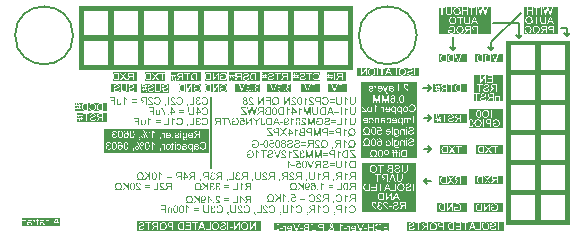
<source format=gbo>
G04*
G04 #@! TF.GenerationSoftware,Altium Limited,Altium Designer,24.10.1 (45)*
G04*
G04 Layer_Color=32896*
%FSLAX43Y43*%
%MOMM*%
G71*
G04*
G04 #@! TF.SameCoordinates,42E592E9-8C64-4E94-A1C9-D7A561327A4F*
G04*
G04*
G04 #@! TF.FilePolarity,Positive*
G04*
G01*
G75*
%ADD10C,0.200*%
%ADD14C,0.150*%
G36*
X29083Y14148D02*
X5842D01*
Y19609D01*
X29083D01*
Y14148D01*
D02*
G37*
G36*
X47451Y1043D02*
X42000D01*
Y16641D01*
X47451D01*
Y1043D01*
D02*
G37*
G36*
X38682Y7087D02*
X36397D01*
Y7786D01*
X38682D01*
Y7087D01*
D02*
G37*
G36*
X14110Y13521D02*
X14023D01*
X13991Y13680D01*
X14110D01*
Y13521D01*
D02*
G37*
G36*
X13958D02*
X13822D01*
X13789Y13680D01*
X13925D01*
X13958Y13521D01*
D02*
G37*
G36*
X13756D02*
X13634D01*
Y13680D01*
X13724D01*
X13756Y13521D01*
D02*
G37*
G36*
X14110Y13271D02*
X14074D01*
X14037Y13457D01*
X14110D01*
Y13271D01*
D02*
G37*
G36*
X14009D02*
X13873D01*
X13835Y13457D01*
X13971D01*
X14009Y13271D01*
D02*
G37*
G36*
X13807D02*
X13634D01*
Y13457D01*
X13770D01*
X13807Y13271D01*
D02*
G37*
G36*
X16205Y13233D02*
X13634D01*
Y13271D01*
X14110D01*
Y13933D01*
Y13745D01*
X13978D01*
X13939Y13933D01*
X13874D01*
X13912Y13745D01*
X13776D01*
X13738Y13933D01*
X13672D01*
X13711Y13745D01*
X13634D01*
Y13933D01*
D01*
Y13970D01*
X16205D01*
Y13233D01*
D02*
G37*
G36*
X41783Y7087D02*
X39497D01*
Y7786D01*
X41783D01*
Y7087D01*
D02*
G37*
G36*
X18886Y13521D02*
X18750D01*
X18718Y13680D01*
X18854D01*
X18886Y13521D01*
D02*
G37*
G36*
X18685D02*
X18562D01*
Y13680D01*
X18652D01*
X18685Y13521D01*
D02*
G37*
G36*
X21184Y13233D02*
X18562D01*
Y13271D01*
X18836D01*
X18801D01*
X18763Y13457D01*
X18900D01*
X18938Y13271D01*
X19003D01*
D01*
X19039D01*
X19003D01*
X18966Y13457D01*
X19039D01*
Y13521D01*
X18952D01*
X18919Y13680D01*
X19039D01*
Y13745D01*
X18906D01*
X18868Y13933D01*
X19039D01*
X18803D01*
X18841Y13745D01*
X18705D01*
X18666Y13933D01*
X18600D01*
X18639Y13745D01*
X18562D01*
Y13933D01*
D01*
Y13970D01*
X21184D01*
Y13233D01*
D02*
G37*
G36*
X18735Y13271D02*
X18562D01*
Y13457D01*
X18698D01*
X18735Y13271D01*
D02*
G37*
G36*
X9150Y13370D02*
X8999D01*
X8992Y13371D01*
X8978Y13372D01*
X8963Y13373D01*
X8946Y13375D01*
X8929Y13378D01*
X8915Y13381D01*
X8914Y13382D01*
X8909Y13383D01*
X8902Y13386D01*
X8894Y13390D01*
X8885Y13395D01*
X8876Y13401D01*
X8866Y13407D01*
X8857Y13415D01*
X8856Y13417D01*
X8852Y13420D01*
X8847Y13427D01*
X8840Y13436D01*
X8833Y13448D01*
X8825Y13462D01*
X8817Y13478D01*
X8811Y13495D01*
Y13496D01*
X8810Y13498D01*
X8809Y13501D01*
X8808Y13504D01*
X8807Y13509D01*
X8805Y13515D01*
X8804Y13522D01*
X8802Y13529D01*
X8799Y13548D01*
X8796Y13569D01*
X8794Y13593D01*
X8793Y13619D01*
Y13620D01*
Y13624D01*
Y13628D01*
X8794Y13636D01*
Y13644D01*
X8795Y13653D01*
X8796Y13664D01*
X8797Y13675D01*
X8802Y13700D01*
X8807Y13726D01*
X8816Y13750D01*
X8821Y13762D01*
X8827Y13773D01*
Y13773D01*
X8828Y13775D01*
X8830Y13778D01*
X8832Y13782D01*
X8840Y13791D01*
X8849Y13802D01*
X8861Y13814D01*
X8875Y13826D01*
X8890Y13836D01*
X8907Y13845D01*
X8909Y13846D01*
X8914Y13846D01*
X8922Y13849D01*
X8934Y13852D01*
X8949Y13854D01*
X8967Y13857D01*
X8978Y13858D01*
X8990D01*
X9002Y13858D01*
X9150D01*
Y13370D01*
D02*
G37*
G36*
X8707Y13599D02*
Y13591D01*
X8708Y13574D01*
X8711Y13553D01*
X8714Y13532D01*
X8718Y13510D01*
X8724Y13488D01*
Y13487D01*
X8725Y13485D01*
X8726Y13482D01*
X8727Y13478D01*
X8730Y13468D01*
X8736Y13455D01*
X8742Y13441D01*
X8749Y13426D01*
X8758Y13410D01*
X8767Y13395D01*
X8768Y13393D01*
X8772Y13389D01*
X8778Y13382D01*
X8785Y13374D01*
X8793Y13365D01*
X8804Y13356D01*
X8814Y13345D01*
X8826Y13337D01*
X8828Y13336D01*
X8831Y13333D01*
X8838Y13330D01*
X8847Y13325D01*
X8858Y13319D01*
X8871Y13315D01*
X8886Y13309D01*
X8902Y13305D01*
X8904D01*
X8907Y13304D01*
X8910Y13303D01*
X8919Y13302D01*
X8932Y13300D01*
X8947Y13298D01*
X8964Y13296D01*
X8984Y13295D01*
X9005Y13295D01*
X8706D01*
Y13605D01*
X8707Y13599D01*
D02*
G37*
G36*
X10795Y13970D02*
Y13259D01*
X8706D01*
Y13295D01*
X9235D01*
Y13934D01*
X8989D01*
X8973Y13933D01*
X8954Y13932D01*
X8936Y13931D01*
X8917Y13928D01*
X8901Y13925D01*
X8901D01*
X8899Y13924D01*
X8896D01*
X8892Y13922D01*
X8882Y13920D01*
X8869Y13915D01*
X8854Y13908D01*
X8839Y13900D01*
X8823Y13891D01*
X8808Y13879D01*
X8807Y13878D01*
X8806Y13877D01*
X8804Y13874D01*
X8800Y13871D01*
X8791Y13862D01*
X8779Y13849D01*
X8767Y13834D01*
X8755Y13815D01*
X8742Y13794D01*
X8732Y13770D01*
Y13769D01*
X8731Y13767D01*
X8730Y13763D01*
X8729Y13758D01*
X8726Y13751D01*
X8724Y13744D01*
X8722Y13736D01*
X8719Y13725D01*
X8717Y13715D01*
X8715Y13703D01*
X8710Y13677D01*
X8707Y13649D01*
X8706Y13617D01*
Y13934D01*
D01*
Y13970D01*
X10795D01*
D02*
G37*
G36*
X39063Y9923D02*
X39073Y9921D01*
X39085Y9919D01*
X39099Y9913D01*
X39114Y9905D01*
X39121Y9899D01*
X39129Y9894D01*
X39135Y9886D01*
X39142Y9878D01*
Y9877D01*
X39143Y9875D01*
X39145Y9871D01*
X39148Y9867D01*
X39151Y9859D01*
X39154Y9851D01*
X39157Y9841D01*
X39161Y9829D01*
X39165Y9815D01*
X39168Y9799D01*
X39172Y9782D01*
X39175Y9762D01*
X39178Y9740D01*
X39179Y9716D01*
X39180Y9690D01*
X39181Y9662D01*
Y9660D01*
Y9655D01*
Y9647D01*
X39180Y9636D01*
Y9624D01*
X39179Y9609D01*
X39179Y9593D01*
X39177Y9577D01*
X39172Y9540D01*
X39169Y9523D01*
X39166Y9506D01*
X39162Y9491D01*
X39156Y9476D01*
X39151Y9463D01*
X39144Y9452D01*
Y9451D01*
X39142Y9450D01*
X39138Y9443D01*
X39130Y9435D01*
X39119Y9426D01*
X39105Y9417D01*
X39090Y9408D01*
X39072Y9402D01*
X39063Y9401D01*
X39053Y9400D01*
X39047D01*
X39044Y9401D01*
X39034Y9403D01*
X39021Y9406D01*
X39007Y9413D01*
X38992Y9422D01*
X38984Y9428D01*
X38977Y9435D01*
X38970Y9442D01*
X38962Y9452D01*
Y9453D01*
X38960Y9454D01*
X38958Y9457D01*
X38957Y9462D01*
X38953Y9468D01*
X38950Y9477D01*
X38946Y9486D01*
X38943Y9497D01*
X38940Y9511D01*
X38936Y9526D01*
X38933Y9543D01*
X38930Y9562D01*
X38928Y9584D01*
X38926Y9607D01*
X38924Y9633D01*
Y9662D01*
Y9663D01*
Y9663D01*
Y9668D01*
Y9676D01*
X38925Y9687D01*
Y9700D01*
X38926Y9714D01*
X38927Y9730D01*
X38929Y9748D01*
X38934Y9783D01*
X38936Y9800D01*
X38940Y9817D01*
X38944Y9833D01*
X38949Y9847D01*
X38955Y9860D01*
X38961Y9871D01*
Y9872D01*
X38963Y9873D01*
X38965Y9876D01*
X38968Y9880D01*
X38976Y9888D01*
X38986Y9898D01*
X39000Y9908D01*
X39016Y9916D01*
X39024Y9920D01*
X39033Y9922D01*
X39044Y9923D01*
X39054Y9924D01*
X39059D01*
X39063Y9923D01*
D02*
G37*
G36*
X41783Y10125D02*
Y9271D01*
X38844D01*
Y9335D01*
D01*
Y9643D01*
X38845Y9633D01*
Y9622D01*
X38846Y9610D01*
X38847Y9597D01*
X38849Y9567D01*
X38854Y9537D01*
X38860Y9507D01*
X38863Y9493D01*
X38868Y9479D01*
Y9479D01*
X38869Y9477D01*
X38871Y9473D01*
X38872Y9468D01*
X38874Y9462D01*
X38878Y9455D01*
X38885Y9440D01*
X38895Y9423D01*
X38907Y9405D01*
X38921Y9388D01*
X38937Y9372D01*
X38938D01*
X38939Y9370D01*
X38942Y9369D01*
X38946Y9367D01*
X38950Y9364D01*
X38955Y9360D01*
X38969Y9354D01*
X38985Y9347D01*
X39005Y9341D01*
X39028Y9337D01*
X39053Y9335D01*
X39062D01*
X39068Y9336D01*
X39076Y9337D01*
X39085Y9339D01*
X39095Y9341D01*
X39106Y9344D01*
X39117Y9347D01*
X39130Y9351D01*
X39142Y9356D01*
X39154Y9363D01*
X39166Y9370D01*
X39178Y9380D01*
X39189Y9390D01*
X39199Y9401D01*
X39200Y9402D01*
X39202Y9405D01*
X39204Y9409D01*
X39209Y9417D01*
X39214Y9425D01*
X39218Y9436D01*
X39225Y9449D01*
X39230Y9464D01*
X39236Y9480D01*
X39241Y9500D01*
X39247Y9521D01*
X39252Y9545D01*
X39256Y9571D01*
X39259Y9599D01*
X39261Y9629D01*
X39262Y9662D01*
Y9680D01*
X39261Y9690D01*
Y9701D01*
X39260Y9713D01*
X39259Y9727D01*
X39256Y9756D01*
X39252Y9786D01*
X39246Y9817D01*
X39242Y9831D01*
X39239Y9845D01*
Y9846D01*
X39238Y9847D01*
X39236Y9851D01*
X39234Y9856D01*
X39232Y9862D01*
X39228Y9869D01*
X39221Y9884D01*
X39212Y9901D01*
X39200Y9919D01*
X39186Y9936D01*
X39169Y9951D01*
X39168D01*
X39167Y9953D01*
X39165Y9955D01*
X39161Y9957D01*
X39156Y9960D01*
X39151Y9963D01*
X39137Y9970D01*
X39120Y9977D01*
X39101Y9983D01*
X39078Y9987D01*
X39053Y9989D01*
X39262D01*
X39044D01*
X39034Y9988D01*
X39022Y9986D01*
X39008Y9983D01*
X38994Y9980D01*
X38978Y9975D01*
X38963Y9968D01*
X38962D01*
X38961Y9967D01*
X38957Y9964D01*
X38949Y9959D01*
X38940Y9953D01*
X38930Y9944D01*
X38919Y9933D01*
X38909Y9921D01*
X38898Y9908D01*
X38897Y9906D01*
X38894Y9901D01*
X38890Y9893D01*
X38884Y9881D01*
X38878Y9867D01*
X38871Y9851D01*
X38864Y9833D01*
X38859Y9812D01*
Y9811D01*
X38858Y9810D01*
X38857Y9807D01*
X38856Y9802D01*
X38855Y9797D01*
X38854Y9790D01*
X38852Y9782D01*
X38851Y9773D01*
X38849Y9762D01*
X38848Y9751D01*
X38848Y9738D01*
X38846Y9725D01*
X38845Y9711D01*
Y9696D01*
X38844Y9679D01*
Y9989D01*
X38974D01*
X38844D01*
Y10125D01*
Y10851D01*
X41783D01*
Y10125D01*
D02*
G37*
G36*
X16764Y13933D02*
X16746Y13932D01*
X16727Y13931D01*
X16709Y13928D01*
X16693Y13925D01*
X16692D01*
X16690Y13924D01*
X16687D01*
X16684Y13922D01*
X16674Y13920D01*
X16661Y13915D01*
X16646Y13908D01*
X16630Y13900D01*
X16614Y13891D01*
X16600Y13879D01*
X16599Y13878D01*
X16598Y13877D01*
X16595Y13874D01*
X16591Y13871D01*
X16582Y13862D01*
X16571Y13849D01*
X16559Y13834D01*
X16546Y13815D01*
X16534Y13794D01*
X16524Y13770D01*
Y13769D01*
X16523Y13767D01*
X16521Y13763D01*
X16520Y13758D01*
X16517Y13751D01*
X16516Y13744D01*
X16514Y13736D01*
X16511Y13725D01*
X16508Y13715D01*
X16506Y13703D01*
X16502Y13677D01*
X16499Y13649D01*
X16498Y13617D01*
Y13934D01*
X16781D01*
X16764Y13933D01*
D02*
G37*
G36*
X16942Y13370D02*
X16790D01*
X16784Y13371D01*
X16770Y13372D01*
X16754Y13373D01*
X16737Y13375D01*
X16721Y13378D01*
X16707Y13381D01*
X16705Y13382D01*
X16700Y13383D01*
X16694Y13386D01*
X16686Y13390D01*
X16676Y13395D01*
X16667Y13401D01*
X16658Y13407D01*
X16649Y13415D01*
X16648Y13417D01*
X16644Y13420D01*
X16638Y13427D01*
X16632Y13436D01*
X16625Y13448D01*
X16616Y13462D01*
X16609Y13478D01*
X16602Y13495D01*
Y13496D01*
X16601Y13498D01*
X16601Y13501D01*
X16600Y13504D01*
X16599Y13509D01*
X16597Y13515D01*
X16595Y13522D01*
X16593Y13529D01*
X16590Y13548D01*
X16588Y13569D01*
X16586Y13593D01*
X16585Y13619D01*
Y13620D01*
Y13624D01*
Y13628D01*
X16586Y13636D01*
Y13644D01*
X16587Y13653D01*
X16588Y13664D01*
X16589Y13675D01*
X16593Y13700D01*
X16599Y13726D01*
X16607Y13750D01*
X16613Y13762D01*
X16618Y13773D01*
Y13773D01*
X16620Y13775D01*
X16622Y13778D01*
X16624Y13782D01*
X16631Y13791D01*
X16640Y13802D01*
X16652Y13814D01*
X16666Y13826D01*
X16682Y13836D01*
X16699Y13845D01*
X16700Y13846D01*
X16705Y13846D01*
X16713Y13849D01*
X16725Y13852D01*
X16740Y13854D01*
X16759Y13857D01*
X16770Y13858D01*
X16782D01*
X16794Y13858D01*
X16942D01*
Y13370D01*
D02*
G37*
G36*
X18390Y13259D02*
X16498D01*
Y13295D01*
D01*
Y13605D01*
X16499Y13599D01*
Y13591D01*
X16500Y13574D01*
X16503Y13553D01*
X16505Y13532D01*
X16510Y13510D01*
X16516Y13488D01*
Y13487D01*
X16516Y13485D01*
X16517Y13482D01*
X16518Y13478D01*
X16522Y13468D01*
X16528Y13455D01*
X16533Y13441D01*
X16540Y13426D01*
X16550Y13410D01*
X16559Y13395D01*
X16560Y13393D01*
X16564Y13389D01*
X16569Y13382D01*
X16577Y13374D01*
X16585Y13365D01*
X16595Y13356D01*
X16605Y13345D01*
X16617Y13337D01*
X16619Y13336D01*
X16623Y13333D01*
X16629Y13330D01*
X16638Y13325D01*
X16650Y13319D01*
X16663Y13315D01*
X16677Y13309D01*
X16694Y13305D01*
X16696D01*
X16699Y13304D01*
X16701Y13303D01*
X16711Y13302D01*
X16724Y13300D01*
X16738Y13298D01*
X16756Y13296D01*
X16775Y13295D01*
X16797Y13295D01*
X17027D01*
Y13934D01*
X16498D01*
Y13970D01*
X18390D01*
Y13259D01*
D02*
G37*
G36*
X38682Y2184D02*
X36199D01*
Y2920D01*
X38682D01*
Y2184D01*
D02*
G37*
G36*
X24485Y13758D02*
X24353D01*
X24314Y13945D01*
X24485D01*
Y13758D01*
D02*
G37*
G36*
X24287D02*
X24151D01*
X24113Y13945D01*
X24249D01*
X24287Y13758D01*
D02*
G37*
G36*
X24086D02*
X24009D01*
Y13945D01*
X24047D01*
X24086Y13758D01*
D02*
G37*
G36*
X24485Y13534D02*
X24398D01*
X24366Y13693D01*
X24485D01*
Y13534D01*
D02*
G37*
G36*
X24333D02*
X24197D01*
X24164Y13693D01*
X24300D01*
X24333Y13534D01*
D02*
G37*
G36*
X24131D02*
X24009D01*
Y13693D01*
X24099D01*
X24131Y13534D01*
D02*
G37*
G36*
X26238Y13259D02*
X24009D01*
Y13283D01*
D01*
Y13469D01*
X24145D01*
X24182Y13283D01*
X24248D01*
X24210Y13469D01*
X24347D01*
X24384Y13283D01*
X24449D01*
X24412Y13469D01*
X24485D01*
Y13359D01*
Y13945D01*
X24009D01*
Y13970D01*
X26238D01*
Y13259D01*
D02*
G37*
G36*
X41783Y14808D02*
X39399D01*
Y15511D01*
X41783D01*
Y14808D01*
D02*
G37*
G36*
X39774Y11537D02*
X39563D01*
Y12101D01*
X39774D01*
Y11537D01*
D02*
G37*
G36*
X41783Y13766D02*
Y13106D01*
D01*
Y12316D01*
X40600D01*
D01*
X41783D01*
Y11506D01*
X39267D01*
Y11537D01*
X39390D01*
X39267D01*
Y12101D01*
X39478D01*
Y11537D01*
X39774D01*
Y12177D01*
X39267D01*
Y12316D01*
X40091D01*
D01*
X39267D01*
Y13106D01*
D01*
Y13766D01*
X41783D01*
D02*
G37*
G36*
X46457Y19507D02*
Y18834D01*
D01*
Y18044D01*
Y17221D01*
X43536D01*
Y18044D01*
Y18834D01*
D01*
Y19507D01*
X46457D01*
D02*
G37*
G36*
X38682Y9703D02*
X35899D01*
Y10442D01*
X38682D01*
Y9703D01*
D02*
G37*
G36*
X41783Y4521D02*
X39399D01*
Y5233D01*
X41783D01*
Y4521D01*
D02*
G37*
G36*
X14732Y12405D02*
X14580D01*
X14574Y12406D01*
X14560Y12407D01*
X14544Y12408D01*
X14528Y12410D01*
X14511Y12413D01*
X14497Y12416D01*
X14495Y12417D01*
X14491Y12418D01*
X14484Y12421D01*
X14476Y12425D01*
X14467Y12430D01*
X14457Y12436D01*
X14448Y12442D01*
X14439Y12450D01*
X14438Y12451D01*
X14434Y12455D01*
X14429Y12462D01*
X14422Y12471D01*
X14415Y12483D01*
X14406Y12497D01*
X14399Y12512D01*
X14393Y12530D01*
Y12531D01*
X14392Y12533D01*
X14391Y12535D01*
X14390Y12539D01*
X14389Y12544D01*
X14387Y12550D01*
X14385Y12557D01*
X14383Y12564D01*
X14381Y12583D01*
X14378Y12604D01*
X14376Y12628D01*
X14375Y12654D01*
Y12655D01*
Y12658D01*
Y12663D01*
X14376Y12670D01*
Y12679D01*
X14377Y12688D01*
X14378Y12699D01*
X14379Y12710D01*
X14383Y12735D01*
X14389Y12761D01*
X14397Y12785D01*
X14403Y12797D01*
X14408Y12807D01*
Y12808D01*
X14410Y12810D01*
X14412Y12813D01*
X14414Y12817D01*
X14421Y12826D01*
X14431Y12837D01*
X14443Y12849D01*
X14456Y12861D01*
X14472Y12871D01*
X14489Y12879D01*
X14491Y12880D01*
X14495Y12881D01*
X14504Y12884D01*
X14516Y12887D01*
X14530Y12889D01*
X14549Y12891D01*
X14560Y12892D01*
X14572D01*
X14584Y12893D01*
X14732D01*
Y12405D01*
D02*
G37*
G36*
X14289Y12633D02*
Y12626D01*
X14290Y12609D01*
X14293Y12588D01*
X14296Y12567D01*
X14300Y12545D01*
X14306Y12523D01*
Y12522D01*
X14307Y12520D01*
X14308Y12517D01*
X14308Y12513D01*
X14312Y12503D01*
X14318Y12490D01*
X14323Y12475D01*
X14331Y12461D01*
X14340Y12445D01*
X14349Y12430D01*
X14350Y12428D01*
X14354Y12424D01*
X14359Y12417D01*
X14367Y12409D01*
X14375Y12400D01*
X14385Y12390D01*
X14395Y12380D01*
X14407Y12372D01*
X14409Y12371D01*
X14413Y12368D01*
X14419Y12364D01*
X14429Y12360D01*
X14440Y12354D01*
X14453Y12350D01*
X14468Y12344D01*
X14484Y12339D01*
X14486D01*
X14489Y12339D01*
X14492Y12338D01*
X14501Y12337D01*
X14514Y12335D01*
X14529Y12333D01*
X14546Y12331D01*
X14566Y12330D01*
X14587Y12329D01*
X14288D01*
Y12640D01*
X14289Y12633D01*
D02*
G37*
G36*
X16180Y12294D02*
X14288D01*
Y12329D01*
X14817D01*
Y12969D01*
X14571D01*
X14554Y12968D01*
X14536Y12967D01*
X14517Y12965D01*
X14499Y12963D01*
X14483Y12960D01*
X14482D01*
X14480Y12959D01*
X14478D01*
X14474Y12957D01*
X14464Y12954D01*
X14451Y12950D01*
X14436Y12943D01*
X14420Y12935D01*
X14405Y12926D01*
X14390Y12914D01*
X14389Y12913D01*
X14388Y12912D01*
X14385Y12909D01*
X14382Y12906D01*
X14372Y12897D01*
X14361Y12884D01*
X14349Y12868D01*
X14336Y12850D01*
X14324Y12829D01*
X14314Y12805D01*
Y12804D01*
X14313Y12802D01*
X14311Y12798D01*
X14310Y12793D01*
X14308Y12786D01*
X14306Y12779D01*
X14304Y12770D01*
X14301Y12760D01*
X14298Y12750D01*
X14296Y12738D01*
X14292Y12712D01*
X14289Y12683D01*
X14288Y12652D01*
Y12969D01*
D01*
Y13005D01*
X16180D01*
Y12294D01*
D02*
G37*
G36*
X38682Y12268D02*
X35850D01*
Y13012D01*
X38682D01*
Y12268D01*
D02*
G37*
G36*
Y14834D02*
X36298D01*
Y15536D01*
X38682D01*
Y14834D01*
D02*
G37*
G36*
X13462Y12259D02*
X11125D01*
Y12995D01*
X13462D01*
Y12259D01*
D02*
G37*
G36*
X41783Y2184D02*
X39300D01*
Y2894D01*
X41783D01*
Y2184D01*
D02*
G37*
G36*
X21805Y13758D02*
X21672D01*
X21634Y13945D01*
X21805D01*
Y13758D01*
D02*
G37*
G36*
X21607D02*
X21471D01*
X21432Y13945D01*
X21569D01*
X21607Y13758D01*
D02*
G37*
G36*
X21405D02*
X21328D01*
Y13945D01*
X21366D01*
X21405Y13758D01*
D02*
G37*
G36*
X21805Y13534D02*
X21718D01*
X21685Y13693D01*
X21805D01*
Y13534D01*
D02*
G37*
G36*
X21652D02*
X21516D01*
X21484Y13693D01*
X21620D01*
X21652Y13534D01*
D02*
G37*
G36*
X21450D02*
X21328D01*
Y13693D01*
X21418D01*
X21450Y13534D01*
D02*
G37*
G36*
X23851Y13259D02*
X21328D01*
Y13283D01*
D01*
Y13469D01*
X21464D01*
X21501Y13283D01*
X21567D01*
X21529Y13469D01*
X21666D01*
X21704Y13283D01*
X21768D01*
X21732Y13469D01*
X21805D01*
Y13359D01*
Y13945D01*
X21328D01*
Y13970D01*
X23851D01*
Y13259D01*
D02*
G37*
G36*
X10770Y12268D02*
X8611D01*
Y12979D01*
X10770D01*
Y12268D01*
D02*
G37*
G36*
X21234Y508D02*
X10795D01*
Y1397D01*
X21234D01*
Y508D01*
D02*
G37*
G36*
X38682Y4470D02*
X36298D01*
Y5233D01*
X38682D01*
Y4470D01*
D02*
G37*
G36*
X36846Y18834D02*
X36636D01*
Y19398D01*
X36846D01*
Y18834D01*
D02*
G37*
G36*
X36551D02*
X36340D01*
Y19398D01*
X36551D01*
Y18834D01*
D02*
G37*
G36*
X40742Y19507D02*
Y18823D01*
D01*
Y18033D01*
Y17221D01*
X36340D01*
Y18033D01*
Y18823D01*
X36940D01*
D01*
X36340D01*
Y18834D01*
X36846D01*
Y19474D01*
X36340D01*
Y19507D01*
X40742D01*
D02*
G37*
G36*
X11881Y13370D02*
X11730D01*
X11723Y13371D01*
X11709Y13372D01*
X11694Y13373D01*
X11677Y13375D01*
X11660Y13378D01*
X11646Y13381D01*
X11645Y13382D01*
X11640Y13383D01*
X11634Y13386D01*
X11625Y13390D01*
X11616Y13395D01*
X11607Y13401D01*
X11597Y13407D01*
X11588Y13415D01*
X11587Y13417D01*
X11584Y13420D01*
X11578Y13427D01*
X11572Y13436D01*
X11564Y13448D01*
X11556Y13462D01*
X11548Y13478D01*
X11542Y13495D01*
Y13496D01*
X11541Y13498D01*
X11540Y13501D01*
X11539Y13504D01*
X11538Y13509D01*
X11536Y13515D01*
X11535Y13522D01*
X11533Y13529D01*
X11530Y13548D01*
X11527Y13569D01*
X11525Y13593D01*
X11524Y13619D01*
Y13620D01*
Y13624D01*
Y13628D01*
X11525Y13636D01*
Y13644D01*
X11526Y13653D01*
X11527Y13664D01*
X11528Y13675D01*
X11533Y13700D01*
X11538Y13726D01*
X11547Y13750D01*
X11552Y13762D01*
X11558Y13773D01*
Y13773D01*
X11560Y13775D01*
X11561Y13778D01*
X11563Y13782D01*
X11571Y13791D01*
X11580Y13802D01*
X11592Y13814D01*
X11606Y13826D01*
X11622Y13836D01*
X11638Y13845D01*
X11640Y13846D01*
X11645Y13846D01*
X11653Y13849D01*
X11665Y13852D01*
X11680Y13854D01*
X11698Y13857D01*
X11709Y13858D01*
X11721D01*
X11733Y13858D01*
X11881D01*
Y13370D01*
D02*
G37*
G36*
X11438Y13599D02*
Y13591D01*
X11439Y13574D01*
X11442Y13553D01*
X11445Y13532D01*
X11450Y13510D01*
X11455Y13488D01*
Y13487D01*
X11456Y13485D01*
X11457Y13482D01*
X11458Y13478D01*
X11462Y13468D01*
X11467Y13455D01*
X11473Y13441D01*
X11480Y13426D01*
X11489Y13410D01*
X11499Y13395D01*
X11499Y13393D01*
X11503Y13389D01*
X11509Y13382D01*
X11516Y13374D01*
X11524Y13365D01*
X11535Y13356D01*
X11545Y13345D01*
X11557Y13337D01*
X11559Y13336D01*
X11562Y13333D01*
X11569Y13330D01*
X11578Y13325D01*
X11589Y13319D01*
X11602Y13315D01*
X11617Y13309D01*
X11634Y13305D01*
X11635D01*
X11638Y13304D01*
X11641Y13303D01*
X11650Y13302D01*
X11663Y13300D01*
X11678Y13298D01*
X11695Y13296D01*
X11715Y13295D01*
X11736Y13295D01*
X11438D01*
Y13605D01*
X11438Y13599D01*
D02*
G37*
G36*
X13157Y13259D02*
X11438D01*
Y13295D01*
X11966D01*
Y13934D01*
X11720D01*
D01*
D01*
D01*
X11612D01*
X11720D01*
X11704Y13933D01*
X11685Y13932D01*
X11667Y13931D01*
X11648Y13928D01*
X11633Y13925D01*
X11632D01*
X11630Y13924D01*
X11627D01*
X11623Y13922D01*
X11613Y13920D01*
X11600Y13915D01*
X11585Y13908D01*
X11570Y13900D01*
X11554Y13891D01*
X11539Y13879D01*
X11538Y13878D01*
X11537Y13877D01*
X11535Y13874D01*
X11531Y13871D01*
X11522Y13862D01*
X11511Y13849D01*
X11499Y13834D01*
X11486Y13815D01*
X11474Y13794D01*
X11463Y13770D01*
Y13769D01*
X11462Y13767D01*
X11461Y13763D01*
X11460Y13758D01*
X11457Y13751D01*
X11455Y13744D01*
X11453Y13736D01*
X11450Y13725D01*
X11448Y13715D01*
X11446Y13703D01*
X11441Y13677D01*
X11438Y13649D01*
X11438Y13617D01*
Y13934D01*
D01*
Y13970D01*
X13157D01*
Y13259D01*
D02*
G37*
G36*
X16773Y12959D02*
X16754Y12958D01*
X16736Y12956D01*
X16717Y12953D01*
X16701Y12950D01*
X16700D01*
X16699Y12949D01*
X16696D01*
X16692Y12948D01*
X16682Y12945D01*
X16669Y12940D01*
X16654Y12934D01*
X16639Y12925D01*
X16623Y12916D01*
X16608Y12904D01*
X16607Y12903D01*
X16606Y12902D01*
X16603Y12899D01*
X16600Y12897D01*
X16590Y12887D01*
X16579Y12875D01*
X16567Y12859D01*
X16554Y12840D01*
X16542Y12819D01*
X16532Y12795D01*
Y12794D01*
X16531Y12792D01*
X16529Y12789D01*
X16529Y12783D01*
X16526Y12777D01*
X16524Y12769D01*
X16522Y12761D01*
X16519Y12751D01*
X16516Y12740D01*
X16515Y12728D01*
X16510Y12703D01*
X16507Y12674D01*
X16506Y12642D01*
Y12960D01*
X16789D01*
X16773Y12959D01*
D02*
G37*
G36*
X16950Y12396D02*
X16798D01*
X16792Y12397D01*
X16778Y12397D01*
X16762Y12398D01*
X16746Y12400D01*
X16729Y12403D01*
X16715Y12407D01*
X16713Y12408D01*
X16709Y12409D01*
X16702Y12411D01*
X16694Y12415D01*
X16685Y12421D01*
X16676Y12426D01*
X16666Y12433D01*
X16657Y12440D01*
X16656Y12442D01*
X16652Y12446D01*
X16647Y12452D01*
X16640Y12461D01*
X16633Y12473D01*
X16625Y12487D01*
X16617Y12503D01*
X16611Y12520D01*
Y12521D01*
X16610Y12523D01*
X16609Y12526D01*
X16608Y12530D01*
X16607Y12534D01*
X16605Y12541D01*
X16603Y12547D01*
X16602Y12555D01*
X16599Y12573D01*
X16596Y12594D01*
X16594Y12618D01*
X16593Y12644D01*
Y12645D01*
Y12649D01*
Y12654D01*
X16594Y12661D01*
Y12669D01*
X16595Y12679D01*
X16596Y12690D01*
X16597Y12701D01*
X16602Y12726D01*
X16607Y12752D01*
X16615Y12776D01*
X16621Y12788D01*
X16627Y12798D01*
Y12799D01*
X16628Y12801D01*
X16630Y12803D01*
X16632Y12807D01*
X16639Y12816D01*
X16649Y12827D01*
X16661Y12839D01*
X16675Y12851D01*
X16690Y12862D01*
X16707Y12870D01*
X16709Y12871D01*
X16713Y12872D01*
X16722Y12875D01*
X16734Y12877D01*
X16749Y12879D01*
X16767Y12882D01*
X16778Y12883D01*
X16790D01*
X16802Y12884D01*
X16950D01*
Y12396D01*
D02*
G37*
G36*
X18398Y12284D02*
X16506D01*
Y12320D01*
D01*
Y12630D01*
X16507Y12624D01*
Y12617D01*
X16508Y12599D01*
X16511Y12579D01*
X16514Y12557D01*
X16518Y12535D01*
X16524Y12513D01*
Y12512D01*
X16525Y12510D01*
X16526Y12507D01*
X16527Y12504D01*
X16530Y12494D01*
X16536Y12481D01*
X16541Y12466D01*
X16549Y12451D01*
X16558Y12435D01*
X16567Y12421D01*
X16568Y12419D01*
X16572Y12414D01*
X16578Y12408D01*
X16585Y12399D01*
X16593Y12390D01*
X16603Y12381D01*
X16614Y12371D01*
X16626Y12362D01*
X16627Y12361D01*
X16631Y12359D01*
X16638Y12355D01*
X16647Y12350D01*
X16658Y12345D01*
X16671Y12340D01*
X16686Y12335D01*
X16702Y12330D01*
X16704D01*
X16707Y12329D01*
X16710Y12328D01*
X16719Y12327D01*
X16732Y12325D01*
X16747Y12323D01*
X16764Y12322D01*
X16784Y12321D01*
X16805Y12320D01*
X17035D01*
Y12960D01*
X16506D01*
Y12995D01*
X18398D01*
Y12284D01*
D02*
G37*
G36*
X31892Y7344D02*
X31902Y7344D01*
X31914Y7340D01*
X31929Y7335D01*
X31945Y7327D01*
X31960Y7317D01*
X31968Y7309D01*
X31975Y7302D01*
Y7301D01*
X31977Y7300D01*
X31979Y7297D01*
X31981Y7294D01*
X31987Y7285D01*
X31994Y7272D01*
X32001Y7257D01*
X32008Y7237D01*
X32011Y7215D01*
X32013Y7191D01*
Y7190D01*
Y7188D01*
Y7185D01*
X32012Y7181D01*
Y7175D01*
X32011Y7170D01*
X32009Y7156D01*
X32004Y7140D01*
X31998Y7123D01*
X31989Y7107D01*
X31977Y7092D01*
X31975Y7090D01*
X31971Y7086D01*
X31962Y7080D01*
X31952Y7074D01*
X31938Y7066D01*
X31923Y7060D01*
X31905Y7056D01*
X31886Y7054D01*
X31880D01*
X31876Y7055D01*
X31866Y7056D01*
X31854Y7059D01*
X31839Y7063D01*
X31825Y7070D01*
X31810Y7079D01*
X31796Y7092D01*
X31794Y7094D01*
X31790Y7099D01*
X31785Y7108D01*
X31777Y7120D01*
X31771Y7135D01*
X31765Y7152D01*
X31762Y7173D01*
X31760Y7197D01*
Y7198D01*
Y7200D01*
Y7204D01*
X31761Y7209D01*
Y7215D01*
X31762Y7221D01*
X31764Y7236D01*
X31768Y7254D01*
X31775Y7272D01*
X31784Y7290D01*
X31796Y7306D01*
Y7307D01*
X31798Y7307D01*
X31802Y7312D01*
X31810Y7319D01*
X31820Y7326D01*
X31833Y7332D01*
X31848Y7339D01*
X31864Y7344D01*
X31874Y7345D01*
X31888D01*
X31892Y7344D01*
D02*
G37*
G36*
X34442Y12163D02*
Y11381D01*
Y10425D01*
Y9479D01*
Y8513D01*
Y7546D01*
Y6756D01*
X31910D01*
X31914Y6757D01*
X31921D01*
X31928Y6758D01*
X31946Y6762D01*
X31965Y6767D01*
X31985Y6774D01*
X32006Y6784D01*
X32016Y6791D01*
X32025Y6798D01*
X32026Y6799D01*
X32027Y6800D01*
X32030Y6803D01*
X32033Y6805D01*
X32036Y6810D01*
X32041Y6816D01*
X32050Y6829D01*
X32059Y6845D01*
X32069Y6865D01*
X32076Y6889D01*
X32082Y6915D01*
X32006Y6922D01*
Y6921D01*
X32005Y6919D01*
Y6917D01*
X32004Y6914D01*
X32001Y6903D01*
X31997Y6892D01*
X31993Y6879D01*
X31986Y6866D01*
X31979Y6854D01*
X31970Y6844D01*
X31969Y6843D01*
X31965Y6841D01*
X31959Y6837D01*
X31951Y6833D01*
X31941Y6829D01*
X31929Y6825D01*
X31915Y6822D01*
X31900Y6821D01*
X31894D01*
X31887Y6822D01*
X31879Y6823D01*
X31869Y6825D01*
X31859Y6828D01*
X31848Y6831D01*
X31837Y6837D01*
X31837Y6838D01*
X31833Y6840D01*
X31827Y6843D01*
X31822Y6849D01*
X31814Y6855D01*
X31807Y6863D01*
X31800Y6871D01*
X31792Y6881D01*
X31791Y6882D01*
X31789Y6887D01*
X31786Y6893D01*
X31782Y6902D01*
X31777Y6913D01*
X31773Y6926D01*
X31768Y6940D01*
X31764Y6957D01*
Y6958D01*
X31763Y6959D01*
Y6962D01*
X31762Y6965D01*
X31760Y6975D01*
X31757Y6987D01*
X31755Y7001D01*
X31753Y7017D01*
X31752Y7035D01*
X31752Y7053D01*
Y7054D01*
Y7057D01*
Y7062D01*
Y7069D01*
X31752Y7067D01*
X31756Y7062D01*
X31762Y7056D01*
X31768Y7047D01*
X31777Y7037D01*
X31788Y7027D01*
X31801Y7017D01*
X31816Y7008D01*
X31818Y7007D01*
X31824Y7004D01*
X31832Y7000D01*
X31842Y6997D01*
X31856Y6992D01*
X31871Y6988D01*
X31887Y6986D01*
X31905Y6985D01*
X31912D01*
X31918Y6986D01*
X31925Y6987D01*
X31933Y6988D01*
X31942Y6989D01*
X31951Y6992D01*
X31972Y6999D01*
X31984Y7003D01*
X31995Y7009D01*
X32007Y7015D01*
X32018Y7024D01*
X32029Y7032D01*
X32039Y7042D01*
X32040Y7043D01*
X32042Y7045D01*
X32044Y7048D01*
X32047Y7052D01*
X32052Y7059D01*
X32057Y7065D01*
X32061Y7074D01*
X32066Y7083D01*
X32071Y7093D01*
X32076Y7104D01*
X32081Y7117D01*
X32085Y7130D01*
X32089Y7145D01*
X32091Y7160D01*
X32093Y7176D01*
X32094Y7194D01*
Y7203D01*
X32093Y7209D01*
X32092Y7218D01*
X32091Y7228D01*
X32089Y7238D01*
X32086Y7250D01*
X32080Y7274D01*
X32075Y7287D01*
X32070Y7301D01*
X32063Y7314D01*
X32055Y7326D01*
X32046Y7339D01*
X32036Y7350D01*
X32035Y7351D01*
X32034Y7353D01*
X32031Y7356D01*
X32026Y7359D01*
X32021Y7364D01*
X32013Y7369D01*
X32006Y7374D01*
X31997Y7380D01*
X31987Y7386D01*
X31976Y7391D01*
X31951Y7401D01*
X31938Y7405D01*
X31923Y7407D01*
X31909Y7409D01*
X31893Y7410D01*
X31886D01*
X31882Y7409D01*
X31877D01*
X31871Y7408D01*
X31855Y7405D01*
X31837Y7402D01*
X31818Y7395D01*
X31799Y7387D01*
X31779Y7376D01*
X31778D01*
X31777Y7374D01*
X31775Y7372D01*
X31771Y7369D01*
X31762Y7362D01*
X31750Y7352D01*
X31738Y7338D01*
X31724Y7321D01*
X31712Y7302D01*
X31701Y7280D01*
Y7279D01*
X31700Y7277D01*
X31698Y7273D01*
X31696Y7269D01*
X31694Y7262D01*
X31691Y7254D01*
X31690Y7245D01*
X31687Y7234D01*
X31684Y7222D01*
X31681Y7209D01*
X31679Y7194D01*
X31678Y7178D01*
X31676Y7160D01*
X31674Y7142D01*
X31673Y7122D01*
Y7080D01*
X31674Y7070D01*
Y7058D01*
X31675Y7044D01*
X31677Y7030D01*
X31679Y6999D01*
X31684Y6965D01*
X31691Y6934D01*
X31695Y6918D01*
X31700Y6904D01*
Y6903D01*
X31701Y6902D01*
X31703Y6898D01*
X31704Y6892D01*
X31707Y6887D01*
X31711Y6879D01*
X31720Y6864D01*
X31731Y6846D01*
X31744Y6828D01*
X31761Y6810D01*
X31779Y6794D01*
X31780D01*
X31782Y6792D01*
X31785Y6791D01*
X31788Y6789D01*
X31794Y6786D01*
X31800Y6782D01*
X31807Y6779D01*
X31814Y6776D01*
X31832Y6768D01*
X31853Y6762D01*
X31876Y6758D01*
X31902Y6756D01*
X31396D01*
X31403Y6757D01*
X31410Y6758D01*
X31420Y6760D01*
X31430Y6762D01*
X31441Y6765D01*
X31452Y6768D01*
X31464Y6772D01*
X31476Y6778D01*
X31488Y6784D01*
X31500Y6792D01*
X31512Y6801D01*
X31523Y6811D01*
X31533Y6822D01*
X31534Y6823D01*
X31536Y6826D01*
X31539Y6830D01*
X31543Y6838D01*
X31548Y6846D01*
X31553Y6857D01*
X31559Y6870D01*
X31565Y6885D01*
X31570Y6902D01*
X31576Y6921D01*
X31581Y6942D01*
X31586Y6966D01*
X31591Y6992D01*
X31593Y7020D01*
X31595Y7050D01*
X31596Y7083D01*
Y7101D01*
X31595Y7111D01*
Y7123D01*
X31594Y7135D01*
X31593Y7148D01*
X31591Y7177D01*
X31586Y7208D01*
X31580Y7238D01*
X31577Y7252D01*
X31573Y7266D01*
Y7267D01*
X31572Y7269D01*
X31570Y7272D01*
X31568Y7277D01*
X31567Y7283D01*
X31563Y7290D01*
X31556Y7306D01*
X31546Y7322D01*
X31534Y7340D01*
X31520Y7357D01*
X31504Y7372D01*
X31503D01*
X31502Y7374D01*
X31499Y7376D01*
X31495Y7378D01*
X31491Y7381D01*
X31485Y7384D01*
X31471Y7392D01*
X31455Y7398D01*
X31435Y7405D01*
X31412Y7408D01*
X31387Y7410D01*
X31379D01*
X31369Y7409D01*
X31357Y7407D01*
X31343Y7405D01*
X31328Y7401D01*
X31312Y7396D01*
X31298Y7389D01*
X31297D01*
X31296Y7388D01*
X31291Y7385D01*
X31284Y7380D01*
X31274Y7374D01*
X31264Y7365D01*
X31253Y7355D01*
X31243Y7343D01*
X31233Y7329D01*
X31232Y7327D01*
X31228Y7322D01*
X31225Y7314D01*
X31218Y7302D01*
X31212Y7288D01*
X31205Y7272D01*
X31199Y7254D01*
X31193Y7233D01*
Y7233D01*
X31192Y7231D01*
X31191Y7228D01*
X31190Y7223D01*
X31189Y7218D01*
X31188Y7211D01*
X31187Y7203D01*
X31186Y7194D01*
X31184Y7184D01*
X31183Y7172D01*
X31182Y7160D01*
X31180Y7147D01*
X31179Y7132D01*
Y7117D01*
X31178Y7100D01*
Y7064D01*
X31179Y7054D01*
Y7043D01*
X31180Y7031D01*
X31181Y7018D01*
X31184Y6988D01*
X31188Y6958D01*
X31194Y6928D01*
X31198Y6915D01*
X31202Y6901D01*
Y6900D01*
X31203Y6898D01*
X31205Y6894D01*
X31207Y6890D01*
X31209Y6883D01*
X31212Y6877D01*
X31220Y6861D01*
X31229Y6844D01*
X31241Y6826D01*
X31255Y6809D01*
X31272Y6793D01*
X31273D01*
X31274Y6792D01*
X31276Y6790D01*
X31280Y6788D01*
X31285Y6785D01*
X31289Y6781D01*
X31303Y6775D01*
X31320Y6768D01*
X31339Y6762D01*
X31362Y6758D01*
X31387Y6756D01*
X29718D01*
Y7546D01*
Y8513D01*
Y9479D01*
Y10425D01*
Y11381D01*
Y12163D01*
Y13132D01*
X34442D01*
Y12163D01*
D02*
G37*
G36*
X31397Y7344D02*
X31408Y7343D01*
X31420Y7340D01*
X31433Y7334D01*
X31448Y7326D01*
X31456Y7320D01*
X31463Y7315D01*
X31470Y7307D01*
X31476Y7299D01*
Y7298D01*
X31478Y7296D01*
X31480Y7293D01*
X31482Y7288D01*
X31485Y7281D01*
X31489Y7272D01*
X31492Y7262D01*
X31495Y7250D01*
X31499Y7236D01*
X31503Y7221D01*
X31507Y7203D01*
X31509Y7184D01*
X31512Y7161D01*
X31514Y7137D01*
X31515Y7111D01*
X31516Y7083D01*
Y7081D01*
Y7076D01*
Y7068D01*
X31515Y7057D01*
Y7045D01*
X31514Y7030D01*
X31513Y7014D01*
X31511Y6998D01*
X31507Y6962D01*
X31504Y6944D01*
X31500Y6927D01*
X31496Y6912D01*
X31491Y6897D01*
X31485Y6884D01*
X31479Y6873D01*
Y6872D01*
X31477Y6871D01*
X31472Y6865D01*
X31464Y6856D01*
X31454Y6847D01*
X31440Y6838D01*
X31424Y6829D01*
X31407Y6823D01*
X31397Y6822D01*
X31387Y6821D01*
X31382D01*
X31378Y6822D01*
X31369Y6824D01*
X31356Y6828D01*
X31342Y6834D01*
X31326Y6843D01*
X31319Y6849D01*
X31311Y6856D01*
X31304Y6864D01*
X31297Y6873D01*
Y6874D01*
X31295Y6876D01*
X31293Y6878D01*
X31291Y6883D01*
X31287Y6890D01*
X31285Y6898D01*
X31281Y6907D01*
X31277Y6918D01*
X31274Y6932D01*
X31271Y6947D01*
X31267Y6964D01*
X31264Y6983D01*
X31262Y7005D01*
X31261Y7028D01*
X31259Y7054D01*
Y7083D01*
Y7084D01*
Y7085D01*
Y7089D01*
Y7098D01*
X31260Y7109D01*
Y7121D01*
X31261Y7135D01*
X31261Y7151D01*
X31263Y7169D01*
X31268Y7204D01*
X31271Y7221D01*
X31274Y7238D01*
X31278Y7254D01*
X31284Y7269D01*
X31289Y7282D01*
X31296Y7293D01*
Y7294D01*
X31298Y7294D01*
X31299Y7297D01*
X31302Y7301D01*
X31310Y7309D01*
X31321Y7319D01*
X31335Y7329D01*
X31350Y7337D01*
X31359Y7341D01*
X31368Y7344D01*
X31378Y7344D01*
X31388Y7345D01*
X31394D01*
X31397Y7344D01*
D02*
G37*
G36*
X41834Y533D02*
X33666D01*
Y1338D01*
X41834D01*
Y533D01*
D02*
G37*
G36*
X5838Y11192D02*
X5702D01*
X5663Y11380D01*
X5800D01*
X5838Y11192D01*
D02*
G37*
G36*
X5636D02*
X5559D01*
Y11380D01*
X5597D01*
X5636Y11192D01*
D02*
G37*
G36*
X5883Y10969D02*
X5747D01*
X5715Y11128D01*
X5851D01*
X5883Y10969D01*
D02*
G37*
G36*
X5682D02*
X5559D01*
Y11128D01*
X5649D01*
X5682Y10969D01*
D02*
G37*
G36*
X8230Y10693D02*
X5559D01*
Y10718D01*
D01*
Y10904D01*
X5695D01*
X5732Y10718D01*
X5798D01*
X5760Y10904D01*
X5897D01*
X5935Y10718D01*
X6000D01*
X5963Y10904D01*
X6036D01*
Y10969D01*
X5949D01*
X5916Y11128D01*
X6036D01*
Y11192D01*
X5903D01*
X5865Y11380D01*
X6036D01*
D01*
X5559D01*
Y11405D01*
X8230D01*
Y10693D01*
D02*
G37*
G36*
X6184Y10092D02*
X6097D01*
X6064Y10251D01*
X6184D01*
Y10092D01*
D02*
G37*
G36*
X6031D02*
X5895D01*
X5863Y10251D01*
X5999D01*
X6031Y10092D01*
D02*
G37*
G36*
X5829D02*
X5707D01*
Y10251D01*
X5797D01*
X5829Y10092D01*
D02*
G37*
G36*
X6184Y9842D02*
X6147D01*
X6111Y10028D01*
X6184D01*
Y9842D01*
D02*
G37*
G36*
X6083D02*
X5946D01*
X5908Y10028D01*
X6045D01*
X6083Y9842D01*
D02*
G37*
G36*
X5880D02*
X5707D01*
Y10028D01*
X5843D01*
X5880Y9842D01*
D02*
G37*
G36*
X8230Y9779D02*
X5707D01*
Y9842D01*
X6184D01*
Y10504D01*
Y10316D01*
X6051D01*
X6013Y10504D01*
X5948D01*
X5986Y10316D01*
X5850D01*
X5811Y10504D01*
X5745D01*
X5784Y10316D01*
X5707D01*
Y10504D01*
D01*
Y10566D01*
X8230D01*
Y9779D01*
D02*
G37*
G36*
X34360Y5474D02*
Y4695D01*
Y3905D01*
Y3138D01*
Y2150D01*
X29801D01*
Y3138D01*
Y3905D01*
Y4695D01*
Y5474D01*
Y6333D01*
X34360D01*
Y5474D01*
D02*
G37*
G36*
X26947Y13758D02*
X26871D01*
Y13945D01*
X26909D01*
X26947Y13758D01*
D02*
G37*
G36*
X27347Y13534D02*
X27260D01*
X27228Y13693D01*
X27347D01*
Y13534D01*
D02*
G37*
G36*
X27194D02*
X27058D01*
X27026Y13693D01*
X27162D01*
X27194Y13534D01*
D02*
G37*
G36*
X26993D02*
X26871D01*
Y13693D01*
X26960D01*
X26993Y13534D01*
D02*
G37*
G36*
X27347Y13283D02*
X27311D01*
X27274Y13469D01*
X27347D01*
Y13283D01*
D02*
G37*
G36*
X28499Y13259D02*
X26871D01*
Y13283D01*
D01*
Y13469D01*
X27007D01*
X27044Y13283D01*
X27109D01*
X27071Y13469D01*
X27208D01*
X27246Y13283D01*
X27347D01*
Y13945D01*
Y13758D01*
X27215D01*
X27176Y13945D01*
X27347D01*
X27111D01*
D01*
X27039D01*
X27111D01*
X27149Y13758D01*
X27013D01*
X26974Y13945D01*
X26871D01*
Y13970D01*
X28499D01*
Y13259D01*
D02*
G37*
G36*
X16853Y8212D02*
Y7137D01*
X7938D01*
Y8212D01*
Y9169D01*
X16853D01*
Y8212D01*
D02*
G37*
G36*
X27263Y1105D02*
X27270Y1103D01*
X27279Y1100D01*
X27287Y1097D01*
X27296Y1092D01*
X27305Y1085D01*
X27306Y1084D01*
X27308Y1081D01*
X27311Y1076D01*
X27315Y1071D01*
X27319Y1063D01*
X27322Y1055D01*
X27325Y1046D01*
X27326Y1035D01*
Y1034D01*
Y1032D01*
Y1029D01*
X27325Y1025D01*
X27323Y1015D01*
X27318Y1003D01*
Y1002D01*
X27317Y1000D01*
X27316Y997D01*
X27313Y993D01*
X27306Y981D01*
X27295Y968D01*
X27261Y927D01*
X27260D01*
X27259Y928D01*
X27257Y930D01*
X27253Y933D01*
X27244Y939D01*
X27233Y946D01*
X27222Y953D01*
X27211Y963D01*
X27201Y972D01*
X27194Y980D01*
X27193Y981D01*
X27191Y984D01*
X27189Y989D01*
X27185Y995D01*
X27183Y1002D01*
X27181Y1012D01*
X27179Y1021D01*
X27178Y1031D01*
Y1033D01*
Y1037D01*
X27179Y1043D01*
X27181Y1050D01*
X27183Y1059D01*
X27187Y1068D01*
X27192Y1076D01*
X27199Y1085D01*
X27200Y1086D01*
X27203Y1088D01*
X27208Y1091D01*
X27214Y1096D01*
X27221Y1099D01*
X27231Y1102D01*
X27241Y1105D01*
X27252Y1106D01*
X27257D01*
X27263Y1105D01*
D02*
G37*
G36*
X27236Y1170D02*
X27231D01*
X27224Y1169D01*
X27209Y1166D01*
X27192Y1160D01*
X27174Y1153D01*
X27157Y1144D01*
X27148Y1137D01*
X27140Y1130D01*
X27139D01*
X27138Y1128D01*
X27134Y1122D01*
X27126Y1114D01*
X27119Y1102D01*
X27111Y1088D01*
X27104Y1072D01*
X27099Y1053D01*
X27097Y1043D01*
Y1033D01*
Y1032D01*
Y1029D01*
X27098Y1025D01*
X27099Y1018D01*
X27101Y1010D01*
X27104Y1000D01*
X27108Y990D01*
X27113Y979D01*
X27120Y967D01*
X27127Y955D01*
X27137Y942D01*
X27149Y928D01*
X27163Y915D01*
X27180Y902D01*
X27199Y890D01*
X27220Y877D01*
X27105Y731D01*
X27104Y733D01*
X27101Y738D01*
X27097Y746D01*
X27093Y757D01*
X27088Y770D01*
X27083Y786D01*
X27078Y803D01*
X27073Y821D01*
X26992Y804D01*
Y803D01*
X26993Y800D01*
X26994Y795D01*
X26996Y790D01*
X26998Y782D01*
X27000Y774D01*
X27004Y765D01*
X27007Y755D01*
X27015Y733D01*
X27024Y710D01*
X27036Y687D01*
X27048Y666D01*
X27048Y665D01*
X27047Y663D01*
X27044Y660D01*
X27041Y657D01*
X27032Y645D01*
X27020Y632D01*
X27005Y616D01*
X26988Y600D01*
X26969Y583D01*
X26949Y568D01*
X27001Y506D01*
X22404D01*
Y520D01*
X22829D01*
Y530D01*
X22828Y537D01*
X22827Y546D01*
X22825Y555D01*
X22823Y564D01*
X22820Y574D01*
Y575D01*
X22819Y576D01*
X22817Y582D01*
X22813Y590D01*
X22808Y601D01*
X22800Y614D01*
X22791Y629D01*
X22781Y644D01*
X22768Y659D01*
Y660D01*
X22766Y661D01*
X22761Y667D01*
X22753Y675D01*
X22741Y687D01*
X22727Y701D01*
X22710Y718D01*
X22688Y736D01*
X22665Y755D01*
X22664Y756D01*
X22661Y759D01*
X22655Y764D01*
X22649Y769D01*
X22640Y777D01*
X22630Y785D01*
X22620Y794D01*
X22608Y804D01*
X22585Y827D01*
X22562Y849D01*
X22551Y860D01*
X22540Y871D01*
X22531Y881D01*
X22524Y891D01*
Y892D01*
X22522Y893D01*
X22520Y896D01*
X22518Y900D01*
X22512Y910D01*
X22504Y922D01*
X22498Y937D01*
X22491Y952D01*
X22488Y970D01*
X22486Y987D01*
Y988D01*
Y988D01*
X22487Y994D01*
X22488Y1003D01*
X22490Y1013D01*
X22494Y1026D01*
X22501Y1039D01*
X22509Y1052D01*
X22520Y1065D01*
X22522Y1067D01*
X22526Y1071D01*
X22533Y1075D01*
X22543Y1082D01*
X22556Y1087D01*
X22571Y1093D01*
X22588Y1097D01*
X22608Y1098D01*
X22613D01*
X22617Y1097D01*
X22628Y1096D01*
X22641Y1093D01*
X22655Y1089D01*
X22671Y1083D01*
X22685Y1074D01*
X22699Y1063D01*
X22701Y1061D01*
X22705Y1057D01*
X22710Y1049D01*
X22716Y1038D01*
X22722Y1025D01*
X22728Y1009D01*
X22732Y990D01*
X22734Y969D01*
X22814Y977D01*
Y978D01*
X22813Y981D01*
Y986D01*
X22812Y992D01*
X22810Y1000D01*
X22808Y1008D01*
X22806Y1018D01*
X22803Y1028D01*
X22796Y1050D01*
X22784Y1073D01*
X22778Y1084D01*
X22770Y1095D01*
X22761Y1105D01*
X22752Y1114D01*
X22751Y1115D01*
X22749Y1116D01*
X22747Y1119D01*
X22742Y1122D01*
X22736Y1125D01*
X22730Y1129D01*
X22722Y1134D01*
X22713Y1138D01*
X22703Y1143D01*
X22692Y1147D01*
X22680Y1151D01*
X22667Y1155D01*
X22653Y1158D01*
X22638Y1160D01*
X22623Y1161D01*
X22606Y1162D01*
X22597D01*
X22590Y1161D01*
X22583Y1160D01*
X22574Y1159D01*
X22563Y1158D01*
X22553Y1156D01*
X22529Y1149D01*
X22505Y1140D01*
X22493Y1135D01*
X22481Y1128D01*
X22470Y1120D01*
X22460Y1110D01*
X22459Y1110D01*
X22457Y1109D01*
X22455Y1105D01*
X22452Y1101D01*
X22447Y1097D01*
X22442Y1090D01*
X22438Y1084D01*
X22432Y1075D01*
X22423Y1058D01*
X22414Y1036D01*
X22410Y1025D01*
X22408Y1012D01*
X22406Y999D01*
X22405Y985D01*
Y983D01*
Y978D01*
X22406Y971D01*
X22407Y961D01*
X22409Y950D01*
X22413Y937D01*
X22416Y923D01*
X22422Y909D01*
X22423Y907D01*
X22425Y902D01*
X22428Y895D01*
X22434Y885D01*
X22441Y874D01*
X22451Y860D01*
X22462Y846D01*
X22475Y830D01*
X22477Y828D01*
X22481Y823D01*
X22486Y818D01*
X22490Y814D01*
X22496Y808D01*
X22503Y801D01*
X22511Y793D01*
X22520Y785D01*
X22529Y776D01*
X22540Y766D01*
X22552Y755D01*
X22565Y743D01*
X22580Y731D01*
X22595Y718D01*
X22596Y718D01*
X22598Y716D01*
X22601Y713D01*
X22606Y709D01*
X22612Y704D01*
X22618Y698D01*
X22633Y686D01*
X22649Y672D01*
X22663Y658D01*
X22676Y646D01*
X22682Y642D01*
X22686Y637D01*
X22687Y636D01*
X22690Y633D01*
X22694Y630D01*
X22698Y624D01*
X22703Y618D01*
X22709Y611D01*
X22720Y595D01*
X22404D01*
Y1162D01*
Y1171D01*
X25728D01*
X25722Y1170D01*
X25713Y1169D01*
X25703Y1168D01*
X25693Y1167D01*
X25681Y1164D01*
X25656Y1159D01*
X25628Y1150D01*
X25614Y1145D01*
X25602Y1138D01*
X25589Y1130D01*
X25576Y1122D01*
X25575Y1121D01*
X25573Y1120D01*
X25569Y1117D01*
X25565Y1112D01*
X25560Y1108D01*
X25553Y1101D01*
X25547Y1094D01*
X25540Y1086D01*
X25532Y1077D01*
X25525Y1066D01*
X25516Y1055D01*
X25509Y1043D01*
X25503Y1029D01*
X25495Y1015D01*
X25490Y1000D01*
X25484Y984D01*
X25567Y964D01*
Y965D01*
X25568Y967D01*
X25570Y971D01*
X25572Y975D01*
X25574Y981D01*
X25577Y988D01*
X25584Y1003D01*
X25593Y1020D01*
X25604Y1037D01*
X25618Y1052D01*
X25633Y1066D01*
X25635Y1068D01*
X25640Y1072D01*
X25650Y1076D01*
X25662Y1083D01*
X25677Y1088D01*
X25695Y1094D01*
X25716Y1098D01*
X25739Y1098D01*
X25747D01*
X25751Y1098D01*
X25758D01*
X25765Y1097D01*
X25783Y1094D01*
X25802Y1090D01*
X25823Y1084D01*
X25844Y1074D01*
X25863Y1062D01*
X25864D01*
X25865Y1061D01*
X25872Y1056D01*
X25880Y1049D01*
X25890Y1037D01*
X25902Y1024D01*
X25913Y1008D01*
X25923Y988D01*
X25933Y967D01*
Y966D01*
X25933Y964D01*
X25934Y962D01*
X25935Y957D01*
X25937Y951D01*
X25939Y945D01*
X25942Y929D01*
X25945Y911D01*
X25949Y890D01*
X25951Y868D01*
X25952Y844D01*
Y843D01*
Y841D01*
Y836D01*
Y830D01*
X25951Y824D01*
Y816D01*
X25950Y806D01*
X25949Y796D01*
X25946Y774D01*
X25942Y750D01*
X25936Y726D01*
X25929Y702D01*
Y701D01*
X25928Y699D01*
X25926Y696D01*
X25924Y692D01*
X25919Y681D01*
X25910Y668D01*
X25900Y653D01*
X25887Y637D01*
X25872Y623D01*
X25855Y610D01*
X25854D01*
X25852Y609D01*
X25849Y608D01*
X25846Y606D01*
X25841Y604D01*
X25835Y601D01*
X25823Y595D01*
X25806Y590D01*
X25787Y585D01*
X25767Y582D01*
X25746Y581D01*
X25739D01*
X25734Y582D01*
X25727D01*
X25721Y583D01*
X25704Y586D01*
X25685Y591D01*
X25665Y598D01*
X25645Y608D01*
X25635Y614D01*
X25626Y621D01*
X25625Y622D01*
X25624Y623D01*
X25621Y626D01*
X25617Y629D01*
X25614Y633D01*
X25609Y639D01*
X25603Y645D01*
X25599Y652D01*
X25593Y660D01*
X25587Y669D01*
X25581Y679D01*
X25576Y690D01*
X25571Y702D01*
X25566Y715D01*
X25562Y729D01*
X25558Y743D01*
X25473Y722D01*
Y721D01*
X25474Y718D01*
X25476Y712D01*
X25479Y705D01*
X25481Y696D01*
X25485Y686D01*
X25490Y675D01*
X25495Y663D01*
X25508Y637D01*
X25525Y611D01*
X25535Y598D01*
X25545Y585D01*
X25556Y574D01*
X25569Y563D01*
X25570Y562D01*
X25572Y560D01*
X25577Y559D01*
X25581Y555D01*
X25589Y550D01*
X25596Y546D01*
X25606Y541D01*
X25616Y536D01*
X25628Y531D01*
X25641Y526D01*
X25655Y522D01*
X25670Y517D01*
X25686Y513D01*
X25702Y511D01*
X25720Y510D01*
X25738Y509D01*
X25749D01*
X25756Y510D01*
X25764D01*
X25774Y510D01*
X25786Y512D01*
X25798Y514D01*
X25825Y519D01*
X25853Y526D01*
X25881Y536D01*
X25894Y543D01*
X25907Y550D01*
X25908Y551D01*
X25909Y552D01*
X25913Y555D01*
X25917Y559D01*
X25922Y562D01*
X25929Y568D01*
X25936Y574D01*
X25944Y582D01*
X25951Y590D01*
X25959Y598D01*
X25976Y620D01*
X25992Y645D01*
X26006Y672D01*
Y673D01*
X26007Y676D01*
X26008Y681D01*
X26011Y686D01*
X26013Y694D01*
X26016Y703D01*
X26019Y713D01*
X26022Y724D01*
X26025Y736D01*
X26029Y750D01*
X26033Y779D01*
X26037Y811D01*
X26039Y844D01*
Y854D01*
X26038Y861D01*
Y870D01*
X26037Y879D01*
X26036Y891D01*
X26034Y903D01*
X26030Y930D01*
X26023Y960D01*
X26014Y989D01*
X26001Y1018D01*
X26000Y1019D01*
X25999Y1022D01*
X25997Y1025D01*
X25994Y1030D01*
X25990Y1037D01*
X25985Y1044D01*
X25973Y1061D01*
X25958Y1079D01*
X25939Y1098D01*
X25918Y1116D01*
X25893Y1132D01*
X25892Y1133D01*
X25889Y1134D01*
X25885Y1135D01*
X25881Y1138D01*
X25873Y1141D01*
X25866Y1144D01*
X25857Y1147D01*
X25847Y1151D01*
X25835Y1155D01*
X25823Y1159D01*
X25798Y1164D01*
X25768Y1169D01*
X25737Y1171D01*
X27241D01*
X27236Y1170D01*
D02*
G37*
G36*
X27296Y834D02*
X27299Y832D01*
X27304Y829D01*
X27315Y822D01*
X27328Y813D01*
X27342Y802D01*
X27355Y790D01*
X27368Y778D01*
X27374Y771D01*
X27379Y765D01*
X27379Y763D01*
X27382Y759D01*
X27386Y753D01*
X27390Y744D01*
X27393Y735D01*
X27397Y724D01*
X27400Y713D01*
X27401Y701D01*
Y699D01*
X27400Y694D01*
X27399Y686D01*
X27397Y676D01*
X27393Y664D01*
X27388Y651D01*
X27380Y636D01*
X27370Y620D01*
X27368Y619D01*
X27365Y614D01*
X27357Y608D01*
X27348Y600D01*
X27336Y592D01*
X27320Y585D01*
X27304Y581D01*
X27293Y580D01*
X27283Y579D01*
X27277D01*
X27270Y580D01*
X27260Y582D01*
X27250Y584D01*
X27237Y588D01*
X27224Y593D01*
X27210Y600D01*
X27208Y601D01*
X27204Y604D01*
X27197Y609D01*
X27188Y616D01*
X27179Y623D01*
X27169Y633D01*
X27159Y645D01*
X27150Y657D01*
X27293Y836D01*
X27294D01*
X27296Y834D01*
D02*
G37*
G36*
X32104Y509D02*
Y506D01*
X27002D01*
X27003Y508D01*
X27006Y509D01*
X27010Y511D01*
X27019Y519D01*
X27032Y528D01*
X27047Y541D01*
X27063Y556D01*
X27082Y574D01*
X27100Y595D01*
Y595D01*
X27102Y594D01*
X27107Y588D01*
X27115Y581D01*
X27125Y571D01*
X27138Y560D01*
X27152Y550D01*
X27169Y540D01*
X27185Y531D01*
X27186D01*
X27187Y530D01*
X27190Y529D01*
X27194Y527D01*
X27202Y524D01*
X27215Y521D01*
X27229Y516D01*
X27245Y513D01*
X27264Y510D01*
X27283Y510D01*
X27293D01*
X27300Y510D01*
X27308Y511D01*
X27318Y513D01*
X27329Y515D01*
X27340Y518D01*
X27352Y522D01*
X27365Y525D01*
X27378Y531D01*
X27391Y537D01*
X27404Y545D01*
X27416Y554D01*
X27428Y564D01*
X27440Y575D01*
X27441Y576D01*
X27441Y578D01*
X27444Y581D01*
X27447Y584D01*
X27451Y590D01*
X27454Y595D01*
X27463Y611D01*
X27471Y629D01*
X27478Y649D01*
X27484Y672D01*
X27485Y684D01*
X27486Y696D01*
Y702D01*
X27485Y706D01*
Y711D01*
X27484Y718D01*
X27481Y731D01*
X27477Y748D01*
X27470Y767D01*
X27461Y784D01*
X27448Y803D01*
X27447Y804D01*
X27446Y804D01*
X27444Y807D01*
X27441Y811D01*
X27432Y820D01*
X27419Y831D01*
X27404Y844D01*
X27384Y858D01*
X27361Y873D01*
X27334Y887D01*
X27335Y888D01*
X27336Y889D01*
X27338Y891D01*
X27342Y895D01*
X27349Y904D01*
X27357Y915D01*
X27367Y928D01*
X27377Y942D01*
X27386Y955D01*
X27392Y967D01*
X27393Y969D01*
X27394Y973D01*
X27397Y978D01*
X27399Y987D01*
X27402Y996D01*
X27404Y1006D01*
X27405Y1016D01*
X27406Y1027D01*
Y1028D01*
Y1030D01*
Y1033D01*
X27405Y1037D01*
X27404Y1048D01*
X27401Y1061D01*
X27395Y1077D01*
X27387Y1094D01*
X27382Y1102D01*
X27376Y1110D01*
X27369Y1119D01*
X27361Y1127D01*
X27360Y1128D01*
X27359Y1129D01*
X27356Y1131D01*
X27353Y1134D01*
X27348Y1137D01*
X27343Y1141D01*
X27330Y1149D01*
X27313Y1157D01*
X27293Y1164D01*
X27271Y1169D01*
X27260Y1171D01*
X31193D01*
X31187Y1170D01*
X31178Y1169D01*
X31168Y1168D01*
X31158Y1167D01*
X31146Y1164D01*
X31121Y1159D01*
X31093Y1150D01*
X31080Y1145D01*
X31067Y1138D01*
X31054Y1130D01*
X31041Y1122D01*
X31040Y1121D01*
X31038Y1120D01*
X31034Y1117D01*
X31030Y1112D01*
X31025Y1108D01*
X31019Y1101D01*
X31012Y1094D01*
X31005Y1086D01*
X30997Y1077D01*
X30990Y1066D01*
X30982Y1055D01*
X30974Y1043D01*
X30968Y1029D01*
X30960Y1015D01*
X30955Y1000D01*
X30949Y984D01*
X31032Y964D01*
Y965D01*
X31033Y967D01*
X31035Y971D01*
X31037Y975D01*
X31039Y981D01*
X31042Y988D01*
X31049Y1003D01*
X31058Y1020D01*
X31069Y1037D01*
X31083Y1052D01*
X31098Y1066D01*
X31100Y1068D01*
X31105Y1072D01*
X31115Y1076D01*
X31127Y1083D01*
X31142Y1088D01*
X31160Y1094D01*
X31181Y1098D01*
X31204Y1098D01*
X31212D01*
X31216Y1098D01*
X31223D01*
X31230Y1097D01*
X31248Y1094D01*
X31267Y1090D01*
X31288Y1084D01*
X31309Y1074D01*
X31328Y1062D01*
X31329D01*
X31330Y1061D01*
X31337Y1056D01*
X31345Y1049D01*
X31355Y1037D01*
X31367Y1024D01*
X31378Y1008D01*
X31388Y988D01*
X31398Y967D01*
Y966D01*
X31399Y964D01*
X31399Y962D01*
X31400Y957D01*
X31402Y951D01*
X31404Y945D01*
X31407Y929D01*
X31411Y911D01*
X31414Y890D01*
X31416Y868D01*
X31417Y844D01*
Y843D01*
Y841D01*
Y836D01*
Y830D01*
X31416Y824D01*
Y816D01*
X31415Y806D01*
X31414Y796D01*
X31411Y774D01*
X31407Y750D01*
X31401Y726D01*
X31394Y702D01*
Y701D01*
X31393Y699D01*
X31391Y696D01*
X31389Y692D01*
X31384Y681D01*
X31375Y668D01*
X31365Y653D01*
X31352Y637D01*
X31338Y623D01*
X31320Y610D01*
X31319D01*
X31317Y609D01*
X31314Y608D01*
X31311Y606D01*
X31306Y604D01*
X31301Y601D01*
X31288Y595D01*
X31271Y590D01*
X31252Y585D01*
X31232Y582D01*
X31211Y581D01*
X31204D01*
X31199Y582D01*
X31192D01*
X31186Y583D01*
X31169Y586D01*
X31150Y591D01*
X31130Y598D01*
X31110Y608D01*
X31100Y614D01*
X31091Y621D01*
X31090Y622D01*
X31089Y623D01*
X31086Y626D01*
X31082Y629D01*
X31079Y633D01*
X31074Y639D01*
X31068Y645D01*
X31064Y652D01*
X31058Y660D01*
X31052Y669D01*
X31046Y679D01*
X31041Y690D01*
X31036Y702D01*
X31031Y715D01*
X31027Y729D01*
X31023Y743D01*
X30938Y722D01*
Y721D01*
X30939Y718D01*
X30941Y712D01*
X30944Y705D01*
X30946Y696D01*
X30950Y686D01*
X30955Y675D01*
X30960Y663D01*
X30973Y637D01*
X30990Y611D01*
X31000Y598D01*
X31010Y585D01*
X31021Y574D01*
X31034Y563D01*
X31035Y562D01*
X31037Y560D01*
X31042Y559D01*
X31046Y555D01*
X31054Y550D01*
X31061Y546D01*
X31071Y541D01*
X31081Y536D01*
X31093Y531D01*
X31106Y526D01*
X31120Y522D01*
X31135Y517D01*
X31151Y513D01*
X31167Y511D01*
X31185Y510D01*
X31203Y509D01*
X31214D01*
X31221Y510D01*
X31229D01*
X31240Y510D01*
X31251Y512D01*
X31264Y514D01*
X31290Y519D01*
X31318Y526D01*
X31346Y536D01*
X31359Y543D01*
X31372Y550D01*
X31373Y551D01*
X31375Y552D01*
X31378Y555D01*
X31382Y559D01*
X31387Y562D01*
X31394Y568D01*
X31401Y574D01*
X31409Y582D01*
X31416Y590D01*
X31424Y598D01*
X31441Y620D01*
X31457Y645D01*
X31471Y672D01*
Y673D01*
X31472Y676D01*
X31473Y681D01*
X31476Y686D01*
X31478Y694D01*
X31481Y703D01*
X31485Y713D01*
X31487Y724D01*
X31490Y736D01*
X31494Y750D01*
X31498Y779D01*
X31502Y811D01*
X31504Y844D01*
Y854D01*
X31503Y861D01*
Y870D01*
X31502Y879D01*
X31501Y891D01*
X31499Y903D01*
X31495Y930D01*
X31488Y960D01*
X31479Y989D01*
X31466Y1018D01*
X31465Y1019D01*
X31464Y1022D01*
X31462Y1025D01*
X31459Y1030D01*
X31455Y1037D01*
X31450Y1044D01*
X31438Y1061D01*
X31423Y1079D01*
X31404Y1098D01*
X31383Y1116D01*
X31358Y1132D01*
X31357Y1133D01*
X31354Y1134D01*
X31350Y1135D01*
X31346Y1138D01*
X31338Y1141D01*
X31331Y1144D01*
X31322Y1147D01*
X31312Y1151D01*
X31301Y1155D01*
X31289Y1159D01*
X31263Y1164D01*
X31233Y1169D01*
X31203Y1171D01*
X31843D01*
X31837Y1170D01*
X31830D01*
X31813Y1168D01*
X31793Y1165D01*
X31773Y1160D01*
X31751Y1155D01*
X31730Y1147D01*
X31730D01*
X31728Y1147D01*
X31725Y1145D01*
X31721Y1143D01*
X31712Y1138D01*
X31700Y1130D01*
X31686Y1121D01*
X31672Y1109D01*
X31659Y1095D01*
X31647Y1079D01*
Y1078D01*
X31646Y1077D01*
X31644Y1074D01*
X31643Y1072D01*
X31638Y1062D01*
X31632Y1050D01*
X31626Y1036D01*
X31621Y1018D01*
X31617Y1000D01*
X31615Y979D01*
X31696Y973D01*
Y974D01*
Y975D01*
X31697Y978D01*
X31698Y983D01*
X31701Y993D01*
X31705Y1007D01*
X31710Y1022D01*
X31718Y1037D01*
X31729Y1050D01*
X31742Y1063D01*
X31743Y1064D01*
X31748Y1068D01*
X31757Y1074D01*
X31769Y1079D01*
X31785Y1085D01*
X31803Y1090D01*
X31827Y1094D01*
X31853Y1095D01*
X31865D01*
X31871Y1094D01*
X31878Y1093D01*
X31895Y1091D01*
X31914Y1087D01*
X31932Y1083D01*
X31950Y1075D01*
X31957Y1071D01*
X31964Y1066D01*
X31966Y1065D01*
X31970Y1061D01*
X31975Y1055D01*
X31981Y1048D01*
X31987Y1037D01*
X31993Y1026D01*
X31997Y1013D01*
X31999Y999D01*
Y997D01*
Y993D01*
X31998Y987D01*
X31996Y979D01*
X31993Y970D01*
X31988Y961D01*
X31983Y951D01*
X31975Y942D01*
X31974Y941D01*
X31969Y939D01*
X31965Y936D01*
X31962Y934D01*
X31956Y931D01*
X31950Y927D01*
X31941Y925D01*
X31932Y921D01*
X31922Y917D01*
X31910Y913D01*
X31897Y909D01*
X31882Y904D01*
X31865Y901D01*
X31847Y896D01*
X31846D01*
X31842Y895D01*
X31837Y894D01*
X31830Y892D01*
X31822Y890D01*
X31812Y888D01*
X31802Y885D01*
X31791Y882D01*
X31767Y876D01*
X31743Y869D01*
X31732Y865D01*
X31722Y862D01*
X31713Y859D01*
X31705Y855D01*
X31705D01*
X31703Y854D01*
X31700Y853D01*
X31696Y851D01*
X31686Y845D01*
X31674Y838D01*
X31660Y828D01*
X31646Y816D01*
X31633Y804D01*
X31622Y790D01*
X31621Y788D01*
X31618Y783D01*
X31614Y775D01*
X31608Y764D01*
X31604Y751D01*
X31599Y735D01*
X31596Y718D01*
X31595Y699D01*
Y691D01*
X31597Y681D01*
X31599Y668D01*
X31603Y653D01*
X31607Y637D01*
X31615Y620D01*
X31625Y603D01*
Y602D01*
X31626Y601D01*
X31631Y595D01*
X31637Y587D01*
X31646Y578D01*
X31658Y567D01*
X31673Y555D01*
X31690Y544D01*
X31709Y534D01*
X31710D01*
X31712Y533D01*
X31715Y532D01*
X31718Y530D01*
X31724Y528D01*
X31730Y525D01*
X31745Y522D01*
X31763Y517D01*
X31784Y512D01*
X31807Y510D01*
X31832Y509D01*
X31847D01*
X31854Y510D01*
X31863D01*
X31872Y510D01*
X31883Y511D01*
X31906Y515D01*
X31930Y519D01*
X31954Y525D01*
X31977Y534D01*
X31978D01*
X31980Y534D01*
X31983Y536D01*
X31987Y538D01*
X31998Y544D01*
X32011Y552D01*
X32025Y563D01*
X32041Y576D01*
X32056Y592D01*
X32070Y609D01*
Y610D01*
X32072Y612D01*
X32073Y615D01*
X32075Y619D01*
X32077Y623D01*
X32080Y629D01*
X32086Y643D01*
X32093Y660D01*
X32098Y680D01*
X32102Y702D01*
X32104Y725D01*
X32024Y732D01*
Y731D01*
Y730D01*
X32024Y728D01*
Y724D01*
X32022Y716D01*
X32019Y704D01*
X32015Y692D01*
X32012Y678D01*
X32005Y665D01*
X31999Y653D01*
X31998Y652D01*
X31995Y648D01*
X31990Y642D01*
X31983Y635D01*
X31974Y627D01*
X31963Y619D01*
X31950Y610D01*
X31935Y603D01*
X31934D01*
X31933Y602D01*
X31930Y601D01*
X31927Y600D01*
X31918Y597D01*
X31906Y594D01*
X31891Y590D01*
X31875Y587D01*
X31856Y585D01*
X31836Y584D01*
X31828D01*
X31818Y585D01*
X31807Y586D01*
X31794Y588D01*
X31779Y590D01*
X31765Y594D01*
X31751Y598D01*
X31749Y599D01*
X31744Y601D01*
X31738Y605D01*
X31730Y608D01*
X31721Y615D01*
X31712Y621D01*
X31703Y629D01*
X31695Y638D01*
X31694Y639D01*
X31693Y643D01*
X31690Y647D01*
X31686Y655D01*
X31682Y662D01*
X31680Y671D01*
X31678Y681D01*
X31677Y693D01*
Y694D01*
Y698D01*
X31678Y704D01*
X31679Y711D01*
X31681Y718D01*
X31684Y728D01*
X31689Y737D01*
X31695Y745D01*
X31696Y746D01*
X31699Y749D01*
X31703Y753D01*
X31709Y758D01*
X31717Y764D01*
X31727Y770D01*
X31739Y777D01*
X31753Y782D01*
X31754Y783D01*
X31758Y784D01*
X31766Y787D01*
X31770Y788D01*
X31777Y790D01*
X31783Y792D01*
X31791Y794D01*
X31801Y797D01*
X31812Y800D01*
X31823Y803D01*
X31836Y806D01*
X31851Y810D01*
X31866Y814D01*
X31867D01*
X31870Y815D01*
X31875Y816D01*
X31880Y817D01*
X31888Y819D01*
X31896Y821D01*
X31914Y827D01*
X31935Y833D01*
X31956Y840D01*
X31975Y846D01*
X31983Y850D01*
X31990Y853D01*
X31991D01*
X31992Y854D01*
X31998Y858D01*
X32006Y863D01*
X32015Y870D01*
X32026Y878D01*
X32037Y889D01*
X32049Y901D01*
X32058Y914D01*
X32059Y915D01*
X32061Y920D01*
X32065Y927D01*
X32069Y937D01*
X32073Y949D01*
X32076Y963D01*
X32079Y977D01*
X32080Y993D01*
Y994D01*
Y995D01*
Y998D01*
Y1001D01*
X32078Y1011D01*
X32076Y1023D01*
X32073Y1037D01*
X32069Y1052D01*
X32062Y1068D01*
X32053Y1084D01*
Y1085D01*
X32052Y1086D01*
X32048Y1091D01*
X32041Y1098D01*
X32033Y1108D01*
X32022Y1118D01*
X32008Y1129D01*
X31991Y1139D01*
X31973Y1148D01*
X31972D01*
X31970Y1149D01*
X31967Y1150D01*
X31963Y1152D01*
X31959Y1154D01*
X31952Y1156D01*
X31938Y1159D01*
X31921Y1163D01*
X31901Y1167D01*
X31879Y1170D01*
X31855Y1171D01*
X32104D01*
Y509D01*
D02*
G37*
G36*
X3934Y1578D02*
X3935Y1576D01*
Y1573D01*
X3936Y1569D01*
X3937Y1563D01*
X3939Y1556D01*
X3943Y1540D01*
X3948Y1522D01*
X3954Y1502D01*
X3961Y1479D01*
X3969Y1456D01*
X4038Y1269D01*
X3822D01*
X3888Y1445D01*
Y1446D01*
X3889Y1449D01*
X3891Y1453D01*
X3893Y1459D01*
X3896Y1465D01*
X3899Y1474D01*
X3901Y1483D01*
X3905Y1492D01*
X3912Y1514D01*
X3920Y1536D01*
X3927Y1558D01*
X3934Y1579D01*
Y1578D01*
D02*
G37*
G36*
X2625Y1238D02*
X2627Y1237D01*
X2631Y1236D01*
X2636Y1234D01*
X2641Y1232D01*
X2648Y1231D01*
X2655Y1229D01*
X2663Y1226D01*
X2674Y1224D01*
X2684Y1221D01*
X2696Y1219D01*
X2709Y1216D01*
X2722Y1213D01*
X2736Y1211D01*
X2752Y1208D01*
X2754D01*
X2760Y1208D01*
X2769Y1206D01*
X2779Y1204D01*
X2790Y1202D01*
X2801Y1199D01*
X2811Y1196D01*
X2821Y1193D01*
X2821D01*
X2824Y1191D01*
X2828Y1189D01*
X2832Y1186D01*
X2843Y1179D01*
X2852Y1168D01*
Y1167D01*
X2854Y1165D01*
X2855Y1161D01*
X2857Y1157D01*
X2858Y1151D01*
X2860Y1146D01*
X2861Y1138D01*
X2862Y1131D01*
Y1130D01*
Y1125D01*
X2861Y1120D01*
X2859Y1112D01*
X2857Y1104D01*
X2852Y1096D01*
X2846Y1086D01*
X2839Y1078D01*
X2838Y1077D01*
X2834Y1075D01*
X2829Y1072D01*
X2821Y1068D01*
X2811Y1064D01*
X2799Y1061D01*
X2785Y1059D01*
X2769Y1058D01*
X2761D01*
X2752Y1059D01*
X2742Y1061D01*
X2729Y1062D01*
X2716Y1066D01*
X2702Y1071D01*
X2688Y1077D01*
X2686Y1078D01*
X2683Y1081D01*
X2676Y1086D01*
X2669Y1092D01*
X2661Y1099D01*
X2651Y1109D01*
X2644Y1120D01*
X2637Y1132D01*
X2636Y1133D01*
X2635Y1136D01*
X2633Y1143D01*
X2630Y1151D01*
X2627Y1162D01*
X2625Y1175D01*
X2625Y1191D01*
X2624Y1209D01*
X2623Y1239D01*
X2624D01*
X2625Y1238D01*
D02*
G37*
G36*
X1581D02*
X1583Y1237D01*
X1587Y1236D01*
X1592Y1234D01*
X1597Y1232D01*
X1604Y1231D01*
X1611Y1229D01*
X1620Y1226D01*
X1630Y1224D01*
X1640Y1221D01*
X1652Y1219D01*
X1665Y1216D01*
X1678Y1213D01*
X1693Y1211D01*
X1708Y1208D01*
X1710D01*
X1716Y1208D01*
X1725Y1206D01*
X1735Y1204D01*
X1746Y1202D01*
X1757Y1199D01*
X1767Y1196D01*
X1777Y1193D01*
X1778D01*
X1780Y1191D01*
X1784Y1189D01*
X1788Y1186D01*
X1799Y1179D01*
X1808Y1168D01*
Y1167D01*
X1810Y1165D01*
X1811Y1161D01*
X1813Y1157D01*
X1815Y1151D01*
X1816Y1146D01*
X1817Y1138D01*
X1818Y1131D01*
Y1130D01*
Y1125D01*
X1817Y1120D01*
X1816Y1112D01*
X1813Y1104D01*
X1808Y1096D01*
X1803Y1086D01*
X1795Y1078D01*
X1794Y1077D01*
X1791Y1075D01*
X1785Y1072D01*
X1778Y1068D01*
X1767Y1064D01*
X1755Y1061D01*
X1742Y1059D01*
X1725Y1058D01*
X1718D01*
X1708Y1059D01*
X1698Y1061D01*
X1685Y1062D01*
X1672Y1066D01*
X1658Y1071D01*
X1644Y1077D01*
X1643Y1078D01*
X1639Y1081D01*
X1632Y1086D01*
X1625Y1092D01*
X1617Y1099D01*
X1608Y1109D01*
X1600Y1120D01*
X1593Y1132D01*
X1592Y1133D01*
X1591Y1136D01*
X1589Y1143D01*
X1586Y1151D01*
X1583Y1162D01*
X1582Y1175D01*
X1581Y1191D01*
X1580Y1209D01*
X1579Y1239D01*
X1580D01*
X1581Y1238D01*
D02*
G37*
G36*
X4222Y1006D02*
Y996D01*
X3189D01*
X3196Y997D01*
X3204Y998D01*
X3213Y1000D01*
X3224Y1001D01*
X3235Y1003D01*
X3260Y1011D01*
X3272Y1016D01*
X3285Y1022D01*
X3298Y1029D01*
X3310Y1037D01*
X3322Y1047D01*
X3333Y1058D01*
X3334Y1059D01*
X3336Y1061D01*
X3338Y1064D01*
X3342Y1069D01*
X3346Y1075D01*
X3351Y1084D01*
X3356Y1093D01*
X3361Y1103D01*
X3367Y1115D01*
X3372Y1129D01*
X3377Y1143D01*
X3381Y1159D01*
X3385Y1176D01*
X3387Y1196D01*
X3389Y1215D01*
X3390Y1236D01*
Y1249D01*
X3389Y1256D01*
Y1263D01*
X3388Y1271D01*
X3387Y1281D01*
X3385Y1301D01*
X3380Y1323D01*
X3374Y1345D01*
X3366Y1367D01*
Y1368D01*
X3365Y1370D01*
X3363Y1373D01*
X3361Y1377D01*
X3356Y1387D01*
X3348Y1399D01*
X3336Y1413D01*
X3323Y1427D01*
X3308Y1441D01*
X3290Y1452D01*
X3289D01*
X3287Y1453D01*
X3285Y1454D01*
X3281Y1456D01*
X3276Y1458D01*
X3271Y1461D01*
X3257Y1466D01*
X3241Y1471D01*
X3222Y1476D01*
X3201Y1479D01*
X3179Y1480D01*
X3172D01*
X3166Y1479D01*
X3161D01*
X3153Y1478D01*
X3136Y1476D01*
X3116Y1471D01*
X3096Y1464D01*
X3076Y1454D01*
X3056Y1441D01*
X3055D01*
X3054Y1440D01*
X3049Y1434D01*
X3041Y1426D01*
X3030Y1414D01*
X3020Y1399D01*
X3010Y1380D01*
X3001Y1359D01*
X2994Y1334D01*
X3071Y1322D01*
Y1323D01*
X3072Y1324D01*
X3073Y1330D01*
X3076Y1338D01*
X3080Y1348D01*
X3085Y1359D01*
X3092Y1371D01*
X3101Y1382D01*
X3110Y1392D01*
X3111Y1392D01*
X3115Y1395D01*
X3121Y1399D01*
X3128Y1404D01*
X3139Y1408D01*
X3150Y1412D01*
X3163Y1415D01*
X3176Y1416D01*
X3182D01*
X3187Y1415D01*
X3197Y1414D01*
X3211Y1410D01*
X3225Y1405D01*
X3242Y1398D01*
X3258Y1387D01*
X3265Y1380D01*
X3273Y1373D01*
Y1372D01*
X3274Y1371D01*
X3276Y1368D01*
X3278Y1365D01*
X3281Y1360D01*
X3285Y1355D01*
X3287Y1348D01*
X3291Y1341D01*
X3295Y1331D01*
X3298Y1321D01*
X3301Y1310D01*
X3304Y1298D01*
X3306Y1285D01*
X3308Y1270D01*
X3310Y1255D01*
Y1238D01*
Y1237D01*
Y1234D01*
Y1229D01*
X3309Y1223D01*
Y1215D01*
X3308Y1207D01*
X3305Y1186D01*
X3301Y1164D01*
X3295Y1141D01*
X3287Y1121D01*
X3281Y1110D01*
X3274Y1102D01*
X3273Y1100D01*
X3268Y1096D01*
X3260Y1089D01*
X3250Y1082D01*
X3236Y1073D01*
X3220Y1067D01*
X3201Y1062D01*
X3191Y1061D01*
X3181Y1061D01*
X3179D01*
X3174Y1061D01*
X3164Y1062D01*
X3154Y1064D01*
X3142Y1067D01*
X3129Y1073D01*
X3116Y1079D01*
X3104Y1088D01*
X3103Y1089D01*
X3100Y1094D01*
X3094Y1100D01*
X3088Y1110D01*
X3081Y1122D01*
X3074Y1137D01*
X3068Y1156D01*
X3065Y1176D01*
X2987Y1166D01*
Y1165D01*
X2988Y1162D01*
X2989Y1159D01*
X2990Y1153D01*
X2992Y1146D01*
X2993Y1138D01*
X3000Y1120D01*
X3008Y1100D01*
X3020Y1079D01*
X3035Y1059D01*
X3043Y1049D01*
X3053Y1040D01*
X3054Y1039D01*
X3055Y1038D01*
X3058Y1036D01*
X3062Y1034D01*
X3066Y1030D01*
X3073Y1026D01*
X3080Y1023D01*
X3088Y1018D01*
X3106Y1010D01*
X3128Y1003D01*
X3152Y998D01*
X3166Y997D01*
X3180Y996D01*
X2796D01*
X2801Y997D01*
X2808D01*
X2815Y998D01*
X2832Y1000D01*
X2850Y1005D01*
X2870Y1012D01*
X2889Y1021D01*
X2906Y1033D01*
X2907Y1035D01*
X2912Y1039D01*
X2919Y1048D01*
X2926Y1059D01*
X2933Y1073D01*
X2940Y1088D01*
X2944Y1108D01*
X2945Y1117D01*
X2946Y1128D01*
Y1134D01*
X2945Y1140D01*
X2944Y1148D01*
X2943Y1159D01*
X2940Y1169D01*
X2936Y1180D01*
X2931Y1190D01*
X2931Y1191D01*
X2929Y1195D01*
X2925Y1200D01*
X2920Y1207D01*
X2915Y1214D01*
X2907Y1221D01*
X2900Y1229D01*
X2891Y1235D01*
X2890Y1236D01*
X2886Y1238D01*
X2882Y1242D01*
X2874Y1245D01*
X2866Y1249D01*
X2856Y1254D01*
X2845Y1257D01*
X2833Y1261D01*
X2833D01*
X2829Y1262D01*
X2823Y1264D01*
X2816Y1265D01*
X2807Y1267D01*
X2795Y1269D01*
X2781Y1271D01*
X2764Y1273D01*
X2763D01*
X2760Y1274D01*
X2755D01*
X2748Y1275D01*
X2741Y1276D01*
X2732Y1278D01*
X2722Y1279D01*
X2711Y1281D01*
X2688Y1285D01*
X2664Y1290D01*
X2643Y1295D01*
X2633Y1298D01*
X2624Y1301D01*
Y1302D01*
Y1304D01*
X2623Y1309D01*
Y1316D01*
Y1319D01*
Y1321D01*
Y1322D01*
Y1323D01*
Y1329D01*
X2624Y1338D01*
X2625Y1348D01*
X2628Y1359D01*
X2633Y1370D01*
X2638Y1380D01*
X2646Y1389D01*
X2647Y1390D01*
X2651Y1393D01*
X2659Y1397D01*
X2668Y1403D01*
X2681Y1407D01*
X2696Y1412D01*
X2714Y1415D01*
X2735Y1416D01*
X2745D01*
X2754Y1415D01*
X2767Y1413D01*
X2780Y1411D01*
X2794Y1407D01*
X2807Y1403D01*
X2818Y1396D01*
X2819Y1395D01*
X2822Y1392D01*
X2827Y1388D01*
X2833Y1380D01*
X2838Y1371D01*
X2845Y1359D01*
X2850Y1344D01*
X2856Y1328D01*
X2932Y1338D01*
Y1339D01*
X2931Y1340D01*
Y1343D01*
X2931Y1346D01*
X2928Y1355D01*
X2924Y1367D01*
X2919Y1379D01*
X2914Y1392D01*
X2907Y1404D01*
X2898Y1416D01*
X2897Y1417D01*
X2894Y1421D01*
X2888Y1427D01*
X2881Y1434D01*
X2870Y1441D01*
X2858Y1449D01*
X2845Y1457D01*
X2829Y1464D01*
X2828D01*
X2827Y1465D01*
X2824Y1465D01*
X2821Y1466D01*
X2811Y1469D01*
X2798Y1472D01*
X2784Y1475D01*
X2765Y1478D01*
X2746Y1479D01*
X2723Y1480D01*
X2713D01*
X2703Y1479D01*
X2689Y1478D01*
X2674Y1477D01*
X2658Y1474D01*
X2642Y1470D01*
X2627Y1465D01*
X2625Y1465D01*
X2621Y1463D01*
X2614Y1460D01*
X2606Y1456D01*
X2597Y1451D01*
X2588Y1445D01*
X2579Y1438D01*
X2572Y1430D01*
X2571Y1429D01*
X2569Y1427D01*
X2566Y1422D01*
X2563Y1416D01*
X2558Y1408D01*
X2554Y1400D01*
X2551Y1390D01*
X2548Y1378D01*
Y1377D01*
X2547Y1374D01*
X2546Y1368D01*
X2545Y1361D01*
Y1351D01*
X2544Y1339D01*
X2543Y1323D01*
Y1306D01*
Y1200D01*
Y1199D01*
Y1196D01*
Y1190D01*
Y1183D01*
Y1174D01*
Y1164D01*
X2542Y1142D01*
Y1119D01*
X2541Y1096D01*
X2540Y1086D01*
Y1076D01*
X2539Y1068D01*
X2539Y1061D01*
Y1061D01*
X2538Y1057D01*
X2537Y1051D01*
X2534Y1044D01*
X2532Y1036D01*
X2528Y1026D01*
X2524Y1016D01*
X2519Y1006D01*
X2601D01*
X2602Y1007D01*
X2603Y1011D01*
X2605Y1015D01*
X2608Y1023D01*
X2611Y1031D01*
X2612Y1041D01*
X2614Y1052D01*
X2616Y1064D01*
X2617D01*
X2618Y1062D01*
X2624Y1058D01*
X2632Y1051D01*
X2643Y1043D01*
X2657Y1035D01*
X2671Y1025D01*
X2686Y1017D01*
X2701Y1011D01*
X2703Y1010D01*
X2709Y1009D01*
X2717Y1006D01*
X2727Y1003D01*
X2740Y1000D01*
X2755Y999D01*
X2772Y997D01*
X2788Y996D01*
X1752D01*
X1757Y997D01*
X1764D01*
X1771Y998D01*
X1788Y1000D01*
X1806Y1005D01*
X1827Y1012D01*
X1845Y1021D01*
X1862Y1033D01*
X1864Y1035D01*
X1868Y1039D01*
X1875Y1048D01*
X1882Y1059D01*
X1890Y1073D01*
X1896Y1088D01*
X1901Y1108D01*
X1902Y1117D01*
X1902Y1128D01*
Y1134D01*
X1902Y1140D01*
X1901Y1148D01*
X1899Y1159D01*
X1896Y1169D01*
X1892Y1180D01*
X1888Y1190D01*
X1887Y1191D01*
X1885Y1195D01*
X1881Y1200D01*
X1877Y1207D01*
X1871Y1214D01*
X1864Y1221D01*
X1856Y1229D01*
X1847Y1235D01*
X1846Y1236D01*
X1842Y1238D01*
X1838Y1242D01*
X1830Y1245D01*
X1822Y1249D01*
X1812Y1254D01*
X1802Y1257D01*
X1790Y1261D01*
X1789D01*
X1785Y1262D01*
X1779Y1264D01*
X1772Y1265D01*
X1763Y1267D01*
X1751Y1269D01*
X1737Y1271D01*
X1720Y1273D01*
X1719D01*
X1716Y1274D01*
X1711D01*
X1705Y1275D01*
X1697Y1276D01*
X1688Y1278D01*
X1678Y1279D01*
X1667Y1281D01*
X1644Y1285D01*
X1620Y1290D01*
X1599Y1295D01*
X1589Y1298D01*
X1580Y1301D01*
Y1302D01*
Y1304D01*
X1579Y1309D01*
Y1316D01*
Y1319D01*
Y1321D01*
Y1322D01*
Y1323D01*
Y1329D01*
X1580Y1338D01*
X1582Y1348D01*
X1584Y1359D01*
X1589Y1370D01*
X1595Y1380D01*
X1602Y1389D01*
X1603Y1390D01*
X1608Y1393D01*
X1615Y1397D01*
X1624Y1403D01*
X1637Y1407D01*
X1652Y1412D01*
X1670Y1415D01*
X1692Y1416D01*
X1701D01*
X1710Y1415D01*
X1723Y1413D01*
X1736Y1411D01*
X1750Y1407D01*
X1763Y1403D01*
X1774Y1396D01*
X1775Y1395D01*
X1779Y1392D01*
X1783Y1388D01*
X1789Y1380D01*
X1794Y1371D01*
X1801Y1359D01*
X1806Y1344D01*
X1812Y1328D01*
X1889Y1338D01*
Y1339D01*
X1888Y1340D01*
Y1343D01*
X1887Y1346D01*
X1884Y1355D01*
X1880Y1367D01*
X1876Y1379D01*
X1870Y1392D01*
X1863Y1404D01*
X1854Y1416D01*
X1853Y1417D01*
X1850Y1421D01*
X1844Y1427D01*
X1837Y1434D01*
X1827Y1441D01*
X1815Y1449D01*
X1801Y1457D01*
X1785Y1464D01*
X1784D01*
X1783Y1465D01*
X1780Y1465D01*
X1777Y1466D01*
X1767Y1469D01*
X1755Y1472D01*
X1740Y1475D01*
X1721Y1478D01*
X1702Y1479D01*
X1680Y1480D01*
X1669D01*
X1659Y1479D01*
X1645Y1478D01*
X1630Y1477D01*
X1614Y1474D01*
X1598Y1470D01*
X1583Y1465D01*
X1582Y1465D01*
X1577Y1463D01*
X1571Y1460D01*
X1562Y1456D01*
X1553Y1451D01*
X1544Y1445D01*
X1535Y1438D01*
X1528Y1430D01*
X1527Y1429D01*
X1525Y1427D01*
X1522Y1422D01*
X1519Y1416D01*
X1514Y1408D01*
X1510Y1400D01*
X1507Y1390D01*
X1504Y1378D01*
Y1377D01*
X1503Y1374D01*
X1502Y1368D01*
X1501Y1361D01*
Y1351D01*
X1500Y1339D01*
X1499Y1323D01*
Y1306D01*
Y1200D01*
Y1199D01*
Y1196D01*
Y1190D01*
Y1183D01*
Y1174D01*
Y1164D01*
X1498Y1142D01*
Y1119D01*
X1497Y1096D01*
X1497Y1086D01*
Y1076D01*
X1496Y1068D01*
X1495Y1061D01*
Y1061D01*
X1494Y1057D01*
X1493Y1051D01*
X1490Y1044D01*
X1488Y1036D01*
X1485Y1026D01*
X1480Y1016D01*
X1475Y1006D01*
X1558D01*
X1559Y1007D01*
X1559Y1011D01*
X1561Y1015D01*
X1564Y1023D01*
X1567Y1031D01*
X1569Y1041D01*
X1571Y1052D01*
X1572Y1064D01*
X1573D01*
X1574Y1062D01*
X1580Y1058D01*
X1588Y1051D01*
X1599Y1043D01*
X1613Y1035D01*
X1627Y1025D01*
X1642Y1017D01*
X1657Y1011D01*
X1659Y1010D01*
X1665Y1009D01*
X1673Y1006D01*
X1683Y1003D01*
X1696Y1000D01*
X1711Y999D01*
X1728Y997D01*
X1744Y996D01*
X1010D01*
Y1006D01*
X1421D01*
Y1069D01*
X1126Y1409D01*
X1134D01*
X1143Y1408D01*
X1155D01*
X1169Y1407D01*
X1184D01*
X1200Y1406D01*
X1403D01*
Y1470D01*
X1024D01*
Y1417D01*
X1276Y1123D01*
X1325Y1069D01*
X1319D01*
X1315Y1070D01*
X1305Y1071D01*
X1292Y1072D01*
X1277D01*
X1260Y1073D01*
X1225Y1073D01*
X1010D01*
Y1470D01*
Y1646D01*
X3489D01*
Y1006D01*
X3568D01*
Y1646D01*
X3886D01*
X3624Y1006D01*
X3720D01*
X3795Y1200D01*
X4063D01*
X4132Y1006D01*
X4222D01*
X3978Y1646D01*
X4222D01*
Y1006D01*
D02*
G37*
G36*
X25561Y11868D02*
X25577Y11867D01*
X25592Y11864D01*
X25605Y11861D01*
X25618Y11857D01*
X25630Y11854D01*
X25642Y11849D01*
X25652Y11844D01*
X25661Y11840D01*
X25668Y11835D01*
X25675Y11831D01*
X25680Y11828D01*
X25685Y11825D01*
X25688Y11822D01*
X25690Y11821D01*
X25691Y11820D01*
X25700Y11811D01*
X25708Y11801D01*
X25716Y11790D01*
X25723Y11779D01*
X25734Y11757D01*
X25741Y11734D01*
X25744Y11724D01*
X25747Y11714D01*
X25749Y11706D01*
X25751Y11698D01*
X25752Y11692D01*
Y11687D01*
X25752Y11684D01*
Y11684D01*
X25672Y11675D01*
X25670Y11696D01*
X25666Y11715D01*
X25661Y11732D01*
X25654Y11745D01*
X25649Y11756D01*
X25643Y11763D01*
X25640Y11768D01*
X25638Y11770D01*
X25624Y11781D01*
X25609Y11789D01*
X25593Y11795D01*
X25580Y11799D01*
X25567Y11802D01*
X25556Y11803D01*
X25552Y11804D01*
X25546D01*
X25527Y11803D01*
X25509Y11799D01*
X25494Y11794D01*
X25482Y11788D01*
X25471Y11782D01*
X25465Y11777D01*
X25460Y11773D01*
X25458Y11771D01*
X25447Y11758D01*
X25439Y11745D01*
X25433Y11733D01*
X25429Y11720D01*
X25426Y11709D01*
X25425Y11700D01*
X25424Y11695D01*
Y11694D01*
Y11693D01*
X25426Y11676D01*
X25430Y11659D01*
X25436Y11643D01*
X25443Y11628D01*
X25450Y11616D01*
X25457Y11606D01*
X25458Y11602D01*
X25460Y11599D01*
X25462Y11599D01*
Y11598D01*
X25470Y11587D01*
X25479Y11577D01*
X25489Y11566D01*
X25500Y11555D01*
X25523Y11533D01*
X25546Y11511D01*
X25558Y11500D01*
X25568Y11491D01*
X25579Y11483D01*
X25587Y11476D01*
X25593Y11470D01*
X25599Y11465D01*
X25603Y11463D01*
X25604Y11462D01*
X25627Y11442D01*
X25648Y11424D01*
X25666Y11407D01*
X25679Y11393D01*
X25691Y11381D01*
X25700Y11373D01*
X25704Y11367D01*
X25706Y11366D01*
Y11366D01*
X25719Y11350D01*
X25729Y11335D01*
X25739Y11320D01*
X25746Y11307D01*
X25752Y11296D01*
X25755Y11288D01*
X25757Y11282D01*
X25758Y11281D01*
Y11280D01*
X25762Y11270D01*
X25764Y11261D01*
X25765Y11252D01*
X25766Y11243D01*
X25767Y11236D01*
Y11231D01*
Y11227D01*
Y11226D01*
X25343D01*
Y11302D01*
X25658D01*
X25647Y11317D01*
X25642Y11324D01*
X25637Y11330D01*
X25632Y11336D01*
X25629Y11340D01*
X25626Y11342D01*
X25625Y11343D01*
X25620Y11348D01*
X25615Y11353D01*
X25602Y11365D01*
X25587Y11378D01*
X25571Y11392D01*
X25556Y11404D01*
X25550Y11410D01*
X25544Y11415D01*
X25540Y11419D01*
X25536Y11422D01*
X25534Y11424D01*
X25533Y11425D01*
X25519Y11438D01*
X25504Y11450D01*
X25491Y11462D01*
X25479Y11472D01*
X25468Y11482D01*
X25458Y11491D01*
X25449Y11500D01*
X25442Y11507D01*
X25434Y11514D01*
X25429Y11520D01*
X25424Y11525D01*
X25420Y11529D01*
X25415Y11535D01*
X25413Y11537D01*
X25400Y11552D01*
X25389Y11566D01*
X25380Y11580D01*
X25372Y11591D01*
X25367Y11601D01*
X25363Y11609D01*
X25361Y11613D01*
X25360Y11615D01*
X25355Y11629D01*
X25351Y11643D01*
X25347Y11656D01*
X25346Y11667D01*
X25345Y11677D01*
X25344Y11684D01*
Y11689D01*
Y11691D01*
X25345Y11705D01*
X25347Y11718D01*
X25348Y11731D01*
X25352Y11742D01*
X25361Y11764D01*
X25371Y11782D01*
X25376Y11790D01*
X25381Y11796D01*
X25385Y11803D01*
X25390Y11807D01*
X25394Y11811D01*
X25396Y11815D01*
X25397Y11816D01*
X25398Y11817D01*
X25409Y11826D01*
X25420Y11834D01*
X25432Y11841D01*
X25444Y11846D01*
X25468Y11856D01*
X25492Y11862D01*
X25502Y11864D01*
X25512Y11866D01*
X25521Y11867D01*
X25529Y11868D01*
X25535Y11868D01*
X25544D01*
X25561Y11868D01*
D02*
G37*
G36*
X24069D02*
X24085Y11867D01*
X24099Y11864D01*
X24113Y11861D01*
X24126Y11857D01*
X24138Y11854D01*
X24149Y11849D01*
X24159Y11844D01*
X24169Y11840D01*
X24176Y11835D01*
X24183Y11831D01*
X24188Y11828D01*
X24193Y11825D01*
X24195Y11822D01*
X24197Y11821D01*
X24198Y11820D01*
X24208Y11811D01*
X24216Y11801D01*
X24224Y11790D01*
X24231Y11779D01*
X24242Y11757D01*
X24249Y11734D01*
X24252Y11724D01*
X24255Y11714D01*
X24257Y11706D01*
X24258Y11698D01*
X24259Y11692D01*
Y11687D01*
X24260Y11684D01*
Y11684D01*
X24180Y11675D01*
X24178Y11696D01*
X24174Y11715D01*
X24169Y11732D01*
X24162Y11745D01*
X24157Y11756D01*
X24151Y11763D01*
X24147Y11768D01*
X24146Y11770D01*
X24132Y11781D01*
X24117Y11789D01*
X24101Y11795D01*
X24087Y11799D01*
X24074Y11802D01*
X24063Y11803D01*
X24060Y11804D01*
X24054D01*
X24035Y11803D01*
X24017Y11799D01*
X24002Y11794D01*
X23989Y11788D01*
X23979Y11782D01*
X23973Y11777D01*
X23968Y11773D01*
X23966Y11771D01*
X23955Y11758D01*
X23947Y11745D01*
X23940Y11733D01*
X23937Y11720D01*
X23934Y11709D01*
X23933Y11700D01*
X23932Y11695D01*
Y11694D01*
Y11693D01*
X23934Y11676D01*
X23938Y11659D01*
X23944Y11643D01*
X23950Y11628D01*
X23958Y11616D01*
X23964Y11606D01*
X23966Y11602D01*
X23968Y11599D01*
X23970Y11599D01*
Y11598D01*
X23977Y11587D01*
X23987Y11577D01*
X23997Y11566D01*
X24008Y11555D01*
X24031Y11533D01*
X24054Y11511D01*
X24066Y11500D01*
X24076Y11491D01*
X24086Y11483D01*
X24095Y11476D01*
X24101Y11470D01*
X24107Y11465D01*
X24110Y11463D01*
X24111Y11462D01*
X24134Y11442D01*
X24156Y11424D01*
X24173Y11407D01*
X24187Y11393D01*
X24199Y11381D01*
X24208Y11373D01*
X24212Y11367D01*
X24214Y11366D01*
Y11366D01*
X24227Y11350D01*
X24237Y11335D01*
X24246Y11320D01*
X24254Y11307D01*
X24259Y11296D01*
X24263Y11288D01*
X24265Y11282D01*
X24266Y11281D01*
Y11280D01*
X24269Y11270D01*
X24271Y11261D01*
X24273Y11252D01*
X24274Y11243D01*
X24275Y11236D01*
Y11231D01*
Y11227D01*
Y11226D01*
X23851D01*
Y11302D01*
X24166D01*
X24155Y11317D01*
X24149Y11324D01*
X24145Y11330D01*
X24140Y11336D01*
X24136Y11340D01*
X24134Y11342D01*
X24133Y11343D01*
X24128Y11348D01*
X24122Y11353D01*
X24110Y11365D01*
X24095Y11378D01*
X24079Y11392D01*
X24064Y11404D01*
X24058Y11410D01*
X24052Y11415D01*
X24048Y11419D01*
X24044Y11422D01*
X24042Y11424D01*
X24041Y11425D01*
X24026Y11438D01*
X24011Y11450D01*
X23999Y11462D01*
X23987Y11472D01*
X23975Y11482D01*
X23966Y11491D01*
X23957Y11500D01*
X23950Y11507D01*
X23942Y11514D01*
X23937Y11520D01*
X23932Y11525D01*
X23927Y11529D01*
X23923Y11535D01*
X23921Y11537D01*
X23908Y11552D01*
X23897Y11566D01*
X23888Y11580D01*
X23880Y11591D01*
X23875Y11601D01*
X23871Y11609D01*
X23869Y11613D01*
X23868Y11615D01*
X23863Y11629D01*
X23859Y11643D01*
X23855Y11656D01*
X23853Y11667D01*
X23852Y11677D01*
X23852Y11684D01*
Y11689D01*
Y11691D01*
X23852Y11705D01*
X23854Y11718D01*
X23856Y11731D01*
X23860Y11742D01*
X23869Y11764D01*
X23878Y11782D01*
X23884Y11790D01*
X23889Y11796D01*
X23893Y11803D01*
X23898Y11807D01*
X23901Y11811D01*
X23903Y11815D01*
X23905Y11816D01*
X23906Y11817D01*
X23916Y11826D01*
X23927Y11834D01*
X23939Y11841D01*
X23951Y11846D01*
X23975Y11856D01*
X23999Y11862D01*
X24010Y11864D01*
X24020Y11866D01*
X24029Y11867D01*
X24036Y11868D01*
X24043Y11868D01*
X24052D01*
X24069Y11868D01*
D02*
G37*
G36*
X20444D02*
X20459Y11867D01*
X20474Y11864D01*
X20488Y11861D01*
X20501Y11857D01*
X20513Y11854D01*
X20524Y11849D01*
X20534Y11844D01*
X20543Y11840D01*
X20551Y11835D01*
X20557Y11831D01*
X20563Y11828D01*
X20568Y11825D01*
X20570Y11822D01*
X20572Y11821D01*
X20573Y11820D01*
X20582Y11811D01*
X20591Y11801D01*
X20599Y11790D01*
X20605Y11779D01*
X20617Y11757D01*
X20624Y11734D01*
X20627Y11724D01*
X20629Y11714D01*
X20631Y11706D01*
X20633Y11698D01*
X20634Y11692D01*
Y11687D01*
X20635Y11684D01*
Y11684D01*
X20555Y11675D01*
X20553Y11696D01*
X20549Y11715D01*
X20543Y11732D01*
X20537Y11745D01*
X20531Y11756D01*
X20526Y11763D01*
X20522Y11768D01*
X20520Y11770D01*
X20507Y11781D01*
X20492Y11789D01*
X20476Y11795D01*
X20462Y11799D01*
X20449Y11802D01*
X20438Y11803D01*
X20434Y11804D01*
X20429D01*
X20409Y11803D01*
X20392Y11799D01*
X20377Y11794D01*
X20364Y11788D01*
X20354Y11782D01*
X20347Y11777D01*
X20343Y11773D01*
X20341Y11771D01*
X20330Y11758D01*
X20322Y11745D01*
X20315Y11733D01*
X20311Y11720D01*
X20309Y11709D01*
X20308Y11700D01*
X20307Y11695D01*
Y11694D01*
Y11693D01*
X20309Y11676D01*
X20312Y11659D01*
X20319Y11643D01*
X20325Y11628D01*
X20333Y11616D01*
X20339Y11606D01*
X20341Y11602D01*
X20343Y11599D01*
X20345Y11599D01*
Y11598D01*
X20352Y11587D01*
X20361Y11577D01*
X20372Y11566D01*
X20383Y11555D01*
X20406Y11533D01*
X20429Y11511D01*
X20441Y11500D01*
X20451Y11491D01*
X20461Y11483D01*
X20470Y11476D01*
X20476Y11470D01*
X20482Y11465D01*
X20485Y11463D01*
X20486Y11462D01*
X20509Y11442D01*
X20531Y11424D01*
X20548Y11407D01*
X20562Y11393D01*
X20574Y11381D01*
X20582Y11373D01*
X20587Y11367D01*
X20589Y11366D01*
Y11366D01*
X20602Y11350D01*
X20612Y11335D01*
X20621Y11320D01*
X20629Y11307D01*
X20634Y11296D01*
X20638Y11288D01*
X20640Y11282D01*
X20641Y11281D01*
Y11280D01*
X20644Y11270D01*
X20646Y11261D01*
X20648Y11252D01*
X20649Y11243D01*
X20650Y11236D01*
Y11231D01*
Y11227D01*
Y11226D01*
X20225D01*
Y11302D01*
X20541D01*
X20530Y11317D01*
X20524Y11324D01*
X20519Y11330D01*
X20515Y11336D01*
X20511Y11340D01*
X20508Y11342D01*
X20507Y11343D01*
X20503Y11348D01*
X20497Y11353D01*
X20484Y11365D01*
X20470Y11378D01*
X20454Y11392D01*
X20439Y11404D01*
X20433Y11410D01*
X20427Y11415D01*
X20422Y11419D01*
X20419Y11422D01*
X20417Y11424D01*
X20416Y11425D01*
X20401Y11438D01*
X20386Y11450D01*
X20373Y11462D01*
X20361Y11472D01*
X20350Y11482D01*
X20341Y11491D01*
X20332Y11500D01*
X20324Y11507D01*
X20317Y11514D01*
X20311Y11520D01*
X20307Y11525D01*
X20302Y11529D01*
X20298Y11535D01*
X20296Y11537D01*
X20283Y11552D01*
X20272Y11566D01*
X20262Y11580D01*
X20255Y11591D01*
X20249Y11601D01*
X20246Y11609D01*
X20244Y11613D01*
X20243Y11615D01*
X20237Y11629D01*
X20234Y11643D01*
X20230Y11656D01*
X20228Y11667D01*
X20227Y11677D01*
X20226Y11684D01*
Y11689D01*
Y11691D01*
X20227Y11705D01*
X20229Y11718D01*
X20231Y11731D01*
X20235Y11742D01*
X20244Y11764D01*
X20253Y11782D01*
X20259Y11790D01*
X20263Y11796D01*
X20268Y11803D01*
X20273Y11807D01*
X20276Y11811D01*
X20278Y11815D01*
X20280Y11816D01*
X20281Y11817D01*
X20291Y11826D01*
X20302Y11834D01*
X20314Y11841D01*
X20326Y11846D01*
X20350Y11856D01*
X20374Y11862D01*
X20384Y11864D01*
X20395Y11866D01*
X20404Y11867D01*
X20411Y11868D01*
X20418Y11868D01*
X20427D01*
X20444Y11868D01*
D02*
G37*
G36*
X28427Y11853D02*
X28437Y11838D01*
X28449Y11823D01*
X28460Y11810D01*
X28472Y11799D01*
X28480Y11790D01*
X28484Y11787D01*
X28486Y11784D01*
X28487Y11783D01*
X28488Y11782D01*
X28508Y11767D01*
X28527Y11752D01*
X28546Y11739D01*
X28564Y11729D01*
X28580Y11720D01*
X28586Y11716D01*
X28592Y11713D01*
X28596Y11710D01*
X28600Y11709D01*
X28602Y11708D01*
X28603D01*
Y11632D01*
X28589Y11637D01*
X28575Y11644D01*
X28561Y11650D01*
X28548Y11657D01*
X28537Y11662D01*
X28528Y11667D01*
X28522Y11671D01*
X28522Y11672D01*
X28521D01*
X28504Y11682D01*
X28489Y11692D01*
X28476Y11701D01*
X28466Y11709D01*
X28457Y11716D01*
X28451Y11721D01*
X28447Y11725D01*
X28446Y11726D01*
Y11226D01*
X28367D01*
Y11868D01*
X28418D01*
X28427Y11853D01*
D02*
G37*
G36*
X25023D02*
X25033Y11838D01*
X25045Y11823D01*
X25056Y11810D01*
X25067Y11799D01*
X25076Y11790D01*
X25079Y11787D01*
X25082Y11784D01*
X25083Y11783D01*
X25084Y11782D01*
X25103Y11767D01*
X25123Y11752D01*
X25141Y11739D01*
X25160Y11729D01*
X25176Y11720D01*
X25182Y11716D01*
X25188Y11713D01*
X25192Y11710D01*
X25196Y11709D01*
X25198Y11708D01*
X25199D01*
Y11632D01*
X25185Y11637D01*
X25171Y11644D01*
X25157Y11650D01*
X25144Y11657D01*
X25133Y11662D01*
X25124Y11667D01*
X25118Y11671D01*
X25117Y11672D01*
X25116D01*
X25100Y11682D01*
X25085Y11692D01*
X25072Y11701D01*
X25062Y11709D01*
X25053Y11716D01*
X25047Y11721D01*
X25042Y11725D01*
X25041Y11726D01*
Y11226D01*
X24963D01*
Y11868D01*
X25014D01*
X25023Y11853D01*
D02*
G37*
G36*
X27508Y11602D02*
X27085D01*
Y11675D01*
X27508D01*
Y11602D01*
D02*
G37*
G36*
X23130Y11418D02*
X22887D01*
Y11497D01*
X23130D01*
Y11418D01*
D02*
G37*
G36*
X20946D02*
X20702D01*
Y11497D01*
X20946D01*
Y11418D01*
D02*
G37*
G36*
X27508Y11408D02*
X27085D01*
Y11481D01*
X27508D01*
Y11408D01*
D02*
G37*
G36*
X23735Y11226D02*
X23654D01*
Y11728D01*
X23319Y11226D01*
X23231D01*
Y11866D01*
X23313D01*
Y11363D01*
X23648Y11866D01*
X23735D01*
Y11226D01*
D02*
G37*
G36*
X21550D02*
X21469D01*
Y11728D01*
X21134Y11226D01*
X21046D01*
Y11866D01*
X21128D01*
Y11363D01*
X21463Y11866D01*
X21550D01*
Y11226D01*
D02*
G37*
G36*
X29275Y11496D02*
Y11477D01*
X29274Y11460D01*
X29273Y11443D01*
X29271Y11427D01*
X29269Y11414D01*
X29268Y11401D01*
X29265Y11389D01*
X29263Y11378D01*
X29261Y11367D01*
X29258Y11359D01*
X29257Y11352D01*
X29255Y11346D01*
X29253Y11341D01*
X29252Y11338D01*
X29251Y11336D01*
Y11335D01*
X29241Y11315D01*
X29228Y11296D01*
X29215Y11281D01*
X29201Y11268D01*
X29189Y11258D01*
X29179Y11251D01*
X29175Y11249D01*
X29172Y11247D01*
X29171Y11245D01*
X29170D01*
X29147Y11235D01*
X29122Y11228D01*
X29098Y11222D01*
X29074Y11219D01*
X29064Y11218D01*
X29054Y11217D01*
X29045Y11216D01*
X29037D01*
X29031Y11215D01*
X29023D01*
X28989Y11217D01*
X28975Y11219D01*
X28961Y11220D01*
X28947Y11223D01*
X28935Y11226D01*
X28924Y11229D01*
X28914Y11232D01*
X28904Y11236D01*
X28897Y11239D01*
X28889Y11242D01*
X28884Y11244D01*
X28879Y11247D01*
X28877Y11248D01*
X28875Y11250D01*
X28874D01*
X28853Y11264D01*
X28837Y11280D01*
X28824Y11294D01*
X28813Y11309D01*
X28804Y11322D01*
X28799Y11332D01*
X28797Y11336D01*
X28795Y11339D01*
X28794Y11341D01*
Y11341D01*
X28791Y11353D01*
X28787Y11365D01*
X28781Y11390D01*
X28778Y11415D01*
X28775Y11440D01*
X28774Y11451D01*
X28773Y11463D01*
Y11472D01*
X28772Y11480D01*
Y11487D01*
Y11491D01*
Y11495D01*
Y11496D01*
Y11866D01*
X28857D01*
Y11496D01*
Y11475D01*
X28859Y11454D01*
X28861Y11437D01*
X28864Y11420D01*
X28866Y11405D01*
X28870Y11391D01*
X28873Y11379D01*
X28877Y11369D01*
X28880Y11361D01*
X28884Y11353D01*
X28888Y11347D01*
X28890Y11341D01*
X28893Y11338D01*
X28895Y11335D01*
X28896Y11334D01*
X28897Y11333D01*
X28905Y11326D01*
X28914Y11319D01*
X28935Y11309D01*
X28956Y11302D01*
X28978Y11297D01*
X28999Y11293D01*
X29007Y11292D01*
X29015D01*
X29021Y11292D01*
X29030D01*
X29049Y11292D01*
X29067Y11295D01*
X29084Y11298D01*
X29097Y11303D01*
X29108Y11306D01*
X29116Y11309D01*
X29121Y11312D01*
X29122Y11313D01*
X29135Y11321D01*
X29147Y11331D01*
X29156Y11341D01*
X29162Y11351D01*
X29168Y11360D01*
X29172Y11366D01*
X29174Y11371D01*
X29175Y11373D01*
X29178Y11381D01*
X29180Y11390D01*
X29183Y11409D01*
X29186Y11429D01*
X29188Y11450D01*
X29189Y11467D01*
Y11476D01*
X29190Y11482D01*
Y11488D01*
Y11492D01*
Y11495D01*
Y11496D01*
Y11866D01*
X29275D01*
Y11496D01*
D02*
G37*
G36*
X28132D02*
Y11477D01*
X28131Y11460D01*
X28130Y11443D01*
X28129Y11427D01*
X28127Y11414D01*
X28125Y11401D01*
X28122Y11389D01*
X28120Y11378D01*
X28118Y11367D01*
X28116Y11359D01*
X28114Y11352D01*
X28112Y11346D01*
X28110Y11341D01*
X28109Y11338D01*
X28108Y11336D01*
Y11335D01*
X28098Y11315D01*
X28085Y11296D01*
X28072Y11281D01*
X28058Y11268D01*
X28046Y11258D01*
X28036Y11251D01*
X28032Y11249D01*
X28030Y11247D01*
X28028Y11245D01*
X28027D01*
X28004Y11235D01*
X27980Y11228D01*
X27955Y11222D01*
X27932Y11219D01*
X27921Y11218D01*
X27911Y11217D01*
X27902Y11216D01*
X27895D01*
X27888Y11215D01*
X27880D01*
X27847Y11217D01*
X27832Y11219D01*
X27818Y11220D01*
X27804Y11223D01*
X27792Y11226D01*
X27781Y11229D01*
X27771Y11232D01*
X27762Y11236D01*
X27754Y11239D01*
X27747Y11242D01*
X27741Y11244D01*
X27737Y11247D01*
X27734Y11248D01*
X27732Y11250D01*
X27731D01*
X27711Y11264D01*
X27694Y11280D01*
X27681Y11294D01*
X27670Y11309D01*
X27662Y11322D01*
X27656Y11332D01*
X27654Y11336D01*
X27652Y11339D01*
X27652Y11341D01*
Y11341D01*
X27648Y11353D01*
X27644Y11365D01*
X27639Y11390D01*
X27635Y11415D01*
X27632Y11440D01*
X27631Y11451D01*
X27630Y11463D01*
Y11472D01*
X27629Y11480D01*
Y11487D01*
Y11491D01*
Y11495D01*
Y11496D01*
Y11866D01*
X27714D01*
Y11496D01*
Y11475D01*
X27716Y11454D01*
X27718Y11437D01*
X27721Y11420D01*
X27724Y11405D01*
X27727Y11391D01*
X27730Y11379D01*
X27734Y11369D01*
X27737Y11361D01*
X27741Y11353D01*
X27745Y11347D01*
X27748Y11341D01*
X27750Y11338D01*
X27752Y11335D01*
X27753Y11334D01*
X27754Y11333D01*
X27762Y11326D01*
X27772Y11319D01*
X27792Y11309D01*
X27813Y11302D01*
X27835Y11297D01*
X27856Y11293D01*
X27864Y11292D01*
X27872D01*
X27878Y11292D01*
X27887D01*
X27907Y11292D01*
X27924Y11295D01*
X27941Y11298D01*
X27954Y11303D01*
X27965Y11306D01*
X27973Y11309D01*
X27978Y11312D01*
X27980Y11313D01*
X27993Y11321D01*
X28004Y11331D01*
X28013Y11341D01*
X28019Y11351D01*
X28025Y11360D01*
X28030Y11366D01*
X28031Y11371D01*
X28032Y11373D01*
X28035Y11381D01*
X28037Y11390D01*
X28041Y11409D01*
X28044Y11429D01*
X28045Y11450D01*
X28046Y11467D01*
Y11476D01*
X28047Y11482D01*
Y11488D01*
Y11492D01*
Y11495D01*
Y11496D01*
Y11866D01*
X28132D01*
Y11496D01*
D02*
G37*
G36*
X26720Y11875D02*
X26749Y11870D01*
X26775Y11865D01*
X26787Y11861D01*
X26798Y11857D01*
X26808Y11854D01*
X26818Y11850D01*
X26825Y11847D01*
X26832Y11844D01*
X26837Y11842D01*
X26841Y11840D01*
X26843Y11839D01*
X26844Y11838D01*
X26869Y11822D01*
X26891Y11804D01*
X26909Y11785D01*
X26925Y11767D01*
X26937Y11750D01*
X26941Y11743D01*
X26945Y11736D01*
X26949Y11732D01*
X26951Y11728D01*
X26952Y11725D01*
X26953Y11724D01*
X26965Y11696D01*
X26975Y11666D01*
X26981Y11636D01*
X26986Y11610D01*
X26988Y11598D01*
X26989Y11586D01*
X26990Y11576D01*
Y11567D01*
X26990Y11561D01*
Y11555D01*
Y11551D01*
Y11550D01*
X26989Y11517D01*
X26985Y11485D01*
X26980Y11456D01*
X26977Y11442D01*
X26974Y11430D01*
X26971Y11419D01*
X26967Y11409D01*
X26965Y11400D01*
X26963Y11392D01*
X26960Y11387D01*
X26959Y11382D01*
X26957Y11379D01*
Y11378D01*
X26943Y11351D01*
X26928Y11326D01*
X26911Y11304D01*
X26903Y11296D01*
X26895Y11288D01*
X26888Y11280D01*
X26880Y11274D01*
X26874Y11268D01*
X26868Y11265D01*
X26865Y11261D01*
X26861Y11258D01*
X26859Y11257D01*
X26858Y11256D01*
X26845Y11249D01*
X26832Y11243D01*
X26805Y11232D01*
X26777Y11225D01*
X26750Y11220D01*
X26737Y11219D01*
X26726Y11217D01*
X26716Y11216D01*
X26708D01*
X26700Y11215D01*
X26690D01*
X26671Y11216D01*
X26654Y11218D01*
X26637Y11219D01*
X26622Y11223D01*
X26607Y11228D01*
X26593Y11232D01*
X26580Y11237D01*
X26568Y11243D01*
X26558Y11247D01*
X26548Y11252D01*
X26540Y11256D01*
X26533Y11261D01*
X26528Y11265D01*
X26524Y11267D01*
X26522Y11268D01*
X26521Y11269D01*
X26508Y11280D01*
X26497Y11292D01*
X26487Y11304D01*
X26476Y11317D01*
X26460Y11343D01*
X26447Y11369D01*
X26441Y11381D01*
X26437Y11392D01*
X26433Y11402D01*
X26430Y11411D01*
X26427Y11418D01*
X26426Y11424D01*
X26425Y11427D01*
Y11428D01*
X26510Y11450D01*
X26513Y11435D01*
X26518Y11421D01*
X26523Y11408D01*
X26527Y11396D01*
X26533Y11385D01*
X26538Y11376D01*
X26545Y11366D01*
X26550Y11358D01*
X26555Y11351D01*
X26561Y11345D01*
X26565Y11340D01*
X26569Y11335D01*
X26573Y11332D01*
X26575Y11329D01*
X26576Y11329D01*
X26577Y11328D01*
X26586Y11320D01*
X26597Y11315D01*
X26617Y11304D01*
X26636Y11297D01*
X26656Y11292D01*
X26672Y11289D01*
X26679Y11288D01*
X26685D01*
X26691Y11287D01*
X26697D01*
X26719Y11288D01*
X26739Y11292D01*
X26757Y11296D01*
X26774Y11302D01*
X26787Y11307D01*
X26793Y11310D01*
X26797Y11312D01*
X26801Y11314D01*
X26804Y11316D01*
X26806Y11317D01*
X26806D01*
X26824Y11329D01*
X26839Y11343D01*
X26852Y11359D01*
X26862Y11374D01*
X26870Y11387D01*
X26876Y11398D01*
X26878Y11402D01*
X26879Y11405D01*
X26880Y11407D01*
Y11408D01*
X26888Y11432D01*
X26893Y11456D01*
X26898Y11480D01*
X26901Y11502D01*
X26902Y11513D01*
X26903Y11522D01*
Y11530D01*
X26904Y11537D01*
Y11542D01*
Y11547D01*
Y11550D01*
Y11550D01*
X26903Y11574D01*
X26901Y11597D01*
X26897Y11617D01*
X26893Y11635D01*
X26891Y11651D01*
X26889Y11658D01*
X26887Y11663D01*
X26886Y11668D01*
X26885Y11671D01*
X26884Y11672D01*
Y11673D01*
X26875Y11695D01*
X26865Y11714D01*
X26854Y11730D01*
X26842Y11744D01*
X26831Y11755D01*
X26823Y11762D01*
X26817Y11767D01*
X26816Y11769D01*
X26815D01*
X26795Y11781D01*
X26774Y11790D01*
X26754Y11796D01*
X26734Y11800D01*
X26717Y11803D01*
X26709Y11804D01*
X26703D01*
X26698Y11805D01*
X26691D01*
X26668Y11804D01*
X26646Y11800D01*
X26629Y11795D01*
X26613Y11789D01*
X26601Y11782D01*
X26592Y11778D01*
X26586Y11774D01*
X26585Y11772D01*
X26570Y11758D01*
X26556Y11743D01*
X26545Y11726D01*
X26536Y11709D01*
X26528Y11695D01*
X26525Y11687D01*
X26524Y11682D01*
X26522Y11677D01*
X26520Y11673D01*
X26519Y11672D01*
Y11671D01*
X26436Y11690D01*
X26441Y11707D01*
X26447Y11721D01*
X26454Y11735D01*
X26461Y11749D01*
X26468Y11761D01*
X26476Y11772D01*
X26484Y11783D01*
X26491Y11793D01*
X26499Y11800D01*
X26505Y11807D01*
X26512Y11814D01*
X26516Y11819D01*
X26521Y11823D01*
X26524Y11826D01*
X26526Y11827D01*
X26527Y11828D01*
X26540Y11836D01*
X26553Y11844D01*
X26566Y11851D01*
X26580Y11856D01*
X26608Y11865D01*
X26633Y11870D01*
X26645Y11873D01*
X26655Y11874D01*
X26665Y11875D01*
X26673Y11876D01*
X26680Y11877D01*
X26689D01*
X26720Y11875D01*
D02*
G37*
G36*
X26320Y11226D02*
X26235D01*
Y11486D01*
X26071D01*
X26047Y11487D01*
X26024Y11488D01*
X26004Y11491D01*
X25985Y11495D01*
X25968Y11499D01*
X25953Y11503D01*
X25939Y11509D01*
X25927Y11514D01*
X25917Y11519D01*
X25908Y11525D01*
X25900Y11529D01*
X25895Y11534D01*
X25890Y11537D01*
X25887Y11539D01*
X25886Y11541D01*
X25885Y11542D01*
X25875Y11553D01*
X25867Y11564D01*
X25861Y11575D01*
X25854Y11587D01*
X25849Y11599D01*
X25845Y11611D01*
X25838Y11632D01*
X25837Y11642D01*
X25835Y11651D01*
X25834Y11660D01*
X25833Y11666D01*
X25832Y11672D01*
Y11676D01*
Y11679D01*
Y11680D01*
X25833Y11697D01*
X25835Y11714D01*
X25838Y11729D01*
X25841Y11742D01*
X25845Y11753D01*
X25849Y11761D01*
X25850Y11766D01*
X25851Y11768D01*
X25859Y11782D01*
X25868Y11794D01*
X25876Y11805D01*
X25885Y11813D01*
X25892Y11819D01*
X25898Y11825D01*
X25901Y11828D01*
X25903Y11829D01*
X25915Y11836D01*
X25929Y11843D01*
X25942Y11848D01*
X25954Y11853D01*
X25965Y11856D01*
X25973Y11857D01*
X25980Y11859D01*
X25982D01*
X25996Y11861D01*
X26011Y11863D01*
X26028Y11864D01*
X26044Y11865D01*
X26058Y11866D01*
X26320D01*
Y11226D01*
D02*
G37*
G36*
X22092D02*
X22007D01*
Y11516D01*
X21707D01*
Y11592D01*
X22007D01*
Y11790D01*
X21659D01*
Y11866D01*
X22092D01*
Y11226D01*
D02*
G37*
G36*
X24577Y11867D02*
X24600Y11863D01*
X24620Y11856D01*
X24637Y11850D01*
X24650Y11843D01*
X24656Y11840D01*
X24661Y11836D01*
X24664Y11834D01*
X24667Y11832D01*
X24668Y11831D01*
X24669D01*
X24686Y11816D01*
X24699Y11798D01*
X24711Y11781D01*
X24721Y11764D01*
X24728Y11748D01*
X24732Y11742D01*
X24734Y11735D01*
X24735Y11731D01*
X24737Y11727D01*
X24738Y11725D01*
Y11724D01*
X24742Y11710D01*
X24746Y11696D01*
X24751Y11666D01*
X24756Y11635D01*
X24759Y11607D01*
X24759Y11593D01*
X24760Y11581D01*
Y11570D01*
X24761Y11560D01*
Y11552D01*
Y11546D01*
Y11542D01*
Y11541D01*
X24760Y11509D01*
X24759Y11478D01*
X24756Y11451D01*
X24751Y11425D01*
X24747Y11401D01*
X24741Y11379D01*
X24735Y11360D01*
X24730Y11343D01*
X24724Y11329D01*
X24718Y11316D01*
X24713Y11304D01*
X24709Y11296D01*
X24704Y11289D01*
X24701Y11284D01*
X24699Y11281D01*
X24698Y11280D01*
X24688Y11269D01*
X24677Y11259D01*
X24665Y11250D01*
X24653Y11243D01*
X24641Y11236D01*
X24629Y11231D01*
X24617Y11227D01*
X24606Y11223D01*
X24595Y11220D01*
X24585Y11219D01*
X24575Y11217D01*
X24568Y11216D01*
X24562Y11215D01*
X24552D01*
X24527Y11217D01*
X24504Y11220D01*
X24485Y11227D01*
X24468Y11233D01*
X24454Y11240D01*
X24450Y11243D01*
X24445Y11246D01*
X24441Y11248D01*
X24439Y11250D01*
X24438Y11252D01*
X24437D01*
X24420Y11268D01*
X24406Y11284D01*
X24394Y11303D01*
X24385Y11319D01*
X24378Y11335D01*
X24374Y11341D01*
X24372Y11348D01*
X24370Y11353D01*
X24368Y11356D01*
X24367Y11358D01*
Y11359D01*
X24363Y11373D01*
X24359Y11387D01*
X24354Y11416D01*
X24349Y11447D01*
X24346Y11476D01*
X24345Y11489D01*
X24344Y11501D01*
Y11513D01*
X24343Y11523D01*
Y11530D01*
Y11537D01*
Y11540D01*
Y11541D01*
Y11559D01*
X24344Y11575D01*
Y11590D01*
X24345Y11605D01*
X24347Y11618D01*
X24348Y11631D01*
X24349Y11642D01*
X24351Y11652D01*
X24352Y11661D01*
X24354Y11670D01*
X24355Y11676D01*
X24355Y11682D01*
X24356Y11686D01*
X24357Y11689D01*
X24358Y11691D01*
Y11692D01*
X24364Y11712D01*
X24370Y11731D01*
X24378Y11746D01*
X24383Y11760D01*
X24390Y11772D01*
X24393Y11781D01*
X24397Y11785D01*
X24398Y11787D01*
X24408Y11801D01*
X24418Y11813D01*
X24429Y11823D01*
X24440Y11832D01*
X24449Y11839D01*
X24456Y11844D01*
X24461Y11846D01*
X24462Y11847D01*
X24463D01*
X24477Y11855D01*
X24493Y11859D01*
X24508Y11863D01*
X24522Y11866D01*
X24534Y11868D01*
X24544Y11868D01*
X24552D01*
X24577Y11867D01*
D02*
G37*
G36*
X22548Y11875D02*
X22578Y11870D01*
X22604Y11864D01*
X22616Y11860D01*
X22628Y11856D01*
X22639Y11853D01*
X22648Y11849D01*
X22655Y11845D01*
X22662Y11843D01*
X22667Y11840D01*
X22671Y11838D01*
X22674Y11837D01*
X22675Y11836D01*
X22700Y11819D01*
X22721Y11800D01*
X22740Y11781D01*
X22755Y11762D01*
X22768Y11745D01*
X22773Y11737D01*
X22776Y11731D01*
X22780Y11725D01*
X22782Y11721D01*
X22783Y11719D01*
X22784Y11718D01*
X22797Y11688D01*
X22806Y11658D01*
X22812Y11629D01*
X22817Y11602D01*
X22819Y11590D01*
X22820Y11579D01*
X22821Y11569D01*
Y11561D01*
X22822Y11554D01*
Y11550D01*
Y11546D01*
Y11545D01*
X22820Y11511D01*
X22816Y11478D01*
X22812Y11463D01*
X22810Y11449D01*
X22806Y11436D01*
X22802Y11424D01*
X22799Y11413D01*
X22796Y11402D01*
X22792Y11394D01*
X22789Y11387D01*
X22787Y11381D01*
X22786Y11378D01*
X22784Y11375D01*
Y11374D01*
X22768Y11347D01*
X22750Y11324D01*
X22733Y11304D01*
X22715Y11287D01*
X22700Y11274D01*
X22693Y11268D01*
X22687Y11264D01*
X22682Y11261D01*
X22678Y11258D01*
X22676Y11257D01*
X22676Y11256D01*
X22662Y11249D01*
X22649Y11243D01*
X22621Y11232D01*
X22594Y11225D01*
X22570Y11220D01*
X22559Y11219D01*
X22549Y11217D01*
X22540Y11216D01*
X22532D01*
X22526Y11215D01*
X22517D01*
X22502Y11216D01*
X22486Y11217D01*
X22456Y11221D01*
X22430Y11228D01*
X22418Y11231D01*
X22406Y11235D01*
X22396Y11239D01*
X22387Y11242D01*
X22380Y11245D01*
X22372Y11248D01*
X22368Y11251D01*
X22363Y11253D01*
X22361Y11255D01*
X22360D01*
X22334Y11236D01*
X22309Y11219D01*
X22286Y11206D01*
X22266Y11195D01*
X22257Y11191D01*
X22248Y11187D01*
X22241Y11183D01*
X22235Y11181D01*
X22229Y11179D01*
X22225Y11177D01*
X22223Y11176D01*
X22222D01*
X22198Y11234D01*
X22216Y11243D01*
X22235Y11251D01*
X22254Y11261D01*
X22271Y11271D01*
X22284Y11280D01*
X22291Y11283D01*
X22296Y11287D01*
X22300Y11290D01*
X22303Y11292D01*
X22305Y11293D01*
X22306D01*
X22289Y11312D01*
X22274Y11330D01*
X22261Y11349D01*
X22251Y11366D01*
X22244Y11381D01*
X22241Y11388D01*
X22238Y11393D01*
X22236Y11397D01*
X22235Y11401D01*
X22234Y11402D01*
Y11403D01*
X22225Y11427D01*
X22220Y11452D01*
X22215Y11476D01*
X22212Y11499D01*
X22211Y11508D01*
X22210Y11517D01*
Y11525D01*
X22210Y11533D01*
Y11538D01*
Y11542D01*
Y11545D01*
Y11546D01*
X22211Y11580D01*
X22215Y11612D01*
X22218Y11627D01*
X22222Y11641D01*
X22225Y11654D01*
X22228Y11666D01*
X22232Y11677D01*
X22235Y11687D01*
X22238Y11696D01*
X22242Y11703D01*
X22244Y11709D01*
X22246Y11712D01*
X22247Y11715D01*
Y11716D01*
X22262Y11743D01*
X22280Y11767D01*
X22298Y11787D01*
X22315Y11804D01*
X22331Y11817D01*
X22338Y11822D01*
X22344Y11827D01*
X22349Y11830D01*
X22353Y11832D01*
X22355Y11833D01*
X22356Y11834D01*
X22369Y11842D01*
X22383Y11848D01*
X22410Y11859D01*
X22438Y11867D01*
X22462Y11871D01*
X22473Y11873D01*
X22484Y11875D01*
X22492Y11876D01*
X22501D01*
X22507Y11877D01*
X22532D01*
X22548Y11875D01*
D02*
G37*
G36*
X19948Y11868D02*
X19963Y11867D01*
X19989Y11861D01*
X20001Y11857D01*
X20012Y11854D01*
X20022Y11849D01*
X20031Y11844D01*
X20039Y11840D01*
X20046Y11835D01*
X20053Y11831D01*
X20057Y11828D01*
X20061Y11825D01*
X20064Y11822D01*
X20065Y11821D01*
X20066Y11820D01*
X20075Y11811D01*
X20083Y11802D01*
X20090Y11792D01*
X20095Y11782D01*
X20104Y11762D01*
X20110Y11744D01*
X20114Y11728D01*
X20114Y11721D01*
X20115Y11715D01*
X20116Y11709D01*
Y11706D01*
Y11704D01*
Y11703D01*
X20115Y11686D01*
X20113Y11671D01*
X20109Y11657D01*
X20104Y11645D01*
X20101Y11635D01*
X20097Y11628D01*
X20094Y11624D01*
X20093Y11623D01*
X20083Y11611D01*
X20072Y11601D01*
X20060Y11592D01*
X20048Y11585D01*
X20037Y11579D01*
X20028Y11575D01*
X20025Y11574D01*
X20022Y11573D01*
X20021Y11572D01*
X20020D01*
X20041Y11565D01*
X20059Y11557D01*
X20075Y11547D01*
X20088Y11537D01*
X20098Y11528D01*
X20105Y11521D01*
X20109Y11516D01*
X20111Y11515D01*
Y11514D01*
X20121Y11498D01*
X20129Y11480D01*
X20135Y11464D01*
X20139Y11447D01*
X20140Y11432D01*
X20141Y11426D01*
Y11420D01*
X20142Y11416D01*
Y11413D01*
Y11411D01*
Y11410D01*
X20141Y11395D01*
X20139Y11380D01*
X20137Y11366D01*
X20133Y11353D01*
X20124Y11329D01*
X20119Y11318D01*
X20114Y11309D01*
X20108Y11300D01*
X20103Y11292D01*
X20098Y11286D01*
X20094Y11280D01*
X20090Y11276D01*
X20088Y11273D01*
X20086Y11271D01*
X20085Y11270D01*
X20074Y11260D01*
X20062Y11252D01*
X20049Y11244D01*
X20036Y11238D01*
X20024Y11233D01*
X20011Y11229D01*
X19986Y11222D01*
X19975Y11219D01*
X19965Y11218D01*
X19955Y11217D01*
X19947Y11216D01*
X19941Y11215D01*
X19931D01*
X19914Y11216D01*
X19898Y11218D01*
X19882Y11220D01*
X19868Y11223D01*
X19855Y11228D01*
X19842Y11232D01*
X19830Y11237D01*
X19820Y11243D01*
X19810Y11248D01*
X19802Y11253D01*
X19796Y11257D01*
X19789Y11262D01*
X19784Y11265D01*
X19782Y11268D01*
X19780Y11269D01*
X19779Y11270D01*
X19769Y11281D01*
X19759Y11292D01*
X19752Y11304D01*
X19746Y11316D01*
X19739Y11327D01*
X19734Y11339D01*
X19728Y11360D01*
X19725Y11370D01*
X19723Y11379D01*
X19722Y11388D01*
X19722Y11394D01*
X19721Y11400D01*
Y11404D01*
Y11407D01*
Y11408D01*
X19722Y11429D01*
X19725Y11449D01*
X19731Y11466D01*
X19736Y11481D01*
X19742Y11493D01*
X19747Y11502D01*
X19751Y11508D01*
X19752Y11509D01*
Y11510D01*
X19765Y11525D01*
X19779Y11537D01*
X19794Y11548D01*
X19808Y11557D01*
X19820Y11563D01*
X19832Y11568D01*
X19835Y11570D01*
X19838Y11571D01*
X19840Y11572D01*
X19841D01*
X19824Y11579D01*
X19810Y11587D01*
X19798Y11596D01*
X19788Y11604D01*
X19781Y11611D01*
X19775Y11617D01*
X19771Y11621D01*
X19771Y11623D01*
X19762Y11635D01*
X19757Y11648D01*
X19752Y11661D01*
X19749Y11674D01*
X19747Y11684D01*
X19747Y11693D01*
Y11698D01*
Y11699D01*
Y11700D01*
X19747Y11713D01*
X19748Y11725D01*
X19755Y11748D01*
X19763Y11769D01*
X19772Y11786D01*
X19782Y11800D01*
X19786Y11806D01*
X19790Y11811D01*
X19794Y11815D01*
X19796Y11818D01*
X19797Y11819D01*
X19798Y11819D01*
X19808Y11828D01*
X19819Y11836D01*
X19830Y11843D01*
X19841Y11848D01*
X19863Y11856D01*
X19885Y11862D01*
X19894Y11865D01*
X19904Y11866D01*
X19912Y11867D01*
X19919Y11868D01*
X19925Y11868D01*
X19933D01*
X19948Y11868D01*
D02*
G37*
G36*
X15988Y11867D02*
X16013Y11862D01*
X16034Y11855D01*
X16053Y11847D01*
X16061Y11843D01*
X16068Y11839D01*
X16074Y11835D01*
X16079Y11831D01*
X16083Y11829D01*
X16085Y11827D01*
X16087Y11826D01*
X16088Y11825D01*
X16106Y11807D01*
X16120Y11788D01*
X16131Y11768D01*
X16140Y11747D01*
X16145Y11730D01*
X16148Y11722D01*
X16150Y11716D01*
X16151Y11710D01*
X16152Y11707D01*
X16153Y11704D01*
Y11703D01*
X16074Y11689D01*
X16071Y11709D01*
X16065Y11727D01*
X16059Y11742D01*
X16052Y11754D01*
X16046Y11763D01*
X16040Y11770D01*
X16036Y11774D01*
X16035Y11775D01*
X16023Y11784D01*
X16010Y11792D01*
X15998Y11796D01*
X15986Y11800D01*
X15975Y11802D01*
X15967Y11804D01*
X15960D01*
X15943Y11803D01*
X15928Y11799D01*
X15915Y11795D01*
X15904Y11790D01*
X15896Y11784D01*
X15889Y11780D01*
X15885Y11776D01*
X15884Y11775D01*
X15874Y11764D01*
X15866Y11752D01*
X15862Y11740D01*
X15858Y11729D01*
X15856Y11719D01*
X15854Y11711D01*
Y11706D01*
Y11705D01*
Y11704D01*
Y11694D01*
X15856Y11684D01*
X15861Y11669D01*
X15867Y11655D01*
X15875Y11643D01*
X15882Y11635D01*
X15888Y11628D01*
X15893Y11624D01*
X15894Y11623D01*
X15895D01*
X15911Y11615D01*
X15925Y11609D01*
X15941Y11604D01*
X15955Y11601D01*
X15967Y11599D01*
X15977Y11598D01*
X15989D01*
X15993Y11599D01*
X15997D01*
X16007Y11529D01*
X15995Y11532D01*
X15984Y11534D01*
X15974Y11536D01*
X15966Y11537D01*
X15960Y11537D01*
X15951D01*
X15932Y11536D01*
X15914Y11532D01*
X15899Y11526D01*
X15886Y11520D01*
X15875Y11513D01*
X15868Y11508D01*
X15863Y11504D01*
X15862Y11502D01*
X15850Y11488D01*
X15840Y11474D01*
X15834Y11459D01*
X15830Y11444D01*
X15827Y11432D01*
X15826Y11422D01*
X15826Y11418D01*
Y11415D01*
Y11414D01*
Y11413D01*
X15827Y11392D01*
X15832Y11374D01*
X15838Y11358D01*
X15845Y11344D01*
X15852Y11333D01*
X15858Y11325D01*
X15863Y11319D01*
X15864Y11317D01*
X15879Y11304D01*
X15895Y11295D01*
X15911Y11289D01*
X15925Y11284D01*
X15938Y11281D01*
X15948Y11280D01*
X15952Y11280D01*
X15958D01*
X15974Y11280D01*
X15990Y11284D01*
X16004Y11289D01*
X16015Y11294D01*
X16024Y11299D01*
X16032Y11304D01*
X16035Y11307D01*
X16037Y11308D01*
X16048Y11321D01*
X16058Y11336D01*
X16066Y11352D01*
X16072Y11368D01*
X16077Y11382D01*
X16079Y11389D01*
X16080Y11394D01*
X16081Y11399D01*
X16082Y11402D01*
X16083Y11404D01*
Y11405D01*
X16161Y11395D01*
X16159Y11380D01*
X16157Y11366D01*
X16148Y11341D01*
X16138Y11318D01*
X16132Y11309D01*
X16127Y11300D01*
X16121Y11292D01*
X16116Y11285D01*
X16111Y11279D01*
X16107Y11274D01*
X16104Y11270D01*
X16101Y11268D01*
X16099Y11266D01*
X16098Y11265D01*
X16087Y11256D01*
X16076Y11248D01*
X16065Y11242D01*
X16053Y11236D01*
X16030Y11227D01*
X16008Y11221D01*
X15997Y11219D01*
X15988Y11218D01*
X15980Y11217D01*
X15973Y11216D01*
X15967Y11215D01*
X15959D01*
X15941Y11216D01*
X15925Y11218D01*
X15910Y11220D01*
X15895Y11224D01*
X15881Y11229D01*
X15869Y11233D01*
X15857Y11239D01*
X15847Y11244D01*
X15837Y11249D01*
X15828Y11255D01*
X15821Y11259D01*
X15815Y11264D01*
X15811Y11268D01*
X15807Y11270D01*
X15805Y11272D01*
X15804Y11273D01*
X15793Y11284D01*
X15784Y11296D01*
X15776Y11308D01*
X15768Y11320D01*
X15763Y11331D01*
X15757Y11343D01*
X15750Y11366D01*
X15748Y11376D01*
X15746Y11385D01*
X15744Y11393D01*
X15743Y11401D01*
X15742Y11406D01*
Y11411D01*
Y11414D01*
Y11415D01*
X15743Y11437D01*
X15747Y11457D01*
X15752Y11475D01*
X15758Y11489D01*
X15764Y11501D01*
X15769Y11511D01*
X15773Y11516D01*
X15774Y11518D01*
X15787Y11532D01*
X15801Y11544D01*
X15815Y11553D01*
X15830Y11561D01*
X15843Y11566D01*
X15853Y11570D01*
X15857Y11571D01*
X15860Y11572D01*
X15862Y11573D01*
X15863D01*
X15847Y11581D01*
X15834Y11589D01*
X15823Y11599D01*
X15813Y11607D01*
X15806Y11614D01*
X15801Y11621D01*
X15798Y11624D01*
X15797Y11626D01*
X15789Y11639D01*
X15784Y11652D01*
X15779Y11665D01*
X15777Y11677D01*
X15775Y11687D01*
X15774Y11695D01*
Y11700D01*
Y11702D01*
X15775Y11718D01*
X15777Y11733D01*
X15781Y11747D01*
X15786Y11759D01*
X15790Y11770D01*
X15794Y11778D01*
X15797Y11782D01*
X15798Y11784D01*
X15807Y11798D01*
X15818Y11810D01*
X15829Y11820D01*
X15840Y11830D01*
X15850Y11836D01*
X15858Y11842D01*
X15863Y11844D01*
X15864Y11845D01*
X15865D01*
X15882Y11853D01*
X15899Y11858D01*
X15915Y11863D01*
X15930Y11866D01*
X15942Y11868D01*
X15952Y11868D01*
X15975D01*
X15988Y11867D01*
D02*
G37*
G36*
X13829Y11868D02*
X13845Y11867D01*
X13860Y11864D01*
X13874Y11861D01*
X13887Y11857D01*
X13899Y11854D01*
X13910Y11849D01*
X13920Y11844D01*
X13929Y11840D01*
X13937Y11835D01*
X13943Y11831D01*
X13949Y11828D01*
X13953Y11825D01*
X13956Y11822D01*
X13958Y11821D01*
X13959Y11820D01*
X13968Y11811D01*
X13976Y11801D01*
X13985Y11790D01*
X13991Y11779D01*
X14002Y11757D01*
X14010Y11734D01*
X14012Y11724D01*
X14015Y11714D01*
X14017Y11706D01*
X14019Y11698D01*
X14020Y11692D01*
Y11687D01*
X14021Y11684D01*
Y11684D01*
X13940Y11675D01*
X13938Y11696D01*
X13935Y11715D01*
X13929Y11732D01*
X13923Y11745D01*
X13917Y11756D01*
X13912Y11763D01*
X13908Y11768D01*
X13906Y11770D01*
X13892Y11781D01*
X13877Y11789D01*
X13862Y11795D01*
X13848Y11799D01*
X13835Y11802D01*
X13824Y11803D01*
X13820Y11804D01*
X13815D01*
X13795Y11803D01*
X13778Y11799D01*
X13763Y11794D01*
X13750Y11788D01*
X13740Y11782D01*
X13733Y11777D01*
X13729Y11773D01*
X13727Y11771D01*
X13716Y11758D01*
X13707Y11745D01*
X13701Y11733D01*
X13697Y11720D01*
X13694Y11709D01*
X13693Y11700D01*
X13693Y11695D01*
Y11694D01*
Y11693D01*
X13694Y11676D01*
X13698Y11659D01*
X13705Y11643D01*
X13711Y11628D01*
X13718Y11616D01*
X13725Y11606D01*
X13727Y11602D01*
X13729Y11599D01*
X13730Y11599D01*
Y11598D01*
X13738Y11587D01*
X13747Y11577D01*
X13757Y11566D01*
X13768Y11555D01*
X13791Y11533D01*
X13815Y11511D01*
X13827Y11500D01*
X13837Y11491D01*
X13847Y11483D01*
X13855Y11476D01*
X13862Y11470D01*
X13867Y11465D01*
X13871Y11463D01*
X13872Y11462D01*
X13895Y11442D01*
X13916Y11424D01*
X13934Y11407D01*
X13948Y11393D01*
X13960Y11381D01*
X13968Y11373D01*
X13973Y11367D01*
X13975Y11366D01*
Y11366D01*
X13987Y11350D01*
X13998Y11335D01*
X14007Y11320D01*
X14014Y11307D01*
X14020Y11296D01*
X14024Y11288D01*
X14025Y11282D01*
X14026Y11281D01*
Y11280D01*
X14030Y11270D01*
X14032Y11261D01*
X14034Y11252D01*
X14035Y11243D01*
X14036Y11236D01*
Y11231D01*
Y11227D01*
Y11226D01*
X13611D01*
Y11302D01*
X13926D01*
X13915Y11317D01*
X13910Y11324D01*
X13905Y11330D01*
X13901Y11336D01*
X13897Y11340D01*
X13894Y11342D01*
X13893Y11343D01*
X13889Y11348D01*
X13883Y11353D01*
X13870Y11365D01*
X13855Y11378D01*
X13840Y11392D01*
X13825Y11404D01*
X13818Y11410D01*
X13813Y11415D01*
X13808Y11419D01*
X13804Y11422D01*
X13803Y11424D01*
X13802Y11425D01*
X13787Y11438D01*
X13772Y11450D01*
X13759Y11462D01*
X13747Y11472D01*
X13736Y11482D01*
X13727Y11491D01*
X13718Y11500D01*
X13710Y11507D01*
X13703Y11514D01*
X13697Y11520D01*
X13693Y11525D01*
X13688Y11529D01*
X13683Y11535D01*
X13681Y11537D01*
X13669Y11552D01*
X13657Y11566D01*
X13648Y11580D01*
X13641Y11591D01*
X13635Y11601D01*
X13632Y11609D01*
X13630Y11613D01*
X13629Y11615D01*
X13623Y11629D01*
X13620Y11643D01*
X13616Y11656D01*
X13614Y11667D01*
X13613Y11677D01*
X13612Y11684D01*
Y11689D01*
Y11691D01*
X13613Y11705D01*
X13615Y11718D01*
X13617Y11731D01*
X13620Y11742D01*
X13630Y11764D01*
X13639Y11782D01*
X13644Y11790D01*
X13649Y11796D01*
X13654Y11803D01*
X13658Y11807D01*
X13662Y11811D01*
X13664Y11815D01*
X13666Y11816D01*
X13667Y11817D01*
X13677Y11826D01*
X13688Y11834D01*
X13700Y11841D01*
X13712Y11846D01*
X13736Y11856D01*
X13760Y11862D01*
X13770Y11864D01*
X13780Y11866D01*
X13790Y11867D01*
X13797Y11868D01*
X13804Y11868D01*
X13813D01*
X13829Y11868D01*
D02*
G37*
G36*
X11941D02*
X11956Y11867D01*
X11971Y11864D01*
X11985Y11861D01*
X11998Y11857D01*
X12010Y11854D01*
X12021Y11849D01*
X12031Y11844D01*
X12040Y11840D01*
X12048Y11835D01*
X12054Y11831D01*
X12060Y11828D01*
X12064Y11825D01*
X12067Y11822D01*
X12069Y11821D01*
X12070Y11820D01*
X12079Y11811D01*
X12088Y11801D01*
X12096Y11790D01*
X12102Y11779D01*
X12113Y11757D01*
X12121Y11734D01*
X12124Y11724D01*
X12126Y11714D01*
X12128Y11706D01*
X12130Y11698D01*
X12131Y11692D01*
Y11687D01*
X12132Y11684D01*
Y11684D01*
X12051Y11675D01*
X12050Y11696D01*
X12046Y11715D01*
X12040Y11732D01*
X12034Y11745D01*
X12028Y11756D01*
X12023Y11763D01*
X12019Y11768D01*
X12017Y11770D01*
X12003Y11781D01*
X11989Y11789D01*
X11973Y11795D01*
X11959Y11799D01*
X11946Y11802D01*
X11935Y11803D01*
X11931Y11804D01*
X11926D01*
X11906Y11803D01*
X11889Y11799D01*
X11874Y11794D01*
X11861Y11788D01*
X11851Y11782D01*
X11844Y11777D01*
X11840Y11773D01*
X11838Y11771D01*
X11827Y11758D01*
X11818Y11745D01*
X11812Y11733D01*
X11808Y11720D01*
X11806Y11709D01*
X11805Y11700D01*
X11804Y11695D01*
Y11694D01*
Y11693D01*
X11806Y11676D01*
X11809Y11659D01*
X11816Y11643D01*
X11822Y11628D01*
X11830Y11616D01*
X11836Y11606D01*
X11838Y11602D01*
X11840Y11599D01*
X11842Y11599D01*
Y11598D01*
X11849Y11587D01*
X11858Y11577D01*
X11868Y11566D01*
X11879Y11555D01*
X11903Y11533D01*
X11926Y11511D01*
X11938Y11500D01*
X11948Y11491D01*
X11958Y11483D01*
X11966Y11476D01*
X11973Y11470D01*
X11978Y11465D01*
X11982Y11463D01*
X11983Y11462D01*
X12006Y11442D01*
X12027Y11424D01*
X12045Y11407D01*
X12059Y11393D01*
X12071Y11381D01*
X12079Y11373D01*
X12084Y11367D01*
X12086Y11366D01*
Y11366D01*
X12099Y11350D01*
X12109Y11335D01*
X12118Y11320D01*
X12125Y11307D01*
X12131Y11296D01*
X12135Y11288D01*
X12137Y11282D01*
X12137Y11281D01*
Y11280D01*
X12141Y11270D01*
X12143Y11261D01*
X12145Y11252D01*
X12146Y11243D01*
X12147Y11236D01*
Y11231D01*
Y11227D01*
Y11226D01*
X11722D01*
Y11302D01*
X12038D01*
X12026Y11317D01*
X12021Y11324D01*
X12016Y11330D01*
X12012Y11336D01*
X12008Y11340D01*
X12005Y11342D01*
X12004Y11343D01*
X12000Y11348D01*
X11994Y11353D01*
X11981Y11365D01*
X11966Y11378D01*
X11951Y11392D01*
X11936Y11404D01*
X11929Y11410D01*
X11924Y11415D01*
X11919Y11419D01*
X11916Y11422D01*
X11914Y11424D01*
X11913Y11425D01*
X11898Y11438D01*
X11883Y11450D01*
X11870Y11462D01*
X11858Y11472D01*
X11847Y11482D01*
X11838Y11491D01*
X11829Y11500D01*
X11821Y11507D01*
X11814Y11514D01*
X11808Y11520D01*
X11804Y11525D01*
X11799Y11529D01*
X11794Y11535D01*
X11793Y11537D01*
X11780Y11552D01*
X11769Y11566D01*
X11759Y11580D01*
X11752Y11591D01*
X11746Y11601D01*
X11743Y11609D01*
X11741Y11613D01*
X11740Y11615D01*
X11734Y11629D01*
X11731Y11643D01*
X11727Y11656D01*
X11725Y11667D01*
X11724Y11677D01*
X11723Y11684D01*
Y11689D01*
Y11691D01*
X11724Y11705D01*
X11726Y11718D01*
X11728Y11731D01*
X11732Y11742D01*
X11741Y11764D01*
X11750Y11782D01*
X11756Y11790D01*
X11760Y11796D01*
X11765Y11803D01*
X11769Y11807D01*
X11773Y11811D01*
X11775Y11815D01*
X11777Y11816D01*
X11778Y11817D01*
X11788Y11826D01*
X11799Y11834D01*
X11811Y11841D01*
X11823Y11846D01*
X11847Y11856D01*
X11871Y11862D01*
X11881Y11864D01*
X11892Y11866D01*
X11901Y11867D01*
X11908Y11868D01*
X11915Y11868D01*
X11924D01*
X11941Y11868D01*
D02*
G37*
G36*
X9737Y11853D02*
X9747Y11838D01*
X9759Y11823D01*
X9771Y11810D01*
X9782Y11799D01*
X9790Y11790D01*
X9794Y11787D01*
X9796Y11784D01*
X9797Y11783D01*
X9798Y11782D01*
X9818Y11767D01*
X9837Y11752D01*
X9856Y11739D01*
X9874Y11729D01*
X9890Y11720D01*
X9896Y11716D01*
X9902Y11713D01*
X9906Y11710D01*
X9910Y11709D01*
X9912Y11708D01*
X9913D01*
Y11632D01*
X9899Y11637D01*
X9885Y11644D01*
X9871Y11650D01*
X9858Y11657D01*
X9847Y11662D01*
X9838Y11667D01*
X9833Y11671D01*
X9832Y11672D01*
X9831D01*
X9814Y11682D01*
X9799Y11692D01*
X9786Y11701D01*
X9776Y11709D01*
X9767Y11716D01*
X9761Y11721D01*
X9757Y11725D01*
X9756Y11726D01*
Y11226D01*
X9677D01*
Y11868D01*
X9728D01*
X9737Y11853D01*
D02*
G37*
G36*
X10732Y11602D02*
X10309D01*
Y11675D01*
X10732D01*
Y11602D01*
D02*
G37*
G36*
Y11408D02*
X10309D01*
Y11481D01*
X10732D01*
Y11408D01*
D02*
G37*
G36*
X16529Y11875D02*
X16559Y11870D01*
X16585Y11865D01*
X16597Y11861D01*
X16608Y11857D01*
X16618Y11854D01*
X16627Y11850D01*
X16635Y11847D01*
X16642Y11844D01*
X16647Y11842D01*
X16650Y11840D01*
X16653Y11839D01*
X16654Y11838D01*
X16679Y11822D01*
X16700Y11804D01*
X16719Y11785D01*
X16734Y11767D01*
X16746Y11750D01*
X16751Y11743D01*
X16755Y11736D01*
X16758Y11732D01*
X16760Y11728D01*
X16761Y11725D01*
X16762Y11724D01*
X16775Y11696D01*
X16784Y11666D01*
X16791Y11636D01*
X16795Y11610D01*
X16797Y11598D01*
X16798Y11586D01*
X16799Y11576D01*
Y11567D01*
X16800Y11561D01*
Y11555D01*
Y11551D01*
Y11550D01*
X16798Y11517D01*
X16794Y11485D01*
X16790Y11456D01*
X16786Y11442D01*
X16783Y11430D01*
X16781Y11419D01*
X16777Y11409D01*
X16774Y11400D01*
X16772Y11392D01*
X16769Y11387D01*
X16769Y11382D01*
X16767Y11379D01*
Y11378D01*
X16753Y11351D01*
X16737Y11326D01*
X16720Y11304D01*
X16712Y11296D01*
X16705Y11288D01*
X16697Y11280D01*
X16690Y11274D01*
X16684Y11268D01*
X16678Y11265D01*
X16674Y11261D01*
X16671Y11258D01*
X16669Y11257D01*
X16668Y11256D01*
X16655Y11249D01*
X16642Y11243D01*
X16614Y11232D01*
X16586Y11225D01*
X16560Y11220D01*
X16547Y11219D01*
X16536Y11217D01*
X16525Y11216D01*
X16517D01*
X16510Y11215D01*
X16500D01*
X16481Y11216D01*
X16463Y11218D01*
X16447Y11219D01*
X16431Y11223D01*
X16416Y11228D01*
X16402Y11232D01*
X16389Y11237D01*
X16377Y11243D01*
X16367Y11247D01*
X16357Y11252D01*
X16350Y11256D01*
X16342Y11261D01*
X16338Y11265D01*
X16333Y11267D01*
X16331Y11268D01*
X16330Y11269D01*
X16317Y11280D01*
X16306Y11292D01*
X16296Y11304D01*
X16286Y11317D01*
X16269Y11343D01*
X16256Y11369D01*
X16251Y11381D01*
X16246Y11392D01*
X16242Y11402D01*
X16240Y11411D01*
X16237Y11418D01*
X16235Y11424D01*
X16234Y11427D01*
Y11428D01*
X16319Y11450D01*
X16323Y11435D01*
X16328Y11421D01*
X16332Y11408D01*
X16337Y11396D01*
X16342Y11385D01*
X16348Y11376D01*
X16354Y11366D01*
X16360Y11358D01*
X16365Y11351D01*
X16370Y11345D01*
X16375Y11340D01*
X16378Y11335D01*
X16382Y11332D01*
X16385Y11329D01*
X16386Y11329D01*
X16387Y11328D01*
X16396Y11320D01*
X16406Y11315D01*
X16426Y11304D01*
X16446Y11297D01*
X16465Y11292D01*
X16482Y11289D01*
X16488Y11288D01*
X16495D01*
X16500Y11287D01*
X16507D01*
X16528Y11288D01*
X16549Y11292D01*
X16567Y11296D01*
X16584Y11302D01*
X16597Y11307D01*
X16602Y11310D01*
X16607Y11312D01*
X16610Y11314D01*
X16613Y11316D01*
X16615Y11317D01*
X16616D01*
X16634Y11329D01*
X16648Y11343D01*
X16661Y11359D01*
X16671Y11374D01*
X16680Y11387D01*
X16685Y11398D01*
X16687Y11402D01*
X16689Y11405D01*
X16690Y11407D01*
Y11408D01*
X16697Y11432D01*
X16703Y11456D01*
X16708Y11480D01*
X16710Y11502D01*
X16711Y11513D01*
X16712Y11522D01*
Y11530D01*
X16713Y11537D01*
Y11542D01*
Y11547D01*
Y11550D01*
Y11550D01*
X16712Y11574D01*
X16710Y11597D01*
X16707Y11617D01*
X16703Y11635D01*
X16700Y11651D01*
X16698Y11658D01*
X16696Y11663D01*
X16696Y11668D01*
X16695Y11671D01*
X16694Y11672D01*
Y11673D01*
X16684Y11695D01*
X16674Y11714D01*
X16663Y11730D01*
X16651Y11744D01*
X16641Y11755D01*
X16633Y11762D01*
X16626Y11767D01*
X16625Y11769D01*
X16624D01*
X16605Y11781D01*
X16584Y11790D01*
X16563Y11796D01*
X16544Y11800D01*
X16526Y11803D01*
X16519Y11804D01*
X16512D01*
X16508Y11805D01*
X16500D01*
X16477Y11804D01*
X16456Y11800D01*
X16438Y11795D01*
X16423Y11789D01*
X16411Y11782D01*
X16402Y11778D01*
X16396Y11774D01*
X16394Y11772D01*
X16379Y11758D01*
X16365Y11743D01*
X16354Y11726D01*
X16345Y11709D01*
X16338Y11695D01*
X16335Y11687D01*
X16333Y11682D01*
X16331Y11677D01*
X16329Y11673D01*
X16328Y11672D01*
Y11671D01*
X16245Y11690D01*
X16251Y11707D01*
X16256Y11721D01*
X16264Y11735D01*
X16270Y11749D01*
X16278Y11761D01*
X16286Y11772D01*
X16293Y11783D01*
X16301Y11793D01*
X16308Y11800D01*
X16315Y11807D01*
X16321Y11814D01*
X16326Y11819D01*
X16330Y11823D01*
X16334Y11826D01*
X16336Y11827D01*
X16337Y11828D01*
X16350Y11836D01*
X16363Y11844D01*
X16376Y11851D01*
X16389Y11856D01*
X16417Y11865D01*
X16442Y11870D01*
X16454Y11873D01*
X16464Y11874D01*
X16475Y11875D01*
X16483Y11876D01*
X16489Y11877D01*
X16499D01*
X16529Y11875D01*
D02*
G37*
G36*
X14392D02*
X14421Y11870D01*
X14447Y11865D01*
X14459Y11861D01*
X14470Y11857D01*
X14480Y11854D01*
X14490Y11850D01*
X14497Y11847D01*
X14504Y11844D01*
X14509Y11842D01*
X14513Y11840D01*
X14515Y11839D01*
X14516Y11838D01*
X14541Y11822D01*
X14563Y11804D01*
X14581Y11785D01*
X14597Y11767D01*
X14609Y11750D01*
X14613Y11743D01*
X14617Y11736D01*
X14621Y11732D01*
X14623Y11728D01*
X14624Y11725D01*
X14625Y11724D01*
X14637Y11696D01*
X14647Y11666D01*
X14653Y11636D01*
X14658Y11610D01*
X14660Y11598D01*
X14661Y11586D01*
X14661Y11576D01*
Y11567D01*
X14662Y11561D01*
Y11555D01*
Y11551D01*
Y11550D01*
X14661Y11517D01*
X14657Y11485D01*
X14652Y11456D01*
X14649Y11442D01*
X14646Y11430D01*
X14643Y11419D01*
X14639Y11409D01*
X14637Y11400D01*
X14635Y11392D01*
X14632Y11387D01*
X14631Y11382D01*
X14629Y11379D01*
Y11378D01*
X14615Y11351D01*
X14600Y11326D01*
X14583Y11304D01*
X14575Y11296D01*
X14567Y11288D01*
X14560Y11280D01*
X14552Y11274D01*
X14546Y11268D01*
X14540Y11265D01*
X14537Y11261D01*
X14533Y11258D01*
X14531Y11257D01*
X14530Y11256D01*
X14517Y11249D01*
X14504Y11243D01*
X14477Y11232D01*
X14449Y11225D01*
X14422Y11220D01*
X14409Y11219D01*
X14398Y11217D01*
X14388Y11216D01*
X14380D01*
X14372Y11215D01*
X14362D01*
X14343Y11216D01*
X14326Y11218D01*
X14309Y11219D01*
X14294Y11223D01*
X14279Y11228D01*
X14265Y11232D01*
X14252Y11237D01*
X14240Y11243D01*
X14230Y11247D01*
X14220Y11252D01*
X14212Y11256D01*
X14205Y11261D01*
X14200Y11265D01*
X14196Y11267D01*
X14194Y11268D01*
X14193Y11269D01*
X14180Y11280D01*
X14169Y11292D01*
X14159Y11304D01*
X14148Y11317D01*
X14132Y11343D01*
X14119Y11369D01*
X14113Y11381D01*
X14109Y11392D01*
X14105Y11402D01*
X14102Y11411D01*
X14099Y11418D01*
X14098Y11424D01*
X14097Y11427D01*
Y11428D01*
X14182Y11450D01*
X14185Y11435D01*
X14190Y11421D01*
X14195Y11408D01*
X14199Y11396D01*
X14205Y11385D01*
X14210Y11376D01*
X14217Y11366D01*
X14222Y11358D01*
X14227Y11351D01*
X14233Y11345D01*
X14237Y11340D01*
X14241Y11335D01*
X14245Y11332D01*
X14247Y11329D01*
X14248Y11329D01*
X14249Y11328D01*
X14258Y11320D01*
X14269Y11315D01*
X14289Y11304D01*
X14308Y11297D01*
X14328Y11292D01*
X14344Y11289D01*
X14351Y11288D01*
X14357D01*
X14363Y11287D01*
X14369D01*
X14391Y11288D01*
X14411Y11292D01*
X14429Y11296D01*
X14446Y11302D01*
X14459Y11307D01*
X14465Y11310D01*
X14469Y11312D01*
X14473Y11314D01*
X14476Y11316D01*
X14477Y11317D01*
X14478D01*
X14496Y11329D01*
X14511Y11343D01*
X14524Y11359D01*
X14534Y11374D01*
X14542Y11387D01*
X14548Y11398D01*
X14550Y11402D01*
X14551Y11405D01*
X14552Y11407D01*
Y11408D01*
X14560Y11432D01*
X14565Y11456D01*
X14570Y11480D01*
X14573Y11502D01*
X14574Y11513D01*
X14575Y11522D01*
Y11530D01*
X14576Y11537D01*
Y11542D01*
Y11547D01*
Y11550D01*
Y11550D01*
X14575Y11574D01*
X14573Y11597D01*
X14569Y11617D01*
X14565Y11635D01*
X14563Y11651D01*
X14561Y11658D01*
X14559Y11663D01*
X14558Y11668D01*
X14557Y11671D01*
X14556Y11672D01*
Y11673D01*
X14547Y11695D01*
X14537Y11714D01*
X14526Y11730D01*
X14514Y11744D01*
X14503Y11755D01*
X14495Y11762D01*
X14489Y11767D01*
X14488Y11769D01*
X14487D01*
X14467Y11781D01*
X14446Y11790D01*
X14426Y11796D01*
X14406Y11800D01*
X14389Y11803D01*
X14381Y11804D01*
X14375D01*
X14370Y11805D01*
X14363D01*
X14340Y11804D01*
X14318Y11800D01*
X14301Y11795D01*
X14285Y11789D01*
X14273Y11782D01*
X14264Y11778D01*
X14258Y11774D01*
X14257Y11772D01*
X14242Y11758D01*
X14228Y11743D01*
X14217Y11726D01*
X14208Y11709D01*
X14200Y11695D01*
X14197Y11687D01*
X14196Y11682D01*
X14194Y11677D01*
X14192Y11673D01*
X14191Y11672D01*
Y11671D01*
X14108Y11690D01*
X14113Y11707D01*
X14119Y11721D01*
X14126Y11735D01*
X14133Y11749D01*
X14140Y11761D01*
X14148Y11772D01*
X14156Y11783D01*
X14163Y11793D01*
X14171Y11800D01*
X14177Y11807D01*
X14183Y11814D01*
X14188Y11819D01*
X14193Y11823D01*
X14196Y11826D01*
X14198Y11827D01*
X14199Y11828D01*
X14212Y11836D01*
X14225Y11844D01*
X14238Y11851D01*
X14252Y11856D01*
X14280Y11865D01*
X14305Y11870D01*
X14317Y11873D01*
X14327Y11874D01*
X14337Y11875D01*
X14345Y11876D01*
X14352Y11877D01*
X14361D01*
X14392Y11875D01*
D02*
G37*
G36*
X12503D02*
X12532Y11870D01*
X12558Y11865D01*
X12570Y11861D01*
X12581Y11857D01*
X12591Y11854D01*
X12601Y11850D01*
X12608Y11847D01*
X12615Y11844D01*
X12620Y11842D01*
X12624Y11840D01*
X12627Y11839D01*
X12627Y11838D01*
X12652Y11822D01*
X12674Y11804D01*
X12692Y11785D01*
X12708Y11767D01*
X12720Y11750D01*
X12725Y11743D01*
X12728Y11736D01*
X12732Y11732D01*
X12734Y11728D01*
X12735Y11725D01*
X12736Y11724D01*
X12749Y11696D01*
X12758Y11666D01*
X12764Y11636D01*
X12769Y11610D01*
X12771Y11598D01*
X12772Y11586D01*
X12773Y11576D01*
Y11567D01*
X12774Y11561D01*
Y11555D01*
Y11551D01*
Y11550D01*
X12772Y11517D01*
X12768Y11485D01*
X12763Y11456D01*
X12760Y11442D01*
X12757Y11430D01*
X12754Y11419D01*
X12750Y11409D01*
X12748Y11400D01*
X12746Y11392D01*
X12743Y11387D01*
X12742Y11382D01*
X12740Y11379D01*
Y11378D01*
X12726Y11351D01*
X12711Y11326D01*
X12694Y11304D01*
X12686Y11296D01*
X12678Y11288D01*
X12671Y11280D01*
X12664Y11274D01*
X12657Y11268D01*
X12651Y11265D01*
X12648Y11261D01*
X12644Y11258D01*
X12642Y11257D01*
X12641Y11256D01*
X12628Y11249D01*
X12615Y11243D01*
X12588Y11232D01*
X12560Y11225D01*
X12533Y11220D01*
X12520Y11219D01*
X12509Y11217D01*
X12499Y11216D01*
X12491D01*
X12483Y11215D01*
X12473D01*
X12455Y11216D01*
X12437Y11218D01*
X12420Y11219D01*
X12405Y11223D01*
X12390Y11228D01*
X12376Y11232D01*
X12363Y11237D01*
X12351Y11243D01*
X12341Y11247D01*
X12331Y11252D01*
X12323Y11256D01*
X12316Y11261D01*
X12311Y11265D01*
X12307Y11267D01*
X12305Y11268D01*
X12304Y11269D01*
X12291Y11280D01*
X12280Y11292D01*
X12270Y11304D01*
X12259Y11317D01*
X12243Y11343D01*
X12230Y11369D01*
X12224Y11381D01*
X12220Y11392D01*
X12216Y11402D01*
X12213Y11411D01*
X12210Y11418D01*
X12209Y11424D01*
X12208Y11427D01*
Y11428D01*
X12293Y11450D01*
X12296Y11435D01*
X12301Y11421D01*
X12306Y11408D01*
X12310Y11396D01*
X12316Y11385D01*
X12321Y11376D01*
X12328Y11366D01*
X12333Y11358D01*
X12338Y11351D01*
X12344Y11345D01*
X12348Y11340D01*
X12352Y11335D01*
X12356Y11332D01*
X12358Y11329D01*
X12359Y11329D01*
X12360Y11328D01*
X12370Y11320D01*
X12380Y11315D01*
X12400Y11304D01*
X12419Y11297D01*
X12439Y11292D01*
X12455Y11289D01*
X12462Y11288D01*
X12468D01*
X12474Y11287D01*
X12480D01*
X12502Y11288D01*
X12522Y11292D01*
X12541Y11296D01*
X12557Y11302D01*
X12570Y11307D01*
X12576Y11310D01*
X12580Y11312D01*
X12584Y11314D01*
X12587Y11316D01*
X12589Y11317D01*
X12590D01*
X12607Y11329D01*
X12622Y11343D01*
X12635Y11359D01*
X12645Y11374D01*
X12653Y11387D01*
X12659Y11398D01*
X12661Y11402D01*
X12663Y11405D01*
X12664Y11407D01*
Y11408D01*
X12671Y11432D01*
X12676Y11456D01*
X12681Y11480D01*
X12684Y11502D01*
X12685Y11513D01*
X12686Y11522D01*
Y11530D01*
X12687Y11537D01*
Y11542D01*
Y11547D01*
Y11550D01*
Y11550D01*
X12686Y11574D01*
X12684Y11597D01*
X12680Y11617D01*
X12676Y11635D01*
X12674Y11651D01*
X12672Y11658D01*
X12670Y11663D01*
X12669Y11668D01*
X12668Y11671D01*
X12667Y11672D01*
Y11673D01*
X12658Y11695D01*
X12648Y11714D01*
X12637Y11730D01*
X12625Y11744D01*
X12615Y11755D01*
X12606Y11762D01*
X12600Y11767D01*
X12599Y11769D01*
X12598D01*
X12578Y11781D01*
X12557Y11790D01*
X12537Y11796D01*
X12517Y11800D01*
X12500Y11803D01*
X12492Y11804D01*
X12486D01*
X12481Y11805D01*
X12474D01*
X12451Y11804D01*
X12430Y11800D01*
X12412Y11795D01*
X12396Y11789D01*
X12384Y11782D01*
X12375Y11778D01*
X12370Y11774D01*
X12368Y11772D01*
X12353Y11758D01*
X12339Y11743D01*
X12328Y11726D01*
X12319Y11709D01*
X12311Y11695D01*
X12308Y11687D01*
X12307Y11682D01*
X12305Y11677D01*
X12303Y11673D01*
X12302Y11672D01*
Y11671D01*
X12219Y11690D01*
X12224Y11707D01*
X12230Y11721D01*
X12237Y11735D01*
X12244Y11749D01*
X12251Y11761D01*
X12259Y11772D01*
X12267Y11783D01*
X12274Y11793D01*
X12282Y11800D01*
X12288Y11807D01*
X12295Y11814D01*
X12299Y11819D01*
X12304Y11823D01*
X12308Y11826D01*
X12309Y11827D01*
X12310Y11828D01*
X12323Y11836D01*
X12336Y11844D01*
X12349Y11851D01*
X12363Y11856D01*
X12391Y11865D01*
X12416Y11870D01*
X12428Y11873D01*
X12438Y11874D01*
X12448Y11875D01*
X12456Y11876D01*
X12463Y11877D01*
X12472D01*
X12503Y11875D01*
D02*
G37*
G36*
X9455Y11402D02*
Y11385D01*
X9454Y11369D01*
X9453Y11357D01*
X9453Y11346D01*
Y11339D01*
X9452Y11333D01*
X9451Y11329D01*
Y11329D01*
X9448Y11317D01*
X9444Y11305D01*
X9441Y11295D01*
X9436Y11287D01*
X9432Y11280D01*
X9429Y11275D01*
X9428Y11271D01*
X9427Y11270D01*
X9419Y11262D01*
X9411Y11255D01*
X9403Y11248D01*
X9393Y11243D01*
X9386Y11238D01*
X9379Y11234D01*
X9376Y11232D01*
X9374Y11231D01*
X9360Y11226D01*
X9347Y11222D01*
X9334Y11219D01*
X9322Y11218D01*
X9312Y11217D01*
X9304Y11216D01*
X9297D01*
X9281Y11217D01*
X9264Y11219D01*
X9249Y11223D01*
X9234Y11228D01*
X9221Y11234D01*
X9209Y11241D01*
X9198Y11247D01*
X9188Y11255D01*
X9179Y11262D01*
X9171Y11268D01*
X9165Y11276D01*
X9159Y11281D01*
X9155Y11286D01*
X9152Y11290D01*
X9150Y11292D01*
X9149Y11293D01*
Y11226D01*
X9079D01*
Y11690D01*
X9158D01*
Y11441D01*
X9159Y11420D01*
X9159Y11402D01*
X9161Y11386D01*
X9164Y11373D01*
X9167Y11363D01*
X9169Y11355D01*
X9170Y11352D01*
X9171Y11350D01*
X9176Y11339D01*
X9183Y11329D01*
X9190Y11321D01*
X9197Y11314D01*
X9204Y11308D01*
X9209Y11304D01*
X9213Y11302D01*
X9215Y11301D01*
X9227Y11295D01*
X9239Y11291D01*
X9250Y11288D01*
X9260Y11285D01*
X9269Y11284D01*
X9275Y11283D01*
X9281D01*
X9294Y11284D01*
X9306Y11286D01*
X9316Y11289D01*
X9324Y11292D01*
X9331Y11295D01*
X9336Y11298D01*
X9340Y11300D01*
X9341Y11301D01*
X9349Y11308D01*
X9355Y11316D01*
X9361Y11324D01*
X9366Y11331D01*
X9368Y11339D01*
X9370Y11344D01*
X9372Y11348D01*
Y11349D01*
X9374Y11359D01*
X9375Y11371D01*
X9376Y11385D01*
Y11399D01*
X9377Y11412D01*
Y11422D01*
Y11427D01*
Y11429D01*
Y11431D01*
Y11432D01*
Y11690D01*
X9455D01*
Y11402D01*
D02*
G37*
G36*
X15636Y11226D02*
X15236D01*
Y11302D01*
X15551D01*
Y11866D01*
X15636D01*
Y11226D01*
D02*
G37*
G36*
X13481D02*
X13396D01*
Y11866D01*
X13481D01*
Y11226D01*
D02*
G37*
G36*
X11605D02*
X11520D01*
Y11510D01*
X11411D01*
X11401Y11509D01*
X11393D01*
X11387Y11508D01*
X11382Y11507D01*
X11378D01*
X11377Y11506D01*
X11376D01*
X11361Y11501D01*
X11354Y11499D01*
X11349Y11496D01*
X11343Y11493D01*
X11340Y11491D01*
X11338Y11490D01*
X11337Y11489D01*
X11329Y11484D01*
X11322Y11477D01*
X11308Y11464D01*
X11302Y11457D01*
X11297Y11451D01*
X11294Y11448D01*
X11293Y11447D01*
X11284Y11434D01*
X11274Y11420D01*
X11264Y11405D01*
X11254Y11391D01*
X11245Y11378D01*
X11239Y11368D01*
X11236Y11365D01*
X11234Y11362D01*
X11232Y11360D01*
Y11359D01*
X11148Y11226D01*
X11043D01*
X11153Y11400D01*
X11166Y11418D01*
X11178Y11435D01*
X11190Y11449D01*
X11200Y11462D01*
X11209Y11471D01*
X11217Y11478D01*
X11221Y11483D01*
X11223Y11485D01*
X11230Y11490D01*
X11239Y11497D01*
X11255Y11507D01*
X11263Y11511D01*
X11268Y11514D01*
X11272Y11516D01*
X11274Y11517D01*
X11257Y11520D01*
X11242Y11523D01*
X11228Y11527D01*
X11214Y11531D01*
X11202Y11536D01*
X11191Y11541D01*
X11181Y11546D01*
X11171Y11550D01*
X11164Y11556D01*
X11156Y11561D01*
X11151Y11564D01*
X11146Y11568D01*
X11143Y11571D01*
X11140Y11574D01*
X11139Y11574D01*
X11138Y11575D01*
X11131Y11585D01*
X11123Y11594D01*
X11112Y11613D01*
X11105Y11633D01*
X11099Y11651D01*
X11095Y11667D01*
X11095Y11673D01*
Y11680D01*
X11094Y11684D01*
Y11688D01*
Y11690D01*
Y11691D01*
X11095Y11710D01*
X11097Y11728D01*
X11102Y11745D01*
X11107Y11758D01*
X11112Y11770D01*
X11116Y11780D01*
X11120Y11785D01*
X11120Y11786D01*
Y11787D01*
X11132Y11802D01*
X11143Y11815D01*
X11155Y11826D01*
X11166Y11834D01*
X11176Y11841D01*
X11184Y11844D01*
X11190Y11847D01*
X11191Y11848D01*
X11192D01*
X11200Y11851D01*
X11210Y11854D01*
X11230Y11858D01*
X11253Y11861D01*
X11273Y11864D01*
X11292Y11865D01*
X11301D01*
X11308Y11866D01*
X11605D01*
Y11226D01*
D02*
G37*
G36*
X8942D02*
X8857D01*
Y11516D01*
X8557D01*
Y11592D01*
X8857D01*
Y11790D01*
X8509D01*
Y11866D01*
X8942D01*
Y11226D01*
D02*
G37*
G36*
X15125D02*
X15080D01*
X15081Y11212D01*
X15083Y11200D01*
X15086Y11189D01*
X15088Y11181D01*
X15090Y11174D01*
X15092Y11169D01*
X15093Y11166D01*
X15094Y11165D01*
X15099Y11157D01*
X15104Y11151D01*
X15111Y11145D01*
X15116Y11141D01*
X15122Y11137D01*
X15127Y11134D01*
X15129Y11133D01*
X15130Y11133D01*
X15108Y11099D01*
X15095Y11106D01*
X15083Y11114D01*
X15074Y11121D01*
X15066Y11129D01*
X15060Y11136D01*
X15056Y11142D01*
X15054Y11145D01*
X15053Y11146D01*
X15047Y11158D01*
X15042Y11171D01*
X15040Y11185D01*
X15037Y11197D01*
X15036Y11209D01*
X15035Y11218D01*
Y11221D01*
Y11224D01*
Y11225D01*
Y11226D01*
Y11316D01*
X15125D01*
Y11226D01*
D02*
G37*
G36*
X13236D02*
X13191D01*
X13192Y11212D01*
X13194Y11200D01*
X13197Y11189D01*
X13199Y11181D01*
X13202Y11174D01*
X13203Y11169D01*
X13204Y11166D01*
X13205Y11165D01*
X13210Y11157D01*
X13215Y11151D01*
X13222Y11145D01*
X13227Y11141D01*
X13233Y11137D01*
X13238Y11134D01*
X13240Y11133D01*
X13241Y11133D01*
X13219Y11099D01*
X13206Y11106D01*
X13194Y11114D01*
X13185Y11121D01*
X13178Y11129D01*
X13171Y11136D01*
X13167Y11142D01*
X13165Y11145D01*
X13164Y11146D01*
X13158Y11158D01*
X13154Y11171D01*
X13151Y11185D01*
X13148Y11197D01*
X13147Y11209D01*
X13146Y11218D01*
Y11221D01*
Y11224D01*
Y11225D01*
Y11226D01*
Y11316D01*
X13236D01*
Y11226D01*
D02*
G37*
G36*
X15988Y10130D02*
X16013Y10125D01*
X16034Y10118D01*
X16053Y10111D01*
X16061Y10106D01*
X16068Y10102D01*
X16074Y10099D01*
X16079Y10095D01*
X16083Y10092D01*
X16085Y10090D01*
X16087Y10089D01*
X16088Y10088D01*
X16106Y10071D01*
X16120Y10052D01*
X16131Y10031D01*
X16140Y10011D01*
X16145Y9993D01*
X16148Y9986D01*
X16150Y9979D01*
X16151Y9974D01*
X16152Y9970D01*
X16153Y9967D01*
Y9966D01*
X16074Y9953D01*
X16071Y9973D01*
X16065Y9990D01*
X16059Y10005D01*
X16052Y10017D01*
X16046Y10027D01*
X16040Y10033D01*
X16036Y10038D01*
X16035Y10039D01*
X16023Y10048D01*
X16010Y10055D01*
X15998Y10060D01*
X15986Y10064D01*
X15975Y10065D01*
X15967Y10067D01*
X15960D01*
X15943Y10066D01*
X15928Y10063D01*
X15915Y10058D01*
X15904Y10053D01*
X15896Y10048D01*
X15889Y10043D01*
X15885Y10039D01*
X15884Y10039D01*
X15874Y10027D01*
X15866Y10015D01*
X15862Y10003D01*
X15858Y9992D01*
X15856Y9982D01*
X15854Y9975D01*
Y9969D01*
Y9968D01*
Y9967D01*
Y9957D01*
X15856Y9948D01*
X15861Y9932D01*
X15867Y9918D01*
X15875Y9906D01*
X15882Y9898D01*
X15888Y9892D01*
X15893Y9888D01*
X15894Y9887D01*
X15895D01*
X15911Y9879D01*
X15925Y9872D01*
X15941Y9868D01*
X15955Y9865D01*
X15967Y9863D01*
X15977Y9861D01*
X15989D01*
X15993Y9862D01*
X15997D01*
X16007Y9793D01*
X15995Y9795D01*
X15984Y9797D01*
X15974Y9799D01*
X15966Y9800D01*
X15960Y9801D01*
X15951D01*
X15932Y9799D01*
X15914Y9795D01*
X15899Y9790D01*
X15886Y9783D01*
X15875Y9777D01*
X15868Y9771D01*
X15863Y9768D01*
X15862Y9766D01*
X15850Y9752D01*
X15840Y9737D01*
X15834Y9722D01*
X15830Y9708D01*
X15827Y9696D01*
X15826Y9685D01*
X15826Y9682D01*
Y9679D01*
Y9677D01*
Y9676D01*
X15827Y9656D01*
X15832Y9637D01*
X15838Y9622D01*
X15845Y9608D01*
X15852Y9597D01*
X15858Y9588D01*
X15863Y9583D01*
X15864Y9581D01*
X15879Y9568D01*
X15895Y9559D01*
X15911Y9552D01*
X15925Y9548D01*
X15938Y9545D01*
X15948Y9544D01*
X15952Y9543D01*
X15958D01*
X15974Y9544D01*
X15990Y9548D01*
X16004Y9552D01*
X16015Y9558D01*
X16024Y9562D01*
X16032Y9567D01*
X16035Y9571D01*
X16037Y9572D01*
X16048Y9585D01*
X16058Y9599D01*
X16066Y9615D01*
X16072Y9632D01*
X16077Y9646D01*
X16079Y9652D01*
X16080Y9658D01*
X16081Y9662D01*
X16082Y9666D01*
X16083Y9668D01*
Y9669D01*
X16161Y9659D01*
X16159Y9644D01*
X16157Y9630D01*
X16148Y9604D01*
X16138Y9582D01*
X16132Y9573D01*
X16127Y9563D01*
X16121Y9555D01*
X16116Y9549D01*
X16111Y9542D01*
X16107Y9537D01*
X16104Y9534D01*
X16101Y9531D01*
X16099Y9529D01*
X16098Y9528D01*
X16087Y9520D01*
X16076Y9512D01*
X16065Y9505D01*
X16053Y9500D01*
X16030Y9490D01*
X16008Y9485D01*
X15997Y9483D01*
X15988Y9481D01*
X15980Y9480D01*
X15973Y9479D01*
X15967Y9478D01*
X15959D01*
X15941Y9479D01*
X15925Y9481D01*
X15910Y9484D01*
X15895Y9488D01*
X15881Y9492D01*
X15869Y9497D01*
X15857Y9502D01*
X15847Y9508D01*
X15837Y9512D01*
X15828Y9518D01*
X15821Y9523D01*
X15815Y9527D01*
X15811Y9531D01*
X15807Y9534D01*
X15805Y9536D01*
X15804Y9537D01*
X15793Y9548D01*
X15784Y9560D01*
X15776Y9572D01*
X15768Y9584D01*
X15763Y9595D01*
X15757Y9607D01*
X15750Y9629D01*
X15748Y9639D01*
X15746Y9648D01*
X15744Y9657D01*
X15743Y9664D01*
X15742Y9670D01*
Y9674D01*
Y9677D01*
Y9678D01*
X15743Y9700D01*
X15747Y9721D01*
X15752Y9738D01*
X15758Y9753D01*
X15764Y9765D01*
X15769Y9774D01*
X15773Y9780D01*
X15774Y9782D01*
X15787Y9795D01*
X15801Y9807D01*
X15815Y9817D01*
X15830Y9824D01*
X15843Y9830D01*
X15853Y9833D01*
X15857Y9834D01*
X15860Y9835D01*
X15862Y9836D01*
X15863D01*
X15847Y9844D01*
X15834Y9853D01*
X15823Y9862D01*
X15813Y9870D01*
X15806Y9878D01*
X15801Y9884D01*
X15798Y9888D01*
X15797Y9890D01*
X15789Y9903D01*
X15784Y9916D01*
X15779Y9929D01*
X15777Y9941D01*
X15775Y9951D01*
X15774Y9958D01*
Y9964D01*
Y9966D01*
X15775Y9981D01*
X15777Y9997D01*
X15781Y10011D01*
X15786Y10023D01*
X15790Y10033D01*
X15794Y10041D01*
X15797Y10046D01*
X15798Y10048D01*
X15807Y10062D01*
X15818Y10074D01*
X15829Y10084D01*
X15840Y10093D01*
X15850Y10100D01*
X15858Y10105D01*
X15863Y10108D01*
X15864Y10109D01*
X15865D01*
X15882Y10116D01*
X15899Y10122D01*
X15915Y10126D01*
X15930Y10129D01*
X15942Y10131D01*
X15952Y10132D01*
X15975D01*
X15988Y10130D01*
D02*
G37*
G36*
X13789Y10116D02*
X13799Y10101D01*
X13811Y10087D01*
X13822Y10074D01*
X13833Y10063D01*
X13841Y10053D01*
X13845Y10051D01*
X13848Y10048D01*
X13849Y10047D01*
X13850Y10046D01*
X13869Y10030D01*
X13889Y10015D01*
X13907Y10002D01*
X13926Y9992D01*
X13941Y9983D01*
X13948Y9979D01*
X13953Y9977D01*
X13958Y9974D01*
X13962Y9973D01*
X13963Y9971D01*
X13964D01*
Y9895D01*
X13951Y9901D01*
X13937Y9907D01*
X13923Y9914D01*
X13910Y9920D01*
X13899Y9926D01*
X13889Y9930D01*
X13884Y9934D01*
X13883Y9935D01*
X13882D01*
X13865Y9945D01*
X13851Y9955D01*
X13838Y9965D01*
X13828Y9973D01*
X13818Y9979D01*
X13813Y9985D01*
X13808Y9989D01*
X13807Y9990D01*
Y9489D01*
X13729D01*
Y10132D01*
X13779D01*
X13789Y10116D01*
D02*
G37*
G36*
X11774D02*
X11784Y10101D01*
X11796Y10087D01*
X11807Y10074D01*
X11818Y10063D01*
X11827Y10053D01*
X11830Y10051D01*
X11833Y10048D01*
X11834Y10047D01*
X11835Y10046D01*
X11855Y10030D01*
X11874Y10015D01*
X11892Y10002D01*
X11911Y9992D01*
X11927Y9983D01*
X11933Y9979D01*
X11939Y9977D01*
X11943Y9974D01*
X11947Y9973D01*
X11949Y9971D01*
X11950D01*
Y9895D01*
X11936Y9901D01*
X11922Y9907D01*
X11908Y9914D01*
X11895Y9920D01*
X11884Y9926D01*
X11875Y9930D01*
X11869Y9934D01*
X11868Y9935D01*
X11867D01*
X11851Y9945D01*
X11836Y9955D01*
X11823Y9965D01*
X11813Y9973D01*
X11804Y9979D01*
X11798Y9985D01*
X11794Y9989D01*
X11793Y9990D01*
Y9489D01*
X11714D01*
Y10132D01*
X11765D01*
X11774Y10116D01*
D02*
G37*
G36*
X12769Y9866D02*
X12345D01*
Y9939D01*
X12769D01*
Y9866D01*
D02*
G37*
G36*
Y9672D02*
X12345D01*
Y9745D01*
X12769D01*
Y9672D01*
D02*
G37*
G36*
X16529Y10138D02*
X16559Y10134D01*
X16585Y10128D01*
X16597Y10125D01*
X16608Y10121D01*
X16618Y10117D01*
X16627Y10113D01*
X16635Y10111D01*
X16642Y10108D01*
X16647Y10105D01*
X16650Y10103D01*
X16653Y10102D01*
X16654Y10101D01*
X16679Y10086D01*
X16700Y10067D01*
X16719Y10049D01*
X16734Y10030D01*
X16746Y10014D01*
X16751Y10006D01*
X16755Y10000D01*
X16758Y9995D01*
X16760Y9991D01*
X16761Y9989D01*
X16762Y9988D01*
X16775Y9959D01*
X16784Y9929D01*
X16791Y9900D01*
X16795Y9873D01*
X16797Y9861D01*
X16798Y9849D01*
X16799Y9840D01*
Y9831D01*
X16800Y9824D01*
Y9819D01*
Y9815D01*
Y9814D01*
X16798Y9781D01*
X16794Y9748D01*
X16790Y9720D01*
X16786Y9706D01*
X16783Y9694D01*
X16781Y9683D01*
X16777Y9672D01*
X16774Y9663D01*
X16772Y9656D01*
X16769Y9650D01*
X16769Y9646D01*
X16767Y9643D01*
Y9642D01*
X16753Y9614D01*
X16737Y9589D01*
X16720Y9568D01*
X16712Y9560D01*
X16705Y9551D01*
X16697Y9544D01*
X16690Y9537D01*
X16684Y9532D01*
X16678Y9528D01*
X16674Y9525D01*
X16671Y9522D01*
X16669Y9521D01*
X16668Y9520D01*
X16655Y9512D01*
X16642Y9506D01*
X16614Y9496D01*
X16586Y9488D01*
X16560Y9484D01*
X16547Y9482D01*
X16536Y9480D01*
X16525Y9479D01*
X16517D01*
X16510Y9478D01*
X16500D01*
X16481Y9479D01*
X16463Y9481D01*
X16447Y9483D01*
X16431Y9487D01*
X16416Y9491D01*
X16402Y9496D01*
X16389Y9500D01*
X16377Y9506D01*
X16367Y9511D01*
X16357Y9515D01*
X16350Y9520D01*
X16342Y9525D01*
X16338Y9528D01*
X16333Y9530D01*
X16331Y9532D01*
X16330Y9533D01*
X16317Y9544D01*
X16306Y9555D01*
X16296Y9568D01*
X16286Y9581D01*
X16269Y9607D01*
X16256Y9633D01*
X16251Y9645D01*
X16246Y9656D01*
X16242Y9666D01*
X16240Y9674D01*
X16237Y9682D01*
X16235Y9687D01*
X16234Y9691D01*
Y9692D01*
X16319Y9713D01*
X16323Y9698D01*
X16328Y9684D01*
X16332Y9672D01*
X16337Y9659D01*
X16342Y9648D01*
X16348Y9639D01*
X16354Y9630D01*
X16360Y9622D01*
X16365Y9614D01*
X16370Y9609D01*
X16375Y9603D01*
X16378Y9598D01*
X16382Y9596D01*
X16385Y9593D01*
X16386Y9592D01*
X16387Y9591D01*
X16396Y9584D01*
X16406Y9578D01*
X16426Y9568D01*
X16446Y9561D01*
X16465Y9556D01*
X16482Y9552D01*
X16488Y9551D01*
X16495D01*
X16500Y9550D01*
X16507D01*
X16528Y9551D01*
X16549Y9555D01*
X16567Y9560D01*
X16584Y9565D01*
X16597Y9571D01*
X16602Y9574D01*
X16607Y9575D01*
X16610Y9577D01*
X16613Y9579D01*
X16615Y9580D01*
X16616D01*
X16634Y9593D01*
X16648Y9607D01*
X16661Y9623D01*
X16671Y9637D01*
X16680Y9650D01*
X16685Y9661D01*
X16687Y9666D01*
X16689Y9669D01*
X16690Y9671D01*
Y9672D01*
X16697Y9696D01*
X16703Y9720D01*
X16708Y9744D01*
X16710Y9766D01*
X16711Y9776D01*
X16712Y9785D01*
Y9794D01*
X16713Y9800D01*
Y9806D01*
Y9810D01*
Y9813D01*
Y9814D01*
X16712Y9838D01*
X16710Y9860D01*
X16707Y9880D01*
X16703Y9899D01*
X16700Y9915D01*
X16698Y9921D01*
X16696Y9927D01*
X16696Y9931D01*
X16695Y9934D01*
X16694Y9936D01*
Y9937D01*
X16684Y9958D01*
X16674Y9978D01*
X16663Y9993D01*
X16651Y10007D01*
X16641Y10018D01*
X16633Y10026D01*
X16626Y10030D01*
X16625Y10032D01*
X16624D01*
X16605Y10044D01*
X16584Y10053D01*
X16563Y10060D01*
X16544Y10064D01*
X16526Y10066D01*
X16519Y10067D01*
X16512D01*
X16508Y10068D01*
X16500D01*
X16477Y10067D01*
X16456Y10064D01*
X16438Y10058D01*
X16423Y10052D01*
X16411Y10046D01*
X16402Y10041D01*
X16396Y10038D01*
X16394Y10036D01*
X16379Y10022D01*
X16365Y10006D01*
X16354Y9990D01*
X16345Y9973D01*
X16338Y9958D01*
X16335Y9951D01*
X16333Y9945D01*
X16331Y9941D01*
X16329Y9937D01*
X16328Y9935D01*
Y9934D01*
X16245Y9953D01*
X16251Y9970D01*
X16256Y9985D01*
X16264Y9999D01*
X16270Y10013D01*
X16278Y10025D01*
X16286Y10036D01*
X16293Y10047D01*
X16301Y10056D01*
X16308Y10064D01*
X16315Y10071D01*
X16321Y10077D01*
X16326Y10082D01*
X16330Y10087D01*
X16334Y10089D01*
X16336Y10090D01*
X16337Y10091D01*
X16350Y10100D01*
X16363Y10108D01*
X16376Y10114D01*
X16389Y10120D01*
X16417Y10128D01*
X16442Y10134D01*
X16454Y10137D01*
X16464Y10137D01*
X16475Y10138D01*
X16483Y10139D01*
X16489Y10140D01*
X16499D01*
X16529Y10138D01*
D02*
G37*
G36*
X14392D02*
X14421Y10134D01*
X14447Y10128D01*
X14459Y10125D01*
X14470Y10121D01*
X14480Y10117D01*
X14490Y10113D01*
X14497Y10111D01*
X14504Y10108D01*
X14509Y10105D01*
X14513Y10103D01*
X14515Y10102D01*
X14516Y10101D01*
X14541Y10086D01*
X14563Y10067D01*
X14581Y10049D01*
X14597Y10030D01*
X14609Y10014D01*
X14613Y10006D01*
X14617Y10000D01*
X14621Y9995D01*
X14623Y9991D01*
X14624Y9989D01*
X14625Y9988D01*
X14637Y9959D01*
X14647Y9929D01*
X14653Y9900D01*
X14658Y9873D01*
X14660Y9861D01*
X14661Y9849D01*
X14661Y9840D01*
Y9831D01*
X14662Y9824D01*
Y9819D01*
Y9815D01*
Y9814D01*
X14661Y9781D01*
X14657Y9748D01*
X14652Y9720D01*
X14649Y9706D01*
X14646Y9694D01*
X14643Y9683D01*
X14639Y9672D01*
X14637Y9663D01*
X14635Y9656D01*
X14632Y9650D01*
X14631Y9646D01*
X14629Y9643D01*
Y9642D01*
X14615Y9614D01*
X14600Y9589D01*
X14583Y9568D01*
X14575Y9560D01*
X14567Y9551D01*
X14560Y9544D01*
X14552Y9537D01*
X14546Y9532D01*
X14540Y9528D01*
X14537Y9525D01*
X14533Y9522D01*
X14531Y9521D01*
X14530Y9520D01*
X14517Y9512D01*
X14504Y9506D01*
X14477Y9496D01*
X14449Y9488D01*
X14422Y9484D01*
X14409Y9482D01*
X14398Y9480D01*
X14388Y9479D01*
X14380D01*
X14372Y9478D01*
X14362D01*
X14343Y9479D01*
X14326Y9481D01*
X14309Y9483D01*
X14294Y9487D01*
X14279Y9491D01*
X14265Y9496D01*
X14252Y9500D01*
X14240Y9506D01*
X14230Y9511D01*
X14220Y9515D01*
X14212Y9520D01*
X14205Y9525D01*
X14200Y9528D01*
X14196Y9530D01*
X14194Y9532D01*
X14193Y9533D01*
X14180Y9544D01*
X14169Y9555D01*
X14159Y9568D01*
X14148Y9581D01*
X14132Y9607D01*
X14119Y9633D01*
X14113Y9645D01*
X14109Y9656D01*
X14105Y9666D01*
X14102Y9674D01*
X14099Y9682D01*
X14098Y9687D01*
X14097Y9691D01*
Y9692D01*
X14182Y9713D01*
X14185Y9698D01*
X14190Y9684D01*
X14195Y9672D01*
X14199Y9659D01*
X14205Y9648D01*
X14210Y9639D01*
X14217Y9630D01*
X14222Y9622D01*
X14227Y9614D01*
X14233Y9609D01*
X14237Y9603D01*
X14241Y9598D01*
X14245Y9596D01*
X14247Y9593D01*
X14248Y9592D01*
X14249Y9591D01*
X14258Y9584D01*
X14269Y9578D01*
X14289Y9568D01*
X14308Y9561D01*
X14328Y9556D01*
X14344Y9552D01*
X14351Y9551D01*
X14357D01*
X14363Y9550D01*
X14369D01*
X14391Y9551D01*
X14411Y9555D01*
X14429Y9560D01*
X14446Y9565D01*
X14459Y9571D01*
X14465Y9574D01*
X14469Y9575D01*
X14473Y9577D01*
X14476Y9579D01*
X14477Y9580D01*
X14478D01*
X14496Y9593D01*
X14511Y9607D01*
X14524Y9623D01*
X14534Y9637D01*
X14542Y9650D01*
X14548Y9661D01*
X14550Y9666D01*
X14551Y9669D01*
X14552Y9671D01*
Y9672D01*
X14560Y9696D01*
X14565Y9720D01*
X14570Y9744D01*
X14573Y9766D01*
X14574Y9776D01*
X14575Y9785D01*
Y9794D01*
X14576Y9800D01*
Y9806D01*
Y9810D01*
Y9813D01*
Y9814D01*
X14575Y9838D01*
X14573Y9860D01*
X14569Y9880D01*
X14565Y9899D01*
X14563Y9915D01*
X14561Y9921D01*
X14559Y9927D01*
X14558Y9931D01*
X14557Y9934D01*
X14556Y9936D01*
Y9937D01*
X14547Y9958D01*
X14537Y9978D01*
X14526Y9993D01*
X14514Y10007D01*
X14503Y10018D01*
X14495Y10026D01*
X14489Y10030D01*
X14488Y10032D01*
X14487D01*
X14467Y10044D01*
X14446Y10053D01*
X14426Y10060D01*
X14406Y10064D01*
X14389Y10066D01*
X14381Y10067D01*
X14375D01*
X14370Y10068D01*
X14363D01*
X14340Y10067D01*
X14318Y10064D01*
X14301Y10058D01*
X14285Y10052D01*
X14273Y10046D01*
X14264Y10041D01*
X14258Y10038D01*
X14257Y10036D01*
X14242Y10022D01*
X14228Y10006D01*
X14217Y9990D01*
X14208Y9973D01*
X14200Y9958D01*
X14197Y9951D01*
X14196Y9945D01*
X14194Y9941D01*
X14192Y9937D01*
X14191Y9935D01*
Y9934D01*
X14108Y9953D01*
X14113Y9970D01*
X14119Y9985D01*
X14126Y9999D01*
X14133Y10013D01*
X14140Y10025D01*
X14148Y10036D01*
X14156Y10047D01*
X14163Y10056D01*
X14171Y10064D01*
X14177Y10071D01*
X14183Y10077D01*
X14188Y10082D01*
X14193Y10087D01*
X14196Y10089D01*
X14198Y10090D01*
X14199Y10091D01*
X14212Y10100D01*
X14225Y10108D01*
X14238Y10114D01*
X14252Y10120D01*
X14280Y10128D01*
X14305Y10134D01*
X14317Y10137D01*
X14327Y10137D01*
X14337Y10138D01*
X14345Y10139D01*
X14352Y10140D01*
X14361D01*
X14392Y10138D01*
D02*
G37*
G36*
X11492Y9666D02*
Y9648D01*
X11491Y9633D01*
X11490Y9621D01*
X11489Y9610D01*
Y9602D01*
X11488Y9597D01*
X11487Y9593D01*
Y9592D01*
X11485Y9580D01*
X11481Y9569D01*
X11477Y9559D01*
X11473Y9550D01*
X11469Y9543D01*
X11466Y9538D01*
X11464Y9535D01*
X11463Y9534D01*
X11456Y9525D01*
X11448Y9518D01*
X11439Y9512D01*
X11430Y9506D01*
X11423Y9501D01*
X11416Y9498D01*
X11413Y9496D01*
X11411Y9495D01*
X11397Y9489D01*
X11384Y9486D01*
X11371Y9483D01*
X11359Y9481D01*
X11349Y9480D01*
X11340Y9479D01*
X11334D01*
X11317Y9480D01*
X11301Y9483D01*
X11286Y9487D01*
X11271Y9491D01*
X11258Y9498D01*
X11246Y9504D01*
X11235Y9511D01*
X11225Y9518D01*
X11216Y9525D01*
X11208Y9532D01*
X11202Y9539D01*
X11196Y9545D01*
X11192Y9549D01*
X11189Y9553D01*
X11187Y9556D01*
X11186Y9557D01*
Y9489D01*
X11116D01*
Y9953D01*
X11194D01*
Y9705D01*
X11195Y9684D01*
X11196Y9665D01*
X11198Y9649D01*
X11201Y9636D01*
X11204Y9626D01*
X11205Y9619D01*
X11206Y9615D01*
X11207Y9613D01*
X11213Y9602D01*
X11219Y9593D01*
X11227Y9585D01*
X11234Y9577D01*
X11241Y9572D01*
X11246Y9568D01*
X11250Y9565D01*
X11252Y9564D01*
X11264Y9559D01*
X11276Y9554D01*
X11287Y9551D01*
X11297Y9549D01*
X11305Y9548D01*
X11312Y9547D01*
X11318D01*
X11331Y9548D01*
X11342Y9549D01*
X11352Y9552D01*
X11361Y9556D01*
X11368Y9559D01*
X11373Y9561D01*
X11377Y9563D01*
X11377Y9564D01*
X11386Y9572D01*
X11392Y9579D01*
X11398Y9587D01*
X11402Y9595D01*
X11405Y9602D01*
X11407Y9608D01*
X11409Y9611D01*
Y9612D01*
X11411Y9623D01*
X11412Y9635D01*
X11413Y9648D01*
Y9662D01*
X11414Y9675D01*
Y9685D01*
Y9690D01*
Y9693D01*
Y9695D01*
Y9696D01*
Y9953D01*
X11492D01*
Y9666D01*
D02*
G37*
G36*
X15636Y9489D02*
X15236D01*
Y9565D01*
X15551D01*
Y10129D01*
X15636D01*
Y9489D01*
D02*
G37*
G36*
X13498D02*
X13098D01*
Y9565D01*
X13413D01*
Y10129D01*
X13498D01*
Y9489D01*
D02*
G37*
G36*
X10979D02*
X10894D01*
Y9780D01*
X10593D01*
Y9856D01*
X10894D01*
Y10053D01*
X10546D01*
Y10129D01*
X10979D01*
Y9489D01*
D02*
G37*
G36*
X15125D02*
X15080D01*
X15081Y9476D01*
X15083Y9463D01*
X15086Y9452D01*
X15088Y9444D01*
X15090Y9438D01*
X15092Y9432D01*
X15093Y9429D01*
X15094Y9428D01*
X15099Y9421D01*
X15104Y9414D01*
X15111Y9409D01*
X15116Y9404D01*
X15122Y9401D01*
X15127Y9398D01*
X15129Y9397D01*
X15130Y9396D01*
X15108Y9363D01*
X15095Y9369D01*
X15083Y9377D01*
X15074Y9385D01*
X15066Y9392D01*
X15060Y9400D01*
X15056Y9405D01*
X15054Y9409D01*
X15053Y9410D01*
X15047Y9422D01*
X15042Y9435D01*
X15040Y9449D01*
X15037Y9461D01*
X15036Y9473D01*
X15035Y9481D01*
Y9485D01*
Y9488D01*
Y9488D01*
Y9489D01*
Y9579D01*
X15125D01*
Y9489D01*
D02*
G37*
G36*
X14759Y10730D02*
X14335D01*
Y10803D01*
X14759D01*
Y10730D01*
D02*
G37*
G36*
Y10536D02*
X14335D01*
Y10609D01*
X14759D01*
Y10536D01*
D02*
G37*
G36*
X15631Y10623D02*
Y10605D01*
X15630Y10587D01*
X15630Y10571D01*
X15628Y10555D01*
X15626Y10541D01*
X15624Y10528D01*
X15621Y10516D01*
X15619Y10505D01*
X15617Y10495D01*
X15615Y10487D01*
X15613Y10479D01*
X15611Y10474D01*
X15609Y10469D01*
X15608Y10465D01*
X15607Y10464D01*
Y10463D01*
X15597Y10442D01*
X15584Y10424D01*
X15571Y10409D01*
X15557Y10396D01*
X15545Y10386D01*
X15535Y10378D01*
X15531Y10377D01*
X15529Y10375D01*
X15527Y10373D01*
X15526D01*
X15503Y10363D01*
X15479Y10355D01*
X15454Y10350D01*
X15431Y10346D01*
X15421Y10345D01*
X15410Y10344D01*
X15401Y10343D01*
X15394D01*
X15387Y10342D01*
X15379D01*
X15346Y10344D01*
X15331Y10346D01*
X15317Y10348D01*
X15303Y10351D01*
X15291Y10353D01*
X15280Y10356D01*
X15270Y10360D01*
X15261Y10364D01*
X15253Y10366D01*
X15246Y10369D01*
X15240Y10372D01*
X15236Y10375D01*
X15233Y10376D01*
X15231Y10378D01*
X15230D01*
X15210Y10391D01*
X15193Y10407D01*
X15180Y10422D01*
X15169Y10437D01*
X15161Y10450D01*
X15155Y10460D01*
X15153Y10464D01*
X15152Y10466D01*
X15151Y10468D01*
Y10469D01*
X15147Y10480D01*
X15143Y10492D01*
X15138Y10517D01*
X15134Y10543D01*
X15131Y10568D01*
X15130Y10579D01*
X15129Y10590D01*
Y10599D01*
X15128Y10608D01*
Y10614D01*
Y10619D01*
Y10623D01*
Y10623D01*
Y10993D01*
X15213D01*
Y10623D01*
Y10602D01*
X15215Y10582D01*
X15217Y10564D01*
X15220Y10548D01*
X15223Y10533D01*
X15226Y10519D01*
X15229Y10507D01*
X15233Y10497D01*
X15237Y10488D01*
X15240Y10480D01*
X15244Y10475D01*
X15247Y10469D01*
X15250Y10465D01*
X15251Y10463D01*
X15252Y10462D01*
X15253Y10461D01*
X15262Y10453D01*
X15271Y10447D01*
X15291Y10437D01*
X15312Y10429D01*
X15335Y10425D01*
X15355Y10421D01*
X15363Y10420D01*
X15372D01*
X15377Y10419D01*
X15386D01*
X15406Y10420D01*
X15423Y10423D01*
X15440Y10426D01*
X15453Y10430D01*
X15464Y10434D01*
X15472Y10437D01*
X15477Y10439D01*
X15479Y10440D01*
X15492Y10449D01*
X15503Y10459D01*
X15512Y10469D01*
X15519Y10478D01*
X15524Y10488D01*
X15529Y10494D01*
X15531Y10499D01*
X15531Y10500D01*
X15534Y10509D01*
X15536Y10517D01*
X15540Y10537D01*
X15543Y10557D01*
X15544Y10577D01*
X15545Y10595D01*
Y10603D01*
X15546Y10610D01*
Y10615D01*
Y10620D01*
Y10623D01*
Y10623D01*
Y10993D01*
X15631D01*
Y10623D01*
D02*
G37*
G36*
X16529Y11003D02*
X16559Y10998D01*
X16585Y10992D01*
X16597Y10989D01*
X16608Y10985D01*
X16618Y10981D01*
X16627Y10978D01*
X16635Y10975D01*
X16642Y10972D01*
X16647Y10969D01*
X16650Y10967D01*
X16653Y10966D01*
X16654Y10966D01*
X16679Y10950D01*
X16700Y10931D01*
X16719Y10913D01*
X16734Y10894D01*
X16746Y10878D01*
X16751Y10870D01*
X16755Y10864D01*
X16758Y10859D01*
X16760Y10856D01*
X16761Y10853D01*
X16762Y10852D01*
X16775Y10823D01*
X16784Y10794D01*
X16791Y10764D01*
X16795Y10737D01*
X16797Y10725D01*
X16798Y10713D01*
X16799Y10704D01*
Y10695D01*
X16800Y10688D01*
Y10683D01*
Y10679D01*
Y10678D01*
X16798Y10645D01*
X16794Y10612D01*
X16790Y10584D01*
X16786Y10570D01*
X16783Y10558D01*
X16781Y10547D01*
X16777Y10537D01*
X16774Y10527D01*
X16772Y10520D01*
X16769Y10514D01*
X16769Y10510D01*
X16767Y10507D01*
Y10506D01*
X16753Y10478D01*
X16737Y10453D01*
X16720Y10432D01*
X16712Y10424D01*
X16705Y10415D01*
X16697Y10408D01*
X16690Y10402D01*
X16684Y10396D01*
X16678Y10392D01*
X16674Y10389D01*
X16671Y10386D01*
X16669Y10385D01*
X16668Y10384D01*
X16655Y10377D01*
X16642Y10370D01*
X16614Y10360D01*
X16586Y10353D01*
X16560Y10348D01*
X16547Y10346D01*
X16536Y10344D01*
X16525Y10343D01*
X16517D01*
X16510Y10342D01*
X16500D01*
X16481Y10343D01*
X16463Y10345D01*
X16447Y10347D01*
X16431Y10351D01*
X16416Y10355D01*
X16402Y10360D01*
X16389Y10365D01*
X16377Y10370D01*
X16367Y10375D01*
X16357Y10379D01*
X16350Y10384D01*
X16342Y10389D01*
X16338Y10392D01*
X16333Y10394D01*
X16331Y10396D01*
X16330Y10397D01*
X16317Y10408D01*
X16306Y10419D01*
X16296Y10432D01*
X16286Y10445D01*
X16269Y10471D01*
X16256Y10497D01*
X16251Y10509D01*
X16246Y10520D01*
X16242Y10530D01*
X16240Y10538D01*
X16237Y10546D01*
X16235Y10551D01*
X16234Y10555D01*
Y10556D01*
X16319Y10577D01*
X16323Y10562D01*
X16328Y10549D01*
X16332Y10536D01*
X16337Y10524D01*
X16342Y10512D01*
X16348Y10503D01*
X16354Y10494D01*
X16360Y10486D01*
X16365Y10478D01*
X16370Y10473D01*
X16375Y10467D01*
X16378Y10463D01*
X16382Y10460D01*
X16385Y10457D01*
X16386Y10456D01*
X16387Y10455D01*
X16396Y10448D01*
X16406Y10442D01*
X16426Y10432D01*
X16446Y10425D01*
X16465Y10420D01*
X16482Y10416D01*
X16488Y10415D01*
X16495D01*
X16500Y10415D01*
X16507D01*
X16528Y10415D01*
X16549Y10419D01*
X16567Y10424D01*
X16584Y10429D01*
X16597Y10435D01*
X16602Y10438D01*
X16607Y10439D01*
X16610Y10441D01*
X16613Y10443D01*
X16615Y10444D01*
X16616D01*
X16634Y10457D01*
X16648Y10471D01*
X16661Y10487D01*
X16671Y10501D01*
X16680Y10514D01*
X16685Y10525D01*
X16687Y10530D01*
X16689Y10533D01*
X16690Y10535D01*
Y10536D01*
X16697Y10560D01*
X16703Y10584D01*
X16708Y10608D01*
X16710Y10630D01*
X16711Y10640D01*
X16712Y10649D01*
Y10658D01*
X16713Y10664D01*
Y10670D01*
Y10674D01*
Y10677D01*
Y10678D01*
X16712Y10702D01*
X16710Y10724D01*
X16707Y10745D01*
X16703Y10763D01*
X16700Y10779D01*
X16698Y10785D01*
X16696Y10791D01*
X16696Y10795D01*
X16695Y10798D01*
X16694Y10800D01*
Y10801D01*
X16684Y10822D01*
X16674Y10842D01*
X16663Y10857D01*
X16651Y10871D01*
X16641Y10882D01*
X16633Y10890D01*
X16626Y10894D01*
X16625Y10896D01*
X16624D01*
X16605Y10908D01*
X16584Y10917D01*
X16563Y10924D01*
X16544Y10928D01*
X16526Y10930D01*
X16519Y10931D01*
X16512D01*
X16508Y10932D01*
X16500D01*
X16477Y10931D01*
X16456Y10928D01*
X16438Y10922D01*
X16423Y10917D01*
X16411Y10910D01*
X16402Y10905D01*
X16396Y10902D01*
X16394Y10900D01*
X16379Y10886D01*
X16365Y10870D01*
X16354Y10854D01*
X16345Y10837D01*
X16338Y10822D01*
X16335Y10815D01*
X16333Y10809D01*
X16331Y10805D01*
X16329Y10801D01*
X16328Y10799D01*
Y10798D01*
X16245Y10818D01*
X16251Y10834D01*
X16256Y10849D01*
X16264Y10863D01*
X16270Y10877D01*
X16278Y10889D01*
X16286Y10900D01*
X16293Y10911D01*
X16301Y10920D01*
X16308Y10928D01*
X16315Y10935D01*
X16321Y10941D01*
X16326Y10946D01*
X16330Y10951D01*
X16334Y10954D01*
X16336Y10954D01*
X16337Y10955D01*
X16350Y10964D01*
X16363Y10972D01*
X16376Y10978D01*
X16389Y10984D01*
X16417Y10992D01*
X16442Y10998D01*
X16454Y11001D01*
X16464Y11002D01*
X16475Y11003D01*
X16483Y11003D01*
X16489Y11004D01*
X16499D01*
X16529Y11003D01*
D02*
G37*
G36*
X12736Y10530D02*
Y10512D01*
X12735Y10497D01*
X12734Y10485D01*
X12733Y10474D01*
Y10466D01*
X12732Y10461D01*
X12731Y10457D01*
Y10456D01*
X12728Y10444D01*
X12725Y10433D01*
X12721Y10423D01*
X12716Y10415D01*
X12713Y10407D01*
X12710Y10402D01*
X12708Y10399D01*
X12707Y10398D01*
X12700Y10390D01*
X12691Y10382D01*
X12683Y10376D01*
X12674Y10370D01*
X12666Y10366D01*
X12660Y10362D01*
X12656Y10360D01*
X12654Y10359D01*
X12640Y10353D01*
X12627Y10350D01*
X12615Y10347D01*
X12602Y10345D01*
X12592Y10344D01*
X12584Y10343D01*
X12578D01*
X12561Y10344D01*
X12544Y10347D01*
X12529Y10351D01*
X12515Y10355D01*
X12502Y10362D01*
X12490Y10368D01*
X12479Y10375D01*
X12468Y10382D01*
X12459Y10390D01*
X12452Y10396D01*
X12445Y10403D01*
X12440Y10409D01*
X12435Y10414D01*
X12432Y10417D01*
X12431Y10420D01*
X12430Y10421D01*
Y10353D01*
X12359D01*
Y10818D01*
X12438D01*
Y10569D01*
X12439Y10548D01*
X12440Y10529D01*
X12442Y10513D01*
X12444Y10500D01*
X12447Y10490D01*
X12449Y10483D01*
X12450Y10479D01*
X12451Y10477D01*
X12456Y10466D01*
X12463Y10457D01*
X12470Y10449D01*
X12478Y10441D01*
X12484Y10436D01*
X12490Y10432D01*
X12493Y10429D01*
X12495Y10428D01*
X12507Y10423D01*
X12519Y10418D01*
X12530Y10415D01*
X12541Y10413D01*
X12549Y10412D01*
X12555Y10411D01*
X12562D01*
X12575Y10412D01*
X12586Y10414D01*
X12596Y10416D01*
X12604Y10420D01*
X12612Y10423D01*
X12616Y10426D01*
X12620Y10427D01*
X12621Y10428D01*
X12629Y10436D01*
X12636Y10443D01*
X12641Y10451D01*
X12646Y10459D01*
X12649Y10466D01*
X12651Y10472D01*
X12652Y10476D01*
Y10476D01*
X12654Y10487D01*
X12655Y10499D01*
X12656Y10512D01*
Y10526D01*
X12657Y10539D01*
Y10549D01*
Y10554D01*
Y10557D01*
Y10559D01*
Y10560D01*
Y10818D01*
X12736D01*
Y10530D01*
D02*
G37*
G36*
X16189Y10579D02*
Y10507D01*
X15911D01*
Y10353D01*
X15832D01*
Y10507D01*
X15745D01*
Y10579D01*
X15832D01*
Y10993D01*
X15896D01*
X16189Y10579D01*
D02*
G37*
G36*
X14026D02*
Y10507D01*
X13748D01*
Y10353D01*
X13669D01*
Y10507D01*
X13583D01*
Y10579D01*
X13669D01*
Y10993D01*
X13733D01*
X14026Y10579D01*
D02*
G37*
G36*
X13458Y10353D02*
X13368D01*
Y10443D01*
X13458D01*
Y10353D01*
D02*
G37*
G36*
X13248Y10909D02*
X12934D01*
X12957Y10882D01*
X12978Y10854D01*
X12996Y10826D01*
X13014Y10799D01*
X13021Y10787D01*
X13028Y10776D01*
X13034Y10766D01*
X13039Y10758D01*
X13043Y10750D01*
X13045Y10745D01*
X13047Y10742D01*
X13048Y10741D01*
X13067Y10704D01*
X13083Y10667D01*
X13097Y10632D01*
X13103Y10616D01*
X13108Y10600D01*
X13114Y10586D01*
X13117Y10574D01*
X13121Y10562D01*
X13124Y10553D01*
X13127Y10545D01*
X13129Y10539D01*
X13130Y10536D01*
Y10535D01*
X13139Y10497D01*
X13142Y10478D01*
X13145Y10462D01*
X13148Y10446D01*
X13151Y10430D01*
X13153Y10417D01*
X13154Y10404D01*
X13155Y10393D01*
X13156Y10383D01*
X13157Y10374D01*
Y10366D01*
X13158Y10361D01*
Y10357D01*
Y10354D01*
Y10353D01*
X13078D01*
X13075Y10389D01*
X13070Y10421D01*
X13066Y10451D01*
X13063Y10464D01*
X13060Y10477D01*
X13058Y10488D01*
X13056Y10499D01*
X13054Y10508D01*
X13052Y10515D01*
X13050Y10521D01*
X13049Y10525D01*
X13048Y10528D01*
Y10529D01*
X13034Y10572D01*
X13019Y10611D01*
X13012Y10631D01*
X13005Y10649D01*
X12996Y10666D01*
X12989Y10683D01*
X12982Y10697D01*
X12976Y10710D01*
X12970Y10721D01*
X12966Y10732D01*
X12961Y10740D01*
X12958Y10745D01*
X12957Y10749D01*
X12956Y10750D01*
X12945Y10770D01*
X12933Y10789D01*
X12922Y10807D01*
X12911Y10823D01*
X12901Y10838D01*
X12891Y10853D01*
X12881Y10866D01*
X12872Y10877D01*
X12864Y10888D01*
X12857Y10897D01*
X12849Y10905D01*
X12844Y10911D01*
X12840Y10917D01*
X12836Y10920D01*
X12835Y10922D01*
X12834Y10923D01*
Y10985D01*
X13248D01*
Y10909D01*
D02*
G37*
G36*
X12222Y10353D02*
X12137D01*
Y10644D01*
X11837D01*
Y10720D01*
X12137D01*
Y10917D01*
X11790D01*
Y10993D01*
X12222D01*
Y10353D01*
D02*
G37*
G36*
X17244Y2698D02*
X17269Y2693D01*
X17290Y2686D01*
X17309Y2678D01*
X17317Y2674D01*
X17323Y2670D01*
X17330Y2666D01*
X17334Y2663D01*
X17338Y2660D01*
X17341Y2658D01*
X17343Y2657D01*
X17344Y2656D01*
X17361Y2639D01*
X17375Y2619D01*
X17386Y2599D01*
X17395Y2579D01*
X17401Y2561D01*
X17404Y2554D01*
X17406Y2547D01*
X17407Y2542D01*
X17407Y2538D01*
X17408Y2535D01*
Y2534D01*
X17330Y2520D01*
X17326Y2541D01*
X17321Y2558D01*
X17314Y2573D01*
X17308Y2585D01*
X17301Y2594D01*
X17296Y2601D01*
X17292Y2605D01*
X17291Y2606D01*
X17279Y2615D01*
X17266Y2623D01*
X17254Y2628D01*
X17242Y2631D01*
X17231Y2633D01*
X17223Y2635D01*
X17215D01*
X17198Y2634D01*
X17184Y2630D01*
X17171Y2626D01*
X17160Y2621D01*
X17151Y2615D01*
X17145Y2611D01*
X17140Y2607D01*
X17139Y2606D01*
X17129Y2595D01*
X17122Y2583D01*
X17117Y2571D01*
X17113Y2560D01*
X17112Y2550D01*
X17110Y2542D01*
Y2537D01*
Y2536D01*
Y2535D01*
Y2525D01*
X17112Y2516D01*
X17116Y2500D01*
X17123Y2486D01*
X17130Y2474D01*
X17137Y2466D01*
X17144Y2459D01*
X17149Y2456D01*
X17149Y2455D01*
X17150D01*
X17166Y2446D01*
X17181Y2440D01*
X17197Y2435D01*
X17211Y2432D01*
X17223Y2431D01*
X17233Y2429D01*
X17245D01*
X17248Y2430D01*
X17253D01*
X17262Y2360D01*
X17250Y2363D01*
X17239Y2365D01*
X17230Y2367D01*
X17222Y2368D01*
X17215Y2369D01*
X17207D01*
X17187Y2367D01*
X17170Y2363D01*
X17154Y2358D01*
X17141Y2351D01*
X17131Y2345D01*
X17124Y2339D01*
X17119Y2335D01*
X17117Y2334D01*
X17105Y2320D01*
X17096Y2305D01*
X17089Y2290D01*
X17086Y2275D01*
X17083Y2263D01*
X17082Y2253D01*
X17081Y2249D01*
Y2247D01*
Y2245D01*
Y2244D01*
X17083Y2223D01*
X17088Y2205D01*
X17093Y2189D01*
X17101Y2175D01*
X17108Y2164D01*
X17113Y2156D01*
X17118Y2150D01*
X17120Y2149D01*
X17135Y2136D01*
X17150Y2126D01*
X17166Y2120D01*
X17181Y2115D01*
X17194Y2113D01*
X17204Y2112D01*
X17208Y2111D01*
X17213D01*
X17230Y2112D01*
X17246Y2115D01*
X17260Y2120D01*
X17271Y2125D01*
X17280Y2130D01*
X17287Y2135D01*
X17291Y2138D01*
X17293Y2139D01*
X17304Y2152D01*
X17313Y2167D01*
X17321Y2183D01*
X17328Y2199D01*
X17333Y2213D01*
X17334Y2220D01*
X17335Y2225D01*
X17336Y2230D01*
X17337Y2234D01*
X17338Y2236D01*
Y2236D01*
X17417Y2226D01*
X17415Y2211D01*
X17412Y2198D01*
X17404Y2172D01*
X17394Y2150D01*
X17388Y2140D01*
X17382Y2131D01*
X17377Y2123D01*
X17371Y2116D01*
X17367Y2110D01*
X17362Y2105D01*
X17359Y2101D01*
X17357Y2099D01*
X17355Y2097D01*
X17354Y2096D01*
X17343Y2088D01*
X17332Y2079D01*
X17321Y2073D01*
X17309Y2067D01*
X17285Y2058D01*
X17263Y2052D01*
X17253Y2051D01*
X17244Y2049D01*
X17235Y2048D01*
X17228Y2047D01*
X17223Y2046D01*
X17214D01*
X17197Y2047D01*
X17181Y2049D01*
X17165Y2052D01*
X17150Y2055D01*
X17137Y2060D01*
X17125Y2064D01*
X17113Y2070D01*
X17102Y2076D01*
X17092Y2080D01*
X17084Y2086D01*
X17076Y2090D01*
X17071Y2095D01*
X17066Y2099D01*
X17063Y2101D01*
X17061Y2103D01*
X17060Y2104D01*
X17049Y2115D01*
X17039Y2127D01*
X17031Y2139D01*
X17024Y2151D01*
X17018Y2162D01*
X17013Y2174D01*
X17005Y2197D01*
X17003Y2207D01*
X17002Y2216D01*
X17000Y2224D01*
X16999Y2232D01*
X16998Y2237D01*
Y2242D01*
Y2245D01*
Y2246D01*
X16999Y2268D01*
X17003Y2288D01*
X17008Y2306D01*
X17014Y2321D01*
X17019Y2333D01*
X17025Y2342D01*
X17028Y2347D01*
X17029Y2349D01*
X17042Y2363D01*
X17056Y2375D01*
X17071Y2384D01*
X17086Y2392D01*
X17099Y2397D01*
X17109Y2401D01*
X17113Y2402D01*
X17115Y2403D01*
X17117Y2404D01*
X17118D01*
X17102Y2412D01*
X17089Y2420D01*
X17078Y2430D01*
X17069Y2438D01*
X17062Y2445D01*
X17056Y2452D01*
X17053Y2456D01*
X17052Y2457D01*
X17045Y2470D01*
X17039Y2483D01*
X17035Y2496D01*
X17032Y2508D01*
X17030Y2518D01*
X17029Y2526D01*
Y2531D01*
Y2533D01*
X17030Y2549D01*
X17033Y2565D01*
X17037Y2579D01*
X17041Y2591D01*
X17046Y2601D01*
X17050Y2609D01*
X17052Y2614D01*
X17053Y2615D01*
X17063Y2629D01*
X17074Y2641D01*
X17085Y2652D01*
X17096Y2661D01*
X17105Y2667D01*
X17113Y2673D01*
X17119Y2676D01*
X17120Y2677D01*
X17121D01*
X17137Y2684D01*
X17154Y2689D01*
X17171Y2694D01*
X17186Y2697D01*
X17198Y2699D01*
X17208Y2700D01*
X17231D01*
X17244Y2698D01*
D02*
G37*
G36*
X21646Y2699D02*
X21661Y2698D01*
X21676Y2695D01*
X21690Y2692D01*
X21703Y2689D01*
X21715Y2685D01*
X21726Y2680D01*
X21736Y2676D01*
X21745Y2671D01*
X21753Y2666D01*
X21759Y2663D01*
X21765Y2659D01*
X21770Y2656D01*
X21772Y2653D01*
X21774Y2652D01*
X21775Y2652D01*
X21784Y2642D01*
X21793Y2632D01*
X21801Y2621D01*
X21807Y2610D01*
X21819Y2588D01*
X21826Y2566D01*
X21829Y2555D01*
X21831Y2545D01*
X21833Y2537D01*
X21835Y2530D01*
X21836Y2523D01*
Y2518D01*
X21837Y2516D01*
Y2515D01*
X21757Y2506D01*
X21755Y2528D01*
X21751Y2546D01*
X21745Y2563D01*
X21739Y2576D01*
X21733Y2587D01*
X21728Y2594D01*
X21724Y2599D01*
X21722Y2601D01*
X21709Y2612D01*
X21694Y2620D01*
X21678Y2627D01*
X21664Y2630D01*
X21651Y2633D01*
X21640Y2634D01*
X21636Y2635D01*
X21631D01*
X21611Y2634D01*
X21594Y2630D01*
X21579Y2625D01*
X21566Y2619D01*
X21556Y2613D01*
X21549Y2608D01*
X21545Y2604D01*
X21543Y2603D01*
X21532Y2590D01*
X21524Y2577D01*
X21517Y2564D01*
X21513Y2551D01*
X21511Y2541D01*
X21510Y2531D01*
X21509Y2526D01*
Y2525D01*
Y2524D01*
X21511Y2507D01*
X21514Y2490D01*
X21521Y2474D01*
X21527Y2459D01*
X21535Y2447D01*
X21541Y2437D01*
X21543Y2433D01*
X21545Y2431D01*
X21547Y2430D01*
Y2429D01*
X21554Y2419D01*
X21563Y2408D01*
X21574Y2397D01*
X21585Y2386D01*
X21608Y2364D01*
X21631Y2342D01*
X21643Y2332D01*
X21653Y2322D01*
X21663Y2314D01*
X21672Y2307D01*
X21678Y2301D01*
X21684Y2297D01*
X21687Y2294D01*
X21688Y2293D01*
X21711Y2273D01*
X21733Y2255D01*
X21750Y2238D01*
X21764Y2224D01*
X21776Y2212D01*
X21784Y2204D01*
X21789Y2199D01*
X21791Y2198D01*
Y2197D01*
X21804Y2181D01*
X21814Y2166D01*
X21823Y2151D01*
X21831Y2138D01*
X21836Y2127D01*
X21840Y2119D01*
X21842Y2113D01*
X21843Y2113D01*
Y2112D01*
X21846Y2101D01*
X21848Y2092D01*
X21850Y2083D01*
X21851Y2075D01*
X21852Y2067D01*
Y2062D01*
Y2058D01*
Y2057D01*
X21427D01*
Y2133D01*
X21743D01*
X21732Y2149D01*
X21726Y2155D01*
X21721Y2162D01*
X21717Y2167D01*
X21713Y2171D01*
X21710Y2174D01*
X21709Y2174D01*
X21705Y2179D01*
X21699Y2184D01*
X21686Y2196D01*
X21672Y2210D01*
X21656Y2223D01*
X21641Y2236D01*
X21635Y2241D01*
X21629Y2247D01*
X21624Y2250D01*
X21621Y2253D01*
X21619Y2255D01*
X21618Y2256D01*
X21603Y2269D01*
X21588Y2281D01*
X21575Y2293D01*
X21563Y2303D01*
X21552Y2313D01*
X21543Y2322D01*
X21534Y2331D01*
X21526Y2338D01*
X21519Y2346D01*
X21513Y2351D01*
X21509Y2356D01*
X21504Y2360D01*
X21500Y2366D01*
X21498Y2368D01*
X21485Y2383D01*
X21474Y2397D01*
X21464Y2411D01*
X21457Y2422D01*
X21451Y2432D01*
X21448Y2440D01*
X21446Y2444D01*
X21445Y2446D01*
X21439Y2460D01*
X21436Y2474D01*
X21432Y2487D01*
X21430Y2498D01*
X21429Y2508D01*
X21428Y2516D01*
Y2520D01*
Y2522D01*
X21429Y2536D01*
X21431Y2549D01*
X21433Y2562D01*
X21437Y2573D01*
X21446Y2595D01*
X21455Y2613D01*
X21461Y2621D01*
X21465Y2628D01*
X21470Y2634D01*
X21475Y2639D01*
X21478Y2642D01*
X21480Y2646D01*
X21482Y2647D01*
X21483Y2648D01*
X21493Y2657D01*
X21504Y2665D01*
X21516Y2672D01*
X21528Y2677D01*
X21552Y2687D01*
X21576Y2693D01*
X21586Y2695D01*
X21597Y2697D01*
X21606Y2698D01*
X21613Y2699D01*
X21620Y2700D01*
X21629D01*
X21646Y2699D01*
D02*
G37*
G36*
X19508D02*
X19524Y2698D01*
X19539Y2695D01*
X19552Y2692D01*
X19565Y2689D01*
X19577Y2685D01*
X19588Y2680D01*
X19599Y2676D01*
X19608Y2671D01*
X19615Y2666D01*
X19622Y2663D01*
X19627Y2659D01*
X19632Y2656D01*
X19635Y2653D01*
X19637Y2652D01*
X19637Y2652D01*
X19647Y2642D01*
X19655Y2632D01*
X19663Y2621D01*
X19670Y2610D01*
X19681Y2588D01*
X19688Y2566D01*
X19691Y2555D01*
X19694Y2545D01*
X19696Y2537D01*
X19698Y2530D01*
X19699Y2523D01*
Y2518D01*
X19699Y2516D01*
Y2515D01*
X19619Y2506D01*
X19617Y2528D01*
X19613Y2546D01*
X19608Y2563D01*
X19601Y2576D01*
X19596Y2587D01*
X19590Y2594D01*
X19587Y2599D01*
X19585Y2601D01*
X19571Y2612D01*
X19556Y2620D01*
X19540Y2627D01*
X19527Y2630D01*
X19514Y2633D01*
X19503Y2634D01*
X19499Y2635D01*
X19493D01*
X19474Y2634D01*
X19456Y2630D01*
X19441Y2625D01*
X19429Y2619D01*
X19418Y2613D01*
X19412Y2608D01*
X19407Y2604D01*
X19405Y2603D01*
X19394Y2590D01*
X19386Y2577D01*
X19380Y2564D01*
X19376Y2551D01*
X19373Y2541D01*
X19372Y2531D01*
X19371Y2526D01*
Y2525D01*
Y2524D01*
X19373Y2507D01*
X19377Y2490D01*
X19383Y2474D01*
X19390Y2459D01*
X19397Y2447D01*
X19404Y2437D01*
X19405Y2433D01*
X19407Y2431D01*
X19409Y2430D01*
Y2429D01*
X19417Y2419D01*
X19426Y2408D01*
X19436Y2397D01*
X19447Y2386D01*
X19470Y2364D01*
X19493Y2342D01*
X19505Y2332D01*
X19515Y2322D01*
X19526Y2314D01*
X19534Y2307D01*
X19540Y2301D01*
X19546Y2297D01*
X19550Y2294D01*
X19551Y2293D01*
X19574Y2273D01*
X19595Y2255D01*
X19613Y2238D01*
X19626Y2224D01*
X19638Y2212D01*
X19647Y2204D01*
X19651Y2199D01*
X19653Y2198D01*
Y2197D01*
X19666Y2181D01*
X19676Y2166D01*
X19686Y2151D01*
X19693Y2138D01*
X19699Y2127D01*
X19702Y2119D01*
X19704Y2113D01*
X19705Y2113D01*
Y2112D01*
X19709Y2101D01*
X19711Y2092D01*
X19712Y2083D01*
X19713Y2075D01*
X19714Y2067D01*
Y2062D01*
Y2058D01*
Y2057D01*
X19290D01*
Y2133D01*
X19605D01*
X19594Y2149D01*
X19588Y2155D01*
X19584Y2162D01*
X19579Y2167D01*
X19576Y2171D01*
X19573Y2174D01*
X19572Y2174D01*
X19567Y2179D01*
X19562Y2184D01*
X19549Y2196D01*
X19534Y2210D01*
X19518Y2223D01*
X19503Y2236D01*
X19497Y2241D01*
X19491Y2247D01*
X19487Y2250D01*
X19483Y2253D01*
X19481Y2255D01*
X19480Y2256D01*
X19466Y2269D01*
X19451Y2281D01*
X19438Y2293D01*
X19426Y2303D01*
X19415Y2313D01*
X19405Y2322D01*
X19396Y2331D01*
X19389Y2338D01*
X19381Y2346D01*
X19376Y2351D01*
X19371Y2356D01*
X19367Y2360D01*
X19362Y2366D01*
X19360Y2368D01*
X19347Y2383D01*
X19336Y2397D01*
X19327Y2411D01*
X19319Y2422D01*
X19314Y2432D01*
X19310Y2440D01*
X19308Y2444D01*
X19307Y2446D01*
X19302Y2460D01*
X19298Y2474D01*
X19294Y2487D01*
X19293Y2498D01*
X19292Y2508D01*
X19291Y2516D01*
Y2520D01*
Y2522D01*
X19292Y2536D01*
X19294Y2549D01*
X19295Y2562D01*
X19299Y2573D01*
X19308Y2595D01*
X19318Y2613D01*
X19323Y2621D01*
X19328Y2628D01*
X19332Y2634D01*
X19337Y2639D01*
X19341Y2642D01*
X19343Y2646D01*
X19344Y2647D01*
X19345Y2648D01*
X19355Y2657D01*
X19367Y2665D01*
X19379Y2672D01*
X19391Y2677D01*
X19415Y2687D01*
X19439Y2693D01*
X19449Y2695D01*
X19459Y2697D01*
X19468Y2698D01*
X19476Y2699D01*
X19482Y2700D01*
X19491D01*
X19508Y2699D01*
D02*
G37*
G36*
X28412Y2684D02*
X28423Y2669D01*
X28435Y2654D01*
X28446Y2641D01*
X28457Y2630D01*
X28465Y2621D01*
X28469Y2618D01*
X28472Y2615D01*
X28473Y2615D01*
X28474Y2614D01*
X28493Y2598D01*
X28512Y2583D01*
X28531Y2570D01*
X28549Y2560D01*
X28565Y2551D01*
X28572Y2547D01*
X28577Y2544D01*
X28582Y2542D01*
X28585Y2541D01*
X28587Y2539D01*
X28588D01*
Y2463D01*
X28574Y2468D01*
X28560Y2475D01*
X28547Y2481D01*
X28534Y2488D01*
X28523Y2493D01*
X28513Y2498D01*
X28508Y2502D01*
X28507Y2503D01*
X28506D01*
X28489Y2513D01*
X28474Y2523D01*
X28461Y2532D01*
X28451Y2541D01*
X28442Y2547D01*
X28437Y2553D01*
X28432Y2556D01*
X28431Y2557D01*
Y2057D01*
X28352D01*
Y2700D01*
X28403D01*
X28412Y2684D01*
D02*
G37*
G36*
X26176D02*
X26186Y2669D01*
X26198Y2654D01*
X26209Y2641D01*
X26220Y2630D01*
X26229Y2621D01*
X26232Y2618D01*
X26235Y2615D01*
X26236Y2615D01*
X26237Y2614D01*
X26256Y2598D01*
X26276Y2583D01*
X26294Y2570D01*
X26313Y2560D01*
X26329Y2551D01*
X26335Y2547D01*
X26341Y2544D01*
X26345Y2542D01*
X26349Y2541D01*
X26351Y2539D01*
X26352D01*
Y2463D01*
X26338Y2468D01*
X26324Y2475D01*
X26310Y2481D01*
X26297Y2488D01*
X26286Y2493D01*
X26277Y2498D01*
X26271Y2502D01*
X26270Y2503D01*
X26269D01*
X26253Y2513D01*
X26238Y2523D01*
X26225Y2532D01*
X26215Y2541D01*
X26206Y2547D01*
X26200Y2553D01*
X26195Y2556D01*
X26194Y2557D01*
Y2057D01*
X26116D01*
Y2700D01*
X26167D01*
X26176Y2684D01*
D02*
G37*
G36*
X23890D02*
X23901Y2669D01*
X23913Y2654D01*
X23924Y2641D01*
X23935Y2630D01*
X23943Y2621D01*
X23947Y2618D01*
X23950Y2615D01*
X23951Y2615D01*
X23951Y2614D01*
X23971Y2598D01*
X23990Y2583D01*
X24009Y2570D01*
X24027Y2560D01*
X24043Y2551D01*
X24049Y2547D01*
X24055Y2544D01*
X24060Y2542D01*
X24063Y2541D01*
X24065Y2539D01*
X24066D01*
Y2463D01*
X24052Y2468D01*
X24038Y2475D01*
X24025Y2481D01*
X24012Y2488D01*
X24000Y2493D01*
X23991Y2498D01*
X23986Y2502D01*
X23985Y2503D01*
X23984D01*
X23967Y2513D01*
X23952Y2523D01*
X23939Y2532D01*
X23929Y2541D01*
X23920Y2547D01*
X23915Y2553D01*
X23910Y2556D01*
X23909Y2557D01*
Y2057D01*
X23830D01*
Y2700D01*
X23881D01*
X23890Y2684D01*
D02*
G37*
G36*
X15019D02*
X15029Y2669D01*
X15042Y2654D01*
X15053Y2641D01*
X15064Y2630D01*
X15072Y2621D01*
X15076Y2618D01*
X15078Y2615D01*
X15079Y2615D01*
X15080Y2614D01*
X15100Y2598D01*
X15119Y2583D01*
X15138Y2570D01*
X15156Y2560D01*
X15172Y2551D01*
X15178Y2547D01*
X15184Y2544D01*
X15189Y2542D01*
X15192Y2541D01*
X15194Y2539D01*
X15195D01*
Y2463D01*
X15181Y2468D01*
X15167Y2475D01*
X15153Y2481D01*
X15140Y2488D01*
X15129Y2493D01*
X15120Y2498D01*
X15115Y2502D01*
X15114Y2503D01*
X15113D01*
X15096Y2513D01*
X15081Y2523D01*
X15068Y2532D01*
X15058Y2541D01*
X15049Y2547D01*
X15043Y2553D01*
X15039Y2556D01*
X15038Y2557D01*
Y2057D01*
X14959D01*
Y2700D01*
X15010D01*
X15019Y2684D01*
D02*
G37*
G36*
X16014Y2433D02*
X15591D01*
Y2506D01*
X16014D01*
Y2433D01*
D02*
G37*
G36*
Y2239D02*
X15591D01*
Y2312D01*
X16014D01*
Y2239D01*
D02*
G37*
G36*
X23596Y2327D02*
Y2309D01*
X23595Y2291D01*
X23594Y2274D01*
X23592Y2259D01*
X23590Y2245D01*
X23588Y2232D01*
X23585Y2220D01*
X23584Y2209D01*
X23582Y2199D01*
X23579Y2190D01*
X23577Y2183D01*
X23575Y2177D01*
X23573Y2173D01*
X23572Y2169D01*
X23571Y2167D01*
Y2166D01*
X23561Y2146D01*
X23548Y2127D01*
X23535Y2113D01*
X23522Y2100D01*
X23510Y2089D01*
X23499Y2082D01*
X23496Y2080D01*
X23493Y2078D01*
X23491Y2076D01*
X23490D01*
X23467Y2066D01*
X23443Y2059D01*
X23418Y2053D01*
X23395Y2050D01*
X23385Y2049D01*
X23375Y2048D01*
X23365Y2047D01*
X23358D01*
X23351Y2046D01*
X23343D01*
X23310Y2048D01*
X23295Y2050D01*
X23281Y2052D01*
X23267Y2054D01*
X23255Y2057D01*
X23244Y2060D01*
X23234Y2064D01*
X23225Y2067D01*
X23217Y2070D01*
X23210Y2073D01*
X23204Y2076D01*
X23200Y2078D01*
X23197Y2079D01*
X23195Y2081D01*
X23194D01*
X23174Y2095D01*
X23157Y2111D01*
X23144Y2125D01*
X23133Y2140D01*
X23125Y2153D01*
X23119Y2163D01*
X23118Y2167D01*
X23116Y2170D01*
X23115Y2172D01*
Y2173D01*
X23111Y2184D01*
X23107Y2196D01*
X23102Y2221D01*
X23098Y2247D01*
X23095Y2272D01*
X23094Y2283D01*
X23094Y2294D01*
Y2303D01*
X23093Y2311D01*
Y2318D01*
Y2322D01*
Y2326D01*
Y2327D01*
Y2697D01*
X23178D01*
Y2327D01*
Y2306D01*
X23179Y2285D01*
X23181Y2268D01*
X23184Y2251D01*
X23187Y2236D01*
X23191Y2223D01*
X23193Y2211D01*
X23197Y2200D01*
X23201Y2192D01*
X23204Y2184D01*
X23208Y2178D01*
X23211Y2173D01*
X23214Y2169D01*
X23216Y2166D01*
X23216Y2165D01*
X23217Y2164D01*
X23226Y2157D01*
X23235Y2150D01*
X23255Y2140D01*
X23277Y2133D01*
X23299Y2128D01*
X23319Y2125D01*
X23327Y2124D01*
X23336D01*
X23341Y2123D01*
X23351D01*
X23370Y2124D01*
X23388Y2126D01*
X23404Y2129D01*
X23417Y2134D01*
X23428Y2138D01*
X23437Y2140D01*
X23441Y2143D01*
X23443Y2144D01*
X23456Y2152D01*
X23467Y2162D01*
X23476Y2173D01*
X23483Y2182D01*
X23488Y2191D01*
X23493Y2198D01*
X23495Y2202D01*
X23496Y2204D01*
X23498Y2212D01*
X23500Y2221D01*
X23504Y2240D01*
X23507Y2260D01*
X23509Y2281D01*
X23510Y2298D01*
Y2307D01*
X23510Y2313D01*
Y2319D01*
Y2323D01*
Y2326D01*
Y2327D01*
Y2697D01*
X23596D01*
Y2327D01*
D02*
G37*
G36*
X19172D02*
Y2309D01*
X19172Y2291D01*
X19171Y2274D01*
X19169Y2259D01*
X19167Y2245D01*
X19165Y2232D01*
X19162Y2220D01*
X19160Y2209D01*
X19159Y2199D01*
X19156Y2190D01*
X19154Y2183D01*
X19152Y2177D01*
X19150Y2173D01*
X19149Y2169D01*
X19148Y2167D01*
Y2166D01*
X19138Y2146D01*
X19125Y2127D01*
X19112Y2113D01*
X19098Y2100D01*
X19086Y2089D01*
X19076Y2082D01*
X19073Y2080D01*
X19070Y2078D01*
X19068Y2076D01*
X19067D01*
X19044Y2066D01*
X19020Y2059D01*
X18995Y2053D01*
X18972Y2050D01*
X18962Y2049D01*
X18951Y2048D01*
X18942Y2047D01*
X18935D01*
X18928Y2046D01*
X18920D01*
X18887Y2048D01*
X18872Y2050D01*
X18858Y2052D01*
X18844Y2054D01*
X18832Y2057D01*
X18821Y2060D01*
X18811Y2064D01*
X18802Y2067D01*
X18794Y2070D01*
X18787Y2073D01*
X18781Y2076D01*
X18777Y2078D01*
X18774Y2079D01*
X18772Y2081D01*
X18771D01*
X18751Y2095D01*
X18734Y2111D01*
X18721Y2125D01*
X18710Y2140D01*
X18702Y2153D01*
X18696Y2163D01*
X18694Y2167D01*
X18693Y2170D01*
X18692Y2172D01*
Y2173D01*
X18688Y2184D01*
X18684Y2196D01*
X18679Y2221D01*
X18675Y2247D01*
X18672Y2272D01*
X18671Y2283D01*
X18670Y2294D01*
Y2303D01*
X18669Y2311D01*
Y2318D01*
Y2322D01*
Y2326D01*
Y2327D01*
Y2697D01*
X18755D01*
Y2327D01*
Y2306D01*
X18756Y2285D01*
X18758Y2268D01*
X18761Y2251D01*
X18764Y2236D01*
X18767Y2223D01*
X18770Y2211D01*
X18774Y2200D01*
X18778Y2192D01*
X18781Y2184D01*
X18785Y2178D01*
X18788Y2173D01*
X18791Y2169D01*
X18792Y2166D01*
X18793Y2165D01*
X18794Y2164D01*
X18803Y2157D01*
X18812Y2150D01*
X18832Y2140D01*
X18853Y2133D01*
X18876Y2128D01*
X18896Y2125D01*
X18904Y2124D01*
X18913D01*
X18918Y2123D01*
X18927D01*
X18947Y2124D01*
X18964Y2126D01*
X18981Y2129D01*
X18994Y2134D01*
X19005Y2138D01*
X19013Y2140D01*
X19018Y2143D01*
X19020Y2144D01*
X19033Y2152D01*
X19044Y2162D01*
X19053Y2173D01*
X19060Y2182D01*
X19065Y2191D01*
X19070Y2198D01*
X19072Y2202D01*
X19073Y2204D01*
X19075Y2212D01*
X19077Y2221D01*
X19081Y2240D01*
X19084Y2260D01*
X19086Y2281D01*
X19086Y2298D01*
Y2307D01*
X19087Y2313D01*
Y2319D01*
Y2323D01*
Y2326D01*
Y2327D01*
Y2697D01*
X19172D01*
Y2327D01*
D02*
G37*
G36*
X16887D02*
Y2309D01*
X16886Y2291D01*
X16885Y2274D01*
X16883Y2259D01*
X16881Y2245D01*
X16880Y2232D01*
X16877Y2220D01*
X16875Y2209D01*
X16873Y2199D01*
X16870Y2190D01*
X16868Y2183D01*
X16867Y2177D01*
X16865Y2173D01*
X16864Y2169D01*
X16863Y2167D01*
Y2166D01*
X16853Y2146D01*
X16840Y2127D01*
X16827Y2113D01*
X16813Y2100D01*
X16801Y2089D01*
X16791Y2082D01*
X16787Y2080D01*
X16784Y2078D01*
X16782Y2076D01*
X16782D01*
X16758Y2066D01*
X16734Y2059D01*
X16709Y2053D01*
X16686Y2050D01*
X16676Y2049D01*
X16666Y2048D01*
X16657Y2047D01*
X16649D01*
X16643Y2046D01*
X16635D01*
X16601Y2048D01*
X16586Y2050D01*
X16573Y2052D01*
X16559Y2054D01*
X16547Y2057D01*
X16536Y2060D01*
X16525Y2064D01*
X16516Y2067D01*
X16509Y2070D01*
X16501Y2073D01*
X16496Y2076D01*
X16491Y2078D01*
X16488Y2079D01*
X16487Y2081D01*
X16486D01*
X16465Y2095D01*
X16449Y2111D01*
X16436Y2125D01*
X16425Y2140D01*
X16416Y2153D01*
X16411Y2163D01*
X16409Y2167D01*
X16407Y2170D01*
X16406Y2172D01*
Y2173D01*
X16402Y2184D01*
X16399Y2196D01*
X16393Y2221D01*
X16390Y2247D01*
X16387Y2272D01*
X16386Y2283D01*
X16385Y2294D01*
Y2303D01*
X16384Y2311D01*
Y2318D01*
Y2322D01*
Y2326D01*
Y2327D01*
Y2697D01*
X16469D01*
Y2327D01*
Y2306D01*
X16471Y2285D01*
X16473Y2268D01*
X16476Y2251D01*
X16478Y2236D01*
X16482Y2223D01*
X16485Y2211D01*
X16488Y2200D01*
X16492Y2192D01*
X16496Y2184D01*
X16500Y2178D01*
X16502Y2173D01*
X16505Y2169D01*
X16507Y2166D01*
X16508Y2165D01*
X16509Y2164D01*
X16517Y2157D01*
X16526Y2150D01*
X16547Y2140D01*
X16568Y2133D01*
X16590Y2128D01*
X16610Y2125D01*
X16619Y2124D01*
X16627D01*
X16633Y2123D01*
X16642D01*
X16661Y2124D01*
X16679Y2126D01*
X16696Y2129D01*
X16708Y2134D01*
X16720Y2138D01*
X16728Y2140D01*
X16733Y2143D01*
X16734Y2144D01*
X16747Y2152D01*
X16758Y2162D01*
X16768Y2173D01*
X16774Y2182D01*
X16780Y2191D01*
X16784Y2198D01*
X16786Y2202D01*
X16787Y2204D01*
X16790Y2212D01*
X16792Y2221D01*
X16795Y2240D01*
X16798Y2260D01*
X16800Y2281D01*
X16801Y2298D01*
Y2307D01*
X16802Y2313D01*
Y2319D01*
Y2323D01*
Y2326D01*
Y2327D01*
Y2697D01*
X16887D01*
Y2327D01*
D02*
G37*
G36*
X29015Y2706D02*
X29045Y2701D01*
X29071Y2696D01*
X29083Y2692D01*
X29094Y2689D01*
X29104Y2685D01*
X29113Y2681D01*
X29121Y2678D01*
X29128Y2676D01*
X29133Y2673D01*
X29136Y2671D01*
X29139Y2670D01*
X29140Y2669D01*
X29165Y2653D01*
X29186Y2635D01*
X29205Y2616D01*
X29221Y2598D01*
X29233Y2581D01*
X29237Y2574D01*
X29241Y2567D01*
X29245Y2563D01*
X29246Y2559D01*
X29247Y2556D01*
X29248Y2555D01*
X29261Y2527D01*
X29270Y2497D01*
X29277Y2468D01*
X29282Y2441D01*
X29283Y2429D01*
X29284Y2417D01*
X29285Y2407D01*
Y2398D01*
X29286Y2392D01*
Y2386D01*
Y2383D01*
Y2382D01*
X29284Y2348D01*
X29281Y2316D01*
X29276Y2287D01*
X29272Y2273D01*
X29270Y2261D01*
X29267Y2250D01*
X29263Y2240D01*
X29260Y2231D01*
X29258Y2223D01*
X29256Y2218D01*
X29255Y2213D01*
X29253Y2211D01*
Y2210D01*
X29239Y2182D01*
X29223Y2157D01*
X29207Y2136D01*
X29198Y2127D01*
X29191Y2119D01*
X29184Y2112D01*
X29176Y2105D01*
X29170Y2100D01*
X29164Y2096D01*
X29160Y2092D01*
X29157Y2089D01*
X29155Y2089D01*
X29154Y2088D01*
X29141Y2080D01*
X29128Y2074D01*
X29100Y2064D01*
X29073Y2056D01*
X29046Y2052D01*
X29033Y2050D01*
X29022Y2048D01*
X29012Y2047D01*
X29003D01*
X28996Y2046D01*
X28986D01*
X28967Y2047D01*
X28950Y2049D01*
X28933Y2051D01*
X28917Y2054D01*
X28903Y2059D01*
X28889Y2064D01*
X28876Y2068D01*
X28864Y2074D01*
X28854Y2078D01*
X28843Y2083D01*
X28836Y2088D01*
X28829Y2092D01*
X28824Y2096D01*
X28819Y2098D01*
X28817Y2100D01*
X28817Y2101D01*
X28804Y2112D01*
X28792Y2123D01*
X28782Y2136D01*
X28772Y2149D01*
X28756Y2174D01*
X28743Y2200D01*
X28737Y2212D01*
X28732Y2223D01*
X28729Y2234D01*
X28726Y2242D01*
X28723Y2249D01*
X28721Y2255D01*
X28720Y2259D01*
Y2260D01*
X28805Y2281D01*
X28809Y2266D01*
X28814Y2252D01*
X28818Y2239D01*
X28823Y2227D01*
X28829Y2216D01*
X28834Y2207D01*
X28841Y2198D01*
X28846Y2189D01*
X28851Y2182D01*
X28856Y2176D01*
X28861Y2171D01*
X28865Y2166D01*
X28868Y2163D01*
X28871Y2161D01*
X28872Y2160D01*
X28873Y2159D01*
X28882Y2151D01*
X28892Y2146D01*
X28913Y2136D01*
X28932Y2128D01*
X28952Y2124D01*
X28968Y2120D01*
X28975Y2119D01*
X28981D01*
X28987Y2118D01*
X28993D01*
X29014Y2119D01*
X29035Y2123D01*
X29053Y2127D01*
X29070Y2133D01*
X29083Y2138D01*
X29088Y2141D01*
X29093Y2143D01*
X29097Y2145D01*
X29099Y2147D01*
X29101Y2148D01*
X29102D01*
X29120Y2161D01*
X29135Y2174D01*
X29148Y2190D01*
X29158Y2205D01*
X29166Y2218D01*
X29172Y2229D01*
X29173Y2234D01*
X29175Y2236D01*
X29176Y2238D01*
Y2239D01*
X29184Y2263D01*
X29189Y2287D01*
X29194Y2311D01*
X29197Y2334D01*
X29197Y2344D01*
X29198Y2353D01*
Y2361D01*
X29199Y2368D01*
Y2373D01*
Y2378D01*
Y2381D01*
Y2382D01*
X29198Y2406D01*
X29197Y2428D01*
X29193Y2448D01*
X29189Y2467D01*
X29186Y2482D01*
X29184Y2489D01*
X29183Y2494D01*
X29182Y2499D01*
X29181Y2502D01*
X29180Y2504D01*
Y2505D01*
X29171Y2526D01*
X29160Y2545D01*
X29149Y2561D01*
X29137Y2575D01*
X29127Y2586D01*
X29119Y2593D01*
X29112Y2598D01*
X29111Y2600D01*
X29111D01*
X29091Y2612D01*
X29070Y2621D01*
X29050Y2628D01*
X29030Y2631D01*
X29013Y2634D01*
X29005Y2635D01*
X28999D01*
X28994Y2636D01*
X28987D01*
X28964Y2635D01*
X28942Y2631D01*
X28925Y2626D01*
X28909Y2620D01*
X28897Y2614D01*
X28888Y2609D01*
X28882Y2605D01*
X28880Y2603D01*
X28866Y2590D01*
X28852Y2574D01*
X28841Y2557D01*
X28831Y2541D01*
X28824Y2526D01*
X28821Y2518D01*
X28819Y2513D01*
X28817Y2508D01*
X28816Y2505D01*
X28815Y2503D01*
Y2502D01*
X28731Y2521D01*
X28737Y2538D01*
X28743Y2553D01*
X28750Y2566D01*
X28756Y2580D01*
X28764Y2592D01*
X28772Y2603D01*
X28780Y2615D01*
X28787Y2624D01*
X28794Y2631D01*
X28801Y2639D01*
X28807Y2645D01*
X28812Y2650D01*
X28817Y2654D01*
X28820Y2657D01*
X28822Y2658D01*
X28823Y2659D01*
X28836Y2667D01*
X28849Y2676D01*
X28862Y2682D01*
X28876Y2688D01*
X28903Y2696D01*
X28928Y2701D01*
X28940Y2704D01*
X28951Y2705D01*
X28961Y2706D01*
X28969Y2707D01*
X28976Y2708D01*
X28985D01*
X29015Y2706D01*
D02*
G37*
G36*
X26779D02*
X26808Y2701D01*
X26834Y2696D01*
X26846Y2692D01*
X26857Y2689D01*
X26868Y2685D01*
X26877Y2681D01*
X26884Y2678D01*
X26892Y2676D01*
X26896Y2673D01*
X26900Y2671D01*
X26903Y2670D01*
X26904Y2669D01*
X26929Y2653D01*
X26950Y2635D01*
X26968Y2616D01*
X26984Y2598D01*
X26996Y2581D01*
X27001Y2574D01*
X27004Y2567D01*
X27008Y2563D01*
X27010Y2559D01*
X27011Y2556D01*
X27012Y2555D01*
X27025Y2527D01*
X27034Y2497D01*
X27040Y2468D01*
X27045Y2441D01*
X27047Y2429D01*
X27048Y2417D01*
X27049Y2407D01*
Y2398D01*
X27050Y2392D01*
Y2386D01*
Y2383D01*
Y2382D01*
X27048Y2348D01*
X27044Y2316D01*
X27040Y2287D01*
X27036Y2273D01*
X27033Y2261D01*
X27030Y2250D01*
X27027Y2240D01*
X27024Y2231D01*
X27022Y2223D01*
X27019Y2218D01*
X27018Y2213D01*
X27016Y2211D01*
Y2210D01*
X27003Y2182D01*
X26987Y2157D01*
X26970Y2136D01*
X26962Y2127D01*
X26954Y2119D01*
X26947Y2112D01*
X26940Y2105D01*
X26933Y2100D01*
X26928Y2096D01*
X26924Y2092D01*
X26920Y2089D01*
X26918Y2089D01*
X26917Y2088D01*
X26905Y2080D01*
X26892Y2074D01*
X26864Y2064D01*
X26836Y2056D01*
X26809Y2052D01*
X26796Y2050D01*
X26785Y2048D01*
X26775Y2047D01*
X26767D01*
X26759Y2046D01*
X26749D01*
X26731Y2047D01*
X26713Y2049D01*
X26697Y2051D01*
X26681Y2054D01*
X26666Y2059D01*
X26652Y2064D01*
X26639Y2068D01*
X26627Y2074D01*
X26617Y2078D01*
X26607Y2083D01*
X26599Y2088D01*
X26592Y2092D01*
X26587Y2096D01*
X26583Y2098D01*
X26581Y2100D01*
X26580Y2101D01*
X26567Y2112D01*
X26556Y2123D01*
X26546Y2136D01*
X26536Y2149D01*
X26519Y2174D01*
X26506Y2200D01*
X26500Y2212D01*
X26496Y2223D01*
X26492Y2234D01*
X26489Y2242D01*
X26487Y2249D01*
X26485Y2255D01*
X26484Y2259D01*
Y2260D01*
X26569Y2281D01*
X26573Y2266D01*
X26577Y2252D01*
X26582Y2239D01*
X26586Y2227D01*
X26592Y2216D01*
X26598Y2207D01*
X26604Y2198D01*
X26610Y2189D01*
X26614Y2182D01*
X26620Y2176D01*
X26624Y2171D01*
X26628Y2166D01*
X26632Y2163D01*
X26635Y2161D01*
X26635Y2160D01*
X26636Y2159D01*
X26646Y2151D01*
X26656Y2146D01*
X26676Y2136D01*
X26696Y2128D01*
X26715Y2124D01*
X26732Y2120D01*
X26738Y2119D01*
X26745D01*
X26750Y2118D01*
X26757D01*
X26778Y2119D01*
X26798Y2123D01*
X26817Y2127D01*
X26833Y2133D01*
X26846Y2138D01*
X26852Y2141D01*
X26856Y2143D01*
X26860Y2145D01*
X26863Y2147D01*
X26865Y2148D01*
X26866D01*
X26883Y2161D01*
X26898Y2174D01*
X26911Y2190D01*
X26921Y2205D01*
X26930Y2218D01*
X26935Y2229D01*
X26937Y2234D01*
X26939Y2236D01*
X26940Y2238D01*
Y2239D01*
X26947Y2263D01*
X26953Y2287D01*
X26957Y2311D01*
X26960Y2334D01*
X26961Y2344D01*
X26962Y2353D01*
Y2361D01*
X26963Y2368D01*
Y2373D01*
Y2378D01*
Y2381D01*
Y2382D01*
X26962Y2406D01*
X26960Y2428D01*
X26956Y2448D01*
X26953Y2467D01*
X26950Y2482D01*
X26948Y2489D01*
X26946Y2494D01*
X26945Y2499D01*
X26944Y2502D01*
X26943Y2504D01*
Y2505D01*
X26934Y2526D01*
X26924Y2545D01*
X26913Y2561D01*
X26901Y2575D01*
X26891Y2586D01*
X26882Y2593D01*
X26876Y2598D01*
X26875Y2600D01*
X26874D01*
X26855Y2612D01*
X26833Y2621D01*
X26813Y2628D01*
X26794Y2631D01*
X26776Y2634D01*
X26769Y2635D01*
X26762D01*
X26758Y2636D01*
X26750D01*
X26727Y2635D01*
X26706Y2631D01*
X26688Y2626D01*
X26672Y2620D01*
X26660Y2614D01*
X26651Y2609D01*
X26646Y2605D01*
X26644Y2603D01*
X26629Y2590D01*
X26615Y2574D01*
X26604Y2557D01*
X26595Y2541D01*
X26587Y2526D01*
X26585Y2518D01*
X26583Y2513D01*
X26581Y2508D01*
X26579Y2505D01*
X26578Y2503D01*
Y2502D01*
X26495Y2521D01*
X26500Y2538D01*
X26506Y2553D01*
X26513Y2566D01*
X26520Y2580D01*
X26527Y2592D01*
X26536Y2603D01*
X26543Y2615D01*
X26550Y2624D01*
X26558Y2631D01*
X26564Y2639D01*
X26571Y2645D01*
X26575Y2650D01*
X26580Y2654D01*
X26584Y2657D01*
X26586Y2658D01*
X26586Y2659D01*
X26599Y2667D01*
X26612Y2676D01*
X26625Y2682D01*
X26639Y2688D01*
X26667Y2696D01*
X26692Y2701D01*
X26704Y2704D01*
X26714Y2705D01*
X26724Y2706D01*
X26733Y2707D01*
X26739Y2708D01*
X26748D01*
X26779Y2706D01*
D02*
G37*
G36*
X24493D02*
X24523Y2701D01*
X24549Y2696D01*
X24561Y2692D01*
X24572Y2689D01*
X24582Y2685D01*
X24591Y2681D01*
X24599Y2678D01*
X24606Y2676D01*
X24611Y2673D01*
X24614Y2671D01*
X24617Y2670D01*
X24618Y2669D01*
X24643Y2653D01*
X24664Y2635D01*
X24683Y2616D01*
X24699Y2598D01*
X24711Y2581D01*
X24715Y2574D01*
X24719Y2567D01*
X24723Y2563D01*
X24724Y2559D01*
X24725Y2556D01*
X24726Y2555D01*
X24739Y2527D01*
X24748Y2497D01*
X24755Y2468D01*
X24760Y2441D01*
X24761Y2429D01*
X24762Y2417D01*
X24763Y2407D01*
Y2398D01*
X24764Y2392D01*
Y2386D01*
Y2383D01*
Y2382D01*
X24762Y2348D01*
X24759Y2316D01*
X24754Y2287D01*
X24750Y2273D01*
X24748Y2261D01*
X24745Y2250D01*
X24741Y2240D01*
X24738Y2231D01*
X24736Y2223D01*
X24734Y2218D01*
X24733Y2213D01*
X24731Y2211D01*
Y2210D01*
X24717Y2182D01*
X24701Y2157D01*
X24685Y2136D01*
X24676Y2127D01*
X24669Y2119D01*
X24662Y2112D01*
X24654Y2105D01*
X24648Y2100D01*
X24642Y2096D01*
X24638Y2092D01*
X24635Y2089D01*
X24633Y2089D01*
X24632Y2088D01*
X24619Y2080D01*
X24606Y2074D01*
X24578Y2064D01*
X24551Y2056D01*
X24524Y2052D01*
X24511Y2050D01*
X24500Y2048D01*
X24490Y2047D01*
X24481D01*
X24474Y2046D01*
X24464D01*
X24445Y2047D01*
X24428Y2049D01*
X24411Y2051D01*
X24395Y2054D01*
X24380Y2059D01*
X24367Y2064D01*
X24354Y2068D01*
X24342Y2074D01*
X24331Y2078D01*
X24321Y2083D01*
X24314Y2088D01*
X24307Y2092D01*
X24302Y2096D01*
X24297Y2098D01*
X24295Y2100D01*
X24295Y2101D01*
X24282Y2112D01*
X24270Y2123D01*
X24260Y2136D01*
X24250Y2149D01*
X24233Y2174D01*
X24221Y2200D01*
X24215Y2212D01*
X24210Y2223D01*
X24207Y2234D01*
X24204Y2242D01*
X24201Y2249D01*
X24199Y2255D01*
X24198Y2259D01*
Y2260D01*
X24283Y2281D01*
X24287Y2266D01*
X24292Y2252D01*
X24296Y2239D01*
X24301Y2227D01*
X24307Y2216D01*
X24312Y2207D01*
X24319Y2198D01*
X24324Y2189D01*
X24329Y2182D01*
X24334Y2176D01*
X24339Y2171D01*
X24343Y2166D01*
X24346Y2163D01*
X24349Y2161D01*
X24350Y2160D01*
X24351Y2159D01*
X24360Y2151D01*
X24370Y2146D01*
X24391Y2136D01*
X24410Y2128D01*
X24429Y2124D01*
X24446Y2120D01*
X24453Y2119D01*
X24459D01*
X24465Y2118D01*
X24471D01*
X24492Y2119D01*
X24513Y2123D01*
X24531Y2127D01*
X24548Y2133D01*
X24561Y2138D01*
X24566Y2141D01*
X24571Y2143D01*
X24575Y2145D01*
X24577Y2147D01*
X24579Y2148D01*
X24580D01*
X24598Y2161D01*
X24613Y2174D01*
X24625Y2190D01*
X24636Y2205D01*
X24644Y2218D01*
X24650Y2229D01*
X24651Y2234D01*
X24653Y2236D01*
X24654Y2238D01*
Y2239D01*
X24662Y2263D01*
X24667Y2287D01*
X24672Y2311D01*
X24674Y2334D01*
X24675Y2344D01*
X24676Y2353D01*
Y2361D01*
X24677Y2368D01*
Y2373D01*
Y2378D01*
Y2381D01*
Y2382D01*
X24676Y2406D01*
X24674Y2428D01*
X24671Y2448D01*
X24667Y2467D01*
X24664Y2482D01*
X24662Y2489D01*
X24661Y2494D01*
X24660Y2499D01*
X24659Y2502D01*
X24658Y2504D01*
Y2505D01*
X24649Y2526D01*
X24638Y2545D01*
X24627Y2561D01*
X24615Y2575D01*
X24605Y2586D01*
X24597Y2593D01*
X24590Y2598D01*
X24589Y2600D01*
X24589D01*
X24569Y2612D01*
X24548Y2621D01*
X24527Y2628D01*
X24508Y2631D01*
X24491Y2634D01*
X24483Y2635D01*
X24477D01*
X24472Y2636D01*
X24465D01*
X24442Y2635D01*
X24420Y2631D01*
X24403Y2626D01*
X24387Y2620D01*
X24375Y2614D01*
X24366Y2609D01*
X24360Y2605D01*
X24358Y2603D01*
X24344Y2590D01*
X24330Y2574D01*
X24319Y2557D01*
X24309Y2541D01*
X24302Y2526D01*
X24299Y2518D01*
X24297Y2513D01*
X24295Y2508D01*
X24294Y2505D01*
X24293Y2503D01*
Y2502D01*
X24209Y2521D01*
X24215Y2538D01*
X24221Y2553D01*
X24228Y2566D01*
X24234Y2580D01*
X24242Y2592D01*
X24250Y2603D01*
X24258Y2615D01*
X24265Y2624D01*
X24272Y2631D01*
X24279Y2639D01*
X24285Y2645D01*
X24290Y2650D01*
X24295Y2654D01*
X24298Y2657D01*
X24300Y2658D01*
X24301Y2659D01*
X24314Y2667D01*
X24327Y2676D01*
X24340Y2682D01*
X24354Y2688D01*
X24381Y2696D01*
X24406Y2701D01*
X24418Y2704D01*
X24429Y2705D01*
X24439Y2706D01*
X24447Y2707D01*
X24454Y2708D01*
X24463D01*
X24493Y2706D01*
D02*
G37*
G36*
X22208D02*
X22237Y2701D01*
X22263Y2696D01*
X22275Y2692D01*
X22286Y2689D01*
X22297Y2685D01*
X22306Y2681D01*
X22313Y2678D01*
X22321Y2676D01*
X22325Y2673D01*
X22329Y2671D01*
X22332Y2670D01*
X22333Y2669D01*
X22358Y2653D01*
X22379Y2635D01*
X22397Y2616D01*
X22413Y2598D01*
X22425Y2581D01*
X22430Y2574D01*
X22433Y2567D01*
X22437Y2563D01*
X22439Y2559D01*
X22440Y2556D01*
X22441Y2555D01*
X22454Y2527D01*
X22463Y2497D01*
X22469Y2468D01*
X22474Y2441D01*
X22476Y2429D01*
X22477Y2417D01*
X22478Y2407D01*
Y2398D01*
X22479Y2392D01*
Y2386D01*
Y2383D01*
Y2382D01*
X22477Y2348D01*
X22473Y2316D01*
X22468Y2287D01*
X22465Y2273D01*
X22462Y2261D01*
X22459Y2250D01*
X22456Y2240D01*
X22453Y2231D01*
X22451Y2223D01*
X22448Y2218D01*
X22447Y2213D01*
X22445Y2211D01*
Y2210D01*
X22432Y2182D01*
X22416Y2157D01*
X22399Y2136D01*
X22391Y2127D01*
X22383Y2119D01*
X22376Y2112D01*
X22369Y2105D01*
X22362Y2100D01*
X22357Y2096D01*
X22353Y2092D01*
X22349Y2089D01*
X22347Y2089D01*
X22346Y2088D01*
X22334Y2080D01*
X22321Y2074D01*
X22293Y2064D01*
X22265Y2056D01*
X22238Y2052D01*
X22225Y2050D01*
X22214Y2048D01*
X22204Y2047D01*
X22196D01*
X22188Y2046D01*
X22178D01*
X22160Y2047D01*
X22142Y2049D01*
X22125Y2051D01*
X22110Y2054D01*
X22095Y2059D01*
X22081Y2064D01*
X22068Y2068D01*
X22056Y2074D01*
X22046Y2078D01*
X22036Y2083D01*
X22028Y2088D01*
X22021Y2092D01*
X22016Y2096D01*
X22012Y2098D01*
X22010Y2100D01*
X22009Y2101D01*
X21996Y2112D01*
X21985Y2123D01*
X21975Y2136D01*
X21965Y2149D01*
X21948Y2174D01*
X21935Y2200D01*
X21929Y2212D01*
X21925Y2223D01*
X21921Y2234D01*
X21918Y2242D01*
X21916Y2249D01*
X21914Y2255D01*
X21913Y2259D01*
Y2260D01*
X21998Y2281D01*
X22002Y2266D01*
X22006Y2252D01*
X22011Y2239D01*
X22015Y2227D01*
X22021Y2216D01*
X22027Y2207D01*
X22033Y2198D01*
X22039Y2189D01*
X22043Y2182D01*
X22049Y2176D01*
X22053Y2171D01*
X22057Y2166D01*
X22061Y2163D01*
X22064Y2161D01*
X22064Y2160D01*
X22065Y2159D01*
X22075Y2151D01*
X22085Y2146D01*
X22105Y2136D01*
X22125Y2128D01*
X22144Y2124D01*
X22161Y2120D01*
X22167Y2119D01*
X22174D01*
X22179Y2118D01*
X22186D01*
X22207Y2119D01*
X22227Y2123D01*
X22246Y2127D01*
X22262Y2133D01*
X22275Y2138D01*
X22281Y2141D01*
X22285Y2143D01*
X22289Y2145D01*
X22292Y2147D01*
X22294Y2148D01*
X22295D01*
X22312Y2161D01*
X22327Y2174D01*
X22340Y2190D01*
X22350Y2205D01*
X22358Y2218D01*
X22364Y2229D01*
X22366Y2234D01*
X22368Y2236D01*
X22369Y2238D01*
Y2239D01*
X22376Y2263D01*
X22382Y2287D01*
X22386Y2311D01*
X22389Y2334D01*
X22390Y2344D01*
X22391Y2353D01*
Y2361D01*
X22392Y2368D01*
Y2373D01*
Y2378D01*
Y2381D01*
Y2382D01*
X22391Y2406D01*
X22389Y2428D01*
X22385Y2448D01*
X22382Y2467D01*
X22379Y2482D01*
X22377Y2489D01*
X22375Y2494D01*
X22374Y2499D01*
X22373Y2502D01*
X22372Y2504D01*
Y2505D01*
X22363Y2526D01*
X22353Y2545D01*
X22342Y2561D01*
X22330Y2575D01*
X22320Y2586D01*
X22311Y2593D01*
X22305Y2598D01*
X22304Y2600D01*
X22303D01*
X22284Y2612D01*
X22262Y2621D01*
X22242Y2628D01*
X22223Y2631D01*
X22205Y2634D01*
X22198Y2635D01*
X22191D01*
X22187Y2636D01*
X22179D01*
X22156Y2635D01*
X22135Y2631D01*
X22117Y2626D01*
X22101Y2620D01*
X22089Y2614D01*
X22080Y2609D01*
X22075Y2605D01*
X22073Y2603D01*
X22058Y2590D01*
X22044Y2574D01*
X22033Y2557D01*
X22024Y2541D01*
X22016Y2526D01*
X22014Y2518D01*
X22012Y2513D01*
X22010Y2508D01*
X22008Y2505D01*
X22007Y2503D01*
Y2502D01*
X21924Y2521D01*
X21929Y2538D01*
X21935Y2553D01*
X21942Y2566D01*
X21949Y2580D01*
X21956Y2592D01*
X21965Y2603D01*
X21972Y2615D01*
X21979Y2624D01*
X21987Y2631D01*
X21993Y2639D01*
X22000Y2645D01*
X22004Y2650D01*
X22009Y2654D01*
X22013Y2657D01*
X22015Y2658D01*
X22015Y2659D01*
X22028Y2667D01*
X22041Y2676D01*
X22054Y2682D01*
X22068Y2688D01*
X22096Y2696D01*
X22121Y2701D01*
X22133Y2704D01*
X22143Y2705D01*
X22153Y2706D01*
X22162Y2707D01*
X22168Y2708D01*
X22177D01*
X22208Y2706D01*
D02*
G37*
G36*
X20070D02*
X20100Y2701D01*
X20126Y2696D01*
X20138Y2692D01*
X20149Y2689D01*
X20159Y2685D01*
X20168Y2681D01*
X20176Y2678D01*
X20183Y2676D01*
X20188Y2673D01*
X20191Y2671D01*
X20194Y2670D01*
X20195Y2669D01*
X20220Y2653D01*
X20241Y2635D01*
X20260Y2616D01*
X20275Y2598D01*
X20287Y2581D01*
X20292Y2574D01*
X20296Y2567D01*
X20299Y2563D01*
X20301Y2559D01*
X20302Y2556D01*
X20303Y2555D01*
X20316Y2527D01*
X20325Y2497D01*
X20332Y2468D01*
X20336Y2441D01*
X20338Y2429D01*
X20339Y2417D01*
X20340Y2407D01*
Y2398D01*
X20341Y2392D01*
Y2386D01*
Y2383D01*
Y2382D01*
X20339Y2348D01*
X20336Y2316D01*
X20331Y2287D01*
X20327Y2273D01*
X20324Y2261D01*
X20322Y2250D01*
X20318Y2240D01*
X20315Y2231D01*
X20313Y2223D01*
X20311Y2218D01*
X20310Y2213D01*
X20308Y2211D01*
Y2210D01*
X20294Y2182D01*
X20278Y2157D01*
X20262Y2136D01*
X20253Y2127D01*
X20246Y2119D01*
X20238Y2112D01*
X20231Y2105D01*
X20225Y2100D01*
X20219Y2096D01*
X20215Y2092D01*
X20212Y2089D01*
X20210Y2089D01*
X20209Y2088D01*
X20196Y2080D01*
X20183Y2074D01*
X20155Y2064D01*
X20128Y2056D01*
X20101Y2052D01*
X20088Y2050D01*
X20077Y2048D01*
X20066Y2047D01*
X20058D01*
X20051Y2046D01*
X20041D01*
X20022Y2047D01*
X20005Y2049D01*
X19988Y2051D01*
X19972Y2054D01*
X19957Y2059D01*
X19944Y2064D01*
X19931Y2068D01*
X19919Y2074D01*
X19908Y2078D01*
X19898Y2083D01*
X19891Y2088D01*
X19883Y2092D01*
X19879Y2096D01*
X19874Y2098D01*
X19872Y2100D01*
X19871Y2101D01*
X19858Y2112D01*
X19847Y2123D01*
X19837Y2136D01*
X19827Y2149D01*
X19810Y2174D01*
X19797Y2200D01*
X19792Y2212D01*
X19787Y2223D01*
X19784Y2234D01*
X19781Y2242D01*
X19778Y2249D01*
X19776Y2255D01*
X19775Y2259D01*
Y2260D01*
X19860Y2281D01*
X19864Y2266D01*
X19869Y2252D01*
X19873Y2239D01*
X19878Y2227D01*
X19883Y2216D01*
X19889Y2207D01*
X19895Y2198D01*
X19901Y2189D01*
X19906Y2182D01*
X19911Y2176D01*
X19916Y2171D01*
X19919Y2166D01*
X19923Y2163D01*
X19926Y2161D01*
X19927Y2160D01*
X19928Y2159D01*
X19937Y2151D01*
X19947Y2146D01*
X19968Y2136D01*
X19987Y2128D01*
X20006Y2124D01*
X20023Y2120D01*
X20030Y2119D01*
X20036D01*
X20042Y2118D01*
X20048D01*
X20069Y2119D01*
X20090Y2123D01*
X20108Y2127D01*
X20125Y2133D01*
X20138Y2138D01*
X20143Y2141D01*
X20148Y2143D01*
X20152Y2145D01*
X20154Y2147D01*
X20156Y2148D01*
X20157D01*
X20175Y2161D01*
X20189Y2174D01*
X20202Y2190D01*
X20213Y2205D01*
X20221Y2218D01*
X20226Y2229D01*
X20228Y2234D01*
X20230Y2236D01*
X20231Y2238D01*
Y2239D01*
X20238Y2263D01*
X20244Y2287D01*
X20249Y2311D01*
X20251Y2334D01*
X20252Y2344D01*
X20253Y2353D01*
Y2361D01*
X20254Y2368D01*
Y2373D01*
Y2378D01*
Y2381D01*
Y2382D01*
X20253Y2406D01*
X20251Y2428D01*
X20248Y2448D01*
X20244Y2467D01*
X20241Y2482D01*
X20239Y2489D01*
X20238Y2494D01*
X20237Y2499D01*
X20236Y2502D01*
X20235Y2504D01*
Y2505D01*
X20226Y2526D01*
X20215Y2545D01*
X20204Y2561D01*
X20192Y2575D01*
X20182Y2586D01*
X20174Y2593D01*
X20167Y2598D01*
X20166Y2600D01*
X20165D01*
X20146Y2612D01*
X20125Y2621D01*
X20104Y2628D01*
X20085Y2631D01*
X20067Y2634D01*
X20060Y2635D01*
X20054D01*
X20049Y2636D01*
X20042D01*
X20018Y2635D01*
X19997Y2631D01*
X19980Y2626D01*
X19964Y2620D01*
X19952Y2614D01*
X19943Y2609D01*
X19937Y2605D01*
X19935Y2603D01*
X19920Y2590D01*
X19907Y2574D01*
X19895Y2557D01*
X19886Y2541D01*
X19879Y2526D01*
X19876Y2518D01*
X19874Y2513D01*
X19872Y2508D01*
X19870Y2505D01*
X19870Y2503D01*
Y2502D01*
X19786Y2521D01*
X19792Y2538D01*
X19797Y2553D01*
X19805Y2566D01*
X19811Y2580D01*
X19819Y2592D01*
X19827Y2603D01*
X19834Y2615D01*
X19842Y2624D01*
X19849Y2631D01*
X19856Y2639D01*
X19862Y2645D01*
X19867Y2650D01*
X19871Y2654D01*
X19875Y2657D01*
X19877Y2658D01*
X19878Y2659D01*
X19891Y2667D01*
X19904Y2676D01*
X19917Y2682D01*
X19931Y2688D01*
X19958Y2696D01*
X19983Y2701D01*
X19995Y2704D01*
X20005Y2705D01*
X20016Y2706D01*
X20024Y2707D01*
X20030Y2708D01*
X20040D01*
X20070Y2706D01*
D02*
G37*
G36*
X17785D02*
X17814Y2701D01*
X17840Y2696D01*
X17852Y2692D01*
X17863Y2689D01*
X17873Y2685D01*
X17883Y2681D01*
X17890Y2678D01*
X17897Y2676D01*
X17902Y2673D01*
X17906Y2671D01*
X17909Y2670D01*
X17909Y2669D01*
X17934Y2653D01*
X17956Y2635D01*
X17974Y2616D01*
X17990Y2598D01*
X18002Y2581D01*
X18007Y2574D01*
X18010Y2567D01*
X18014Y2563D01*
X18016Y2559D01*
X18017Y2556D01*
X18018Y2555D01*
X18031Y2527D01*
X18040Y2497D01*
X18046Y2468D01*
X18051Y2441D01*
X18053Y2429D01*
X18054Y2417D01*
X18055Y2407D01*
Y2398D01*
X18056Y2392D01*
Y2386D01*
Y2383D01*
Y2382D01*
X18054Y2348D01*
X18050Y2316D01*
X18045Y2287D01*
X18042Y2273D01*
X18039Y2261D01*
X18036Y2250D01*
X18032Y2240D01*
X18030Y2231D01*
X18028Y2223D01*
X18025Y2218D01*
X18024Y2213D01*
X18022Y2211D01*
Y2210D01*
X18008Y2182D01*
X17993Y2157D01*
X17976Y2136D01*
X17968Y2127D01*
X17960Y2119D01*
X17953Y2112D01*
X17946Y2105D01*
X17939Y2100D01*
X17934Y2096D01*
X17930Y2092D01*
X17926Y2089D01*
X17924Y2089D01*
X17923Y2088D01*
X17910Y2080D01*
X17897Y2074D01*
X17870Y2064D01*
X17842Y2056D01*
X17815Y2052D01*
X17802Y2050D01*
X17791Y2048D01*
X17781Y2047D01*
X17773D01*
X17765Y2046D01*
X17755D01*
X17737Y2047D01*
X17719Y2049D01*
X17702Y2051D01*
X17687Y2054D01*
X17672Y2059D01*
X17658Y2064D01*
X17645Y2068D01*
X17633Y2074D01*
X17623Y2078D01*
X17613Y2083D01*
X17605Y2088D01*
X17598Y2092D01*
X17593Y2096D01*
X17589Y2098D01*
X17587Y2100D01*
X17586Y2101D01*
X17573Y2112D01*
X17562Y2123D01*
X17552Y2136D01*
X17542Y2149D01*
X17525Y2174D01*
X17512Y2200D01*
X17506Y2212D01*
X17502Y2223D01*
X17498Y2234D01*
X17495Y2242D01*
X17493Y2249D01*
X17491Y2255D01*
X17490Y2259D01*
Y2260D01*
X17575Y2281D01*
X17579Y2266D01*
X17583Y2252D01*
X17588Y2239D01*
X17592Y2227D01*
X17598Y2216D01*
X17603Y2207D01*
X17610Y2198D01*
X17615Y2189D01*
X17620Y2182D01*
X17626Y2176D01*
X17630Y2171D01*
X17634Y2166D01*
X17638Y2163D01*
X17640Y2161D01*
X17641Y2160D01*
X17642Y2159D01*
X17652Y2151D01*
X17662Y2146D01*
X17682Y2136D01*
X17701Y2128D01*
X17721Y2124D01*
X17738Y2120D01*
X17744Y2119D01*
X17750D01*
X17756Y2118D01*
X17762D01*
X17784Y2119D01*
X17804Y2123D01*
X17823Y2127D01*
X17839Y2133D01*
X17852Y2138D01*
X17858Y2141D01*
X17862Y2143D01*
X17866Y2145D01*
X17869Y2147D01*
X17871Y2148D01*
X17872D01*
X17889Y2161D01*
X17904Y2174D01*
X17917Y2190D01*
X17927Y2205D01*
X17935Y2218D01*
X17941Y2229D01*
X17943Y2234D01*
X17945Y2236D01*
X17946Y2238D01*
Y2239D01*
X17953Y2263D01*
X17958Y2287D01*
X17963Y2311D01*
X17966Y2334D01*
X17967Y2344D01*
X17968Y2353D01*
Y2361D01*
X17969Y2368D01*
Y2373D01*
Y2378D01*
Y2381D01*
Y2382D01*
X17968Y2406D01*
X17966Y2428D01*
X17962Y2448D01*
X17958Y2467D01*
X17956Y2482D01*
X17954Y2489D01*
X17952Y2494D01*
X17951Y2499D01*
X17950Y2502D01*
X17949Y2504D01*
Y2505D01*
X17940Y2526D01*
X17930Y2545D01*
X17919Y2561D01*
X17907Y2575D01*
X17897Y2586D01*
X17888Y2593D01*
X17882Y2598D01*
X17881Y2600D01*
X17880D01*
X17860Y2612D01*
X17839Y2621D01*
X17819Y2628D01*
X17799Y2631D01*
X17782Y2634D01*
X17774Y2635D01*
X17768D01*
X17763Y2636D01*
X17756D01*
X17733Y2635D01*
X17712Y2631D01*
X17694Y2626D01*
X17678Y2620D01*
X17666Y2614D01*
X17657Y2609D01*
X17652Y2605D01*
X17650Y2603D01*
X17635Y2590D01*
X17621Y2574D01*
X17610Y2557D01*
X17601Y2541D01*
X17593Y2526D01*
X17591Y2518D01*
X17589Y2513D01*
X17587Y2508D01*
X17585Y2505D01*
X17584Y2503D01*
Y2502D01*
X17501Y2521D01*
X17506Y2538D01*
X17512Y2553D01*
X17519Y2566D01*
X17526Y2580D01*
X17533Y2592D01*
X17542Y2603D01*
X17549Y2615D01*
X17556Y2624D01*
X17564Y2631D01*
X17570Y2639D01*
X17577Y2645D01*
X17581Y2650D01*
X17586Y2654D01*
X17590Y2657D01*
X17591Y2658D01*
X17592Y2659D01*
X17605Y2667D01*
X17618Y2676D01*
X17631Y2682D01*
X17645Y2688D01*
X17673Y2696D01*
X17698Y2701D01*
X17710Y2704D01*
X17720Y2705D01*
X17730Y2706D01*
X17738Y2707D01*
X17745Y2708D01*
X17754D01*
X17785Y2706D01*
D02*
G37*
G36*
X28118Y2057D02*
X28033D01*
Y2317D01*
X27870D01*
X27846Y2318D01*
X27823Y2320D01*
X27802Y2322D01*
X27784Y2326D01*
X27766Y2330D01*
X27751Y2334D01*
X27738Y2340D01*
X27726Y2346D01*
X27715Y2350D01*
X27706Y2356D01*
X27699Y2360D01*
X27693Y2365D01*
X27689Y2368D01*
X27686Y2370D01*
X27684Y2372D01*
X27683Y2373D01*
X27674Y2384D01*
X27665Y2395D01*
X27659Y2407D01*
X27653Y2419D01*
X27647Y2431D01*
X27643Y2442D01*
X27637Y2463D01*
X27635Y2473D01*
X27633Y2482D01*
X27632Y2491D01*
X27631Y2497D01*
X27630Y2504D01*
Y2507D01*
Y2510D01*
Y2511D01*
X27631Y2529D01*
X27633Y2545D01*
X27637Y2560D01*
X27640Y2573D01*
X27643Y2584D01*
X27647Y2592D01*
X27649Y2597D01*
X27650Y2599D01*
X27657Y2613D01*
X27666Y2625D01*
X27675Y2636D01*
X27683Y2644D01*
X27690Y2651D01*
X27696Y2656D01*
X27700Y2659D01*
X27701Y2660D01*
X27714Y2667D01*
X27727Y2674D01*
X27740Y2679D01*
X27752Y2684D01*
X27763Y2687D01*
X27772Y2689D01*
X27778Y2690D01*
X27780D01*
X27794Y2692D01*
X27810Y2694D01*
X27826Y2695D01*
X27842Y2696D01*
X27856Y2697D01*
X28118D01*
Y2057D01*
D02*
G37*
G36*
X25881D02*
X25796D01*
Y2341D01*
X25687D01*
X25677Y2340D01*
X25669D01*
X25663Y2339D01*
X25658Y2338D01*
X25655D01*
X25653Y2337D01*
X25652D01*
X25637Y2333D01*
X25630Y2330D01*
X25625Y2327D01*
X25619Y2324D01*
X25616Y2322D01*
X25614Y2321D01*
X25613Y2321D01*
X25606Y2315D01*
X25598Y2309D01*
X25584Y2295D01*
X25578Y2288D01*
X25573Y2283D01*
X25570Y2279D01*
X25569Y2278D01*
X25560Y2265D01*
X25550Y2251D01*
X25540Y2236D01*
X25530Y2223D01*
X25521Y2210D01*
X25515Y2199D01*
X25512Y2196D01*
X25510Y2193D01*
X25508Y2191D01*
Y2190D01*
X25424Y2057D01*
X25319D01*
X25429Y2231D01*
X25442Y2249D01*
X25454Y2266D01*
X25466Y2280D01*
X25476Y2293D01*
X25485Y2302D01*
X25493Y2309D01*
X25497Y2314D01*
X25499Y2316D01*
X25507Y2321D01*
X25515Y2328D01*
X25532Y2338D01*
X25539Y2342D01*
X25545Y2346D01*
X25548Y2347D01*
X25550Y2348D01*
X25533Y2351D01*
X25518Y2354D01*
X25504Y2358D01*
X25490Y2362D01*
X25478Y2367D01*
X25467Y2372D01*
X25457Y2377D01*
X25447Y2382D01*
X25440Y2387D01*
X25433Y2392D01*
X25427Y2395D01*
X25422Y2399D01*
X25419Y2402D01*
X25416Y2405D01*
X25415Y2406D01*
X25414Y2407D01*
X25407Y2416D01*
X25399Y2425D01*
X25388Y2444D01*
X25381Y2464D01*
X25375Y2482D01*
X25372Y2498D01*
X25371Y2505D01*
Y2511D01*
X25370Y2516D01*
Y2519D01*
Y2521D01*
Y2522D01*
X25371Y2542D01*
X25373Y2559D01*
X25378Y2576D01*
X25383Y2590D01*
X25388Y2602D01*
X25392Y2611D01*
X25396Y2616D01*
X25397Y2617D01*
Y2618D01*
X25408Y2633D01*
X25419Y2646D01*
X25431Y2657D01*
X25442Y2665D01*
X25452Y2672D01*
X25460Y2676D01*
X25466Y2678D01*
X25467Y2679D01*
X25468D01*
X25476Y2682D01*
X25486Y2685D01*
X25507Y2689D01*
X25529Y2692D01*
X25549Y2695D01*
X25569Y2696D01*
X25577D01*
X25584Y2697D01*
X25881D01*
Y2057D01*
D02*
G37*
G36*
X21315D02*
X20914D01*
Y2133D01*
X21230D01*
Y2697D01*
X21315D01*
Y2057D01*
D02*
G37*
G36*
X13541Y2530D02*
X13558Y2528D01*
X13572Y2524D01*
X13587Y2519D01*
X13600Y2514D01*
X13612Y2507D01*
X13623Y2500D01*
X13632Y2493D01*
X13642Y2486D01*
X13649Y2479D01*
X13656Y2472D01*
X13661Y2467D01*
X13665Y2462D01*
X13668Y2458D01*
X13669Y2456D01*
X13670Y2455D01*
Y2521D01*
X13741D01*
Y2057D01*
X13662D01*
Y2309D01*
Y2325D01*
X13660Y2341D01*
X13658Y2354D01*
X13657Y2366D01*
X13654Y2377D01*
X13651Y2387D01*
X13647Y2396D01*
X13644Y2404D01*
X13641Y2410D01*
X13637Y2416D01*
X13634Y2420D01*
X13632Y2424D01*
X13628Y2429D01*
X13626Y2431D01*
X13612Y2442D01*
X13597Y2449D01*
X13583Y2455D01*
X13570Y2459D01*
X13558Y2461D01*
X13548Y2462D01*
X13545Y2463D01*
X13540D01*
X13529Y2462D01*
X13518Y2461D01*
X13509Y2458D01*
X13501Y2456D01*
X13495Y2453D01*
X13489Y2451D01*
X13486Y2449D01*
X13485Y2448D01*
X13477Y2443D01*
X13470Y2436D01*
X13464Y2430D01*
X13460Y2424D01*
X13457Y2419D01*
X13454Y2414D01*
X13452Y2411D01*
Y2410D01*
X13449Y2400D01*
X13447Y2389D01*
X13445Y2377D01*
X13444Y2365D01*
X13443Y2355D01*
Y2346D01*
Y2340D01*
Y2339D01*
Y2338D01*
Y2057D01*
X13364D01*
Y2342D01*
Y2361D01*
X13365Y2377D01*
X13366Y2390D01*
Y2401D01*
X13367Y2408D01*
X13368Y2414D01*
X13369Y2418D01*
Y2419D01*
X13372Y2431D01*
X13376Y2442D01*
X13380Y2451D01*
X13384Y2460D01*
X13388Y2467D01*
X13391Y2471D01*
X13393Y2475D01*
X13394Y2476D01*
X13401Y2485D01*
X13410Y2493D01*
X13418Y2500D01*
X13427Y2505D01*
X13435Y2510D01*
X13441Y2513D01*
X13445Y2515D01*
X13447Y2516D01*
X13460Y2521D01*
X13473Y2525D01*
X13486Y2528D01*
X13498Y2530D01*
X13509Y2530D01*
X13516Y2531D01*
X13523D01*
X13541Y2530D01*
D02*
G37*
G36*
X13229Y2057D02*
X13144D01*
Y2347D01*
X12844D01*
Y2423D01*
X13144D01*
Y2621D01*
X12797D01*
Y2697D01*
X13229D01*
Y2057D01*
D02*
G37*
G36*
X14574Y2698D02*
X14597Y2694D01*
X14616Y2688D01*
X14633Y2681D01*
X14647Y2674D01*
X14652Y2671D01*
X14657Y2667D01*
X14661Y2665D01*
X14663Y2664D01*
X14664Y2662D01*
X14665D01*
X14682Y2647D01*
X14696Y2629D01*
X14708Y2612D01*
X14717Y2595D01*
X14724Y2579D01*
X14728Y2573D01*
X14730Y2566D01*
X14732Y2562D01*
X14734Y2558D01*
X14735Y2556D01*
Y2555D01*
X14738Y2542D01*
X14742Y2528D01*
X14747Y2497D01*
X14752Y2467D01*
X14755Y2438D01*
X14756Y2424D01*
X14757Y2412D01*
Y2401D01*
X14758Y2391D01*
Y2383D01*
Y2377D01*
Y2373D01*
Y2372D01*
X14757Y2340D01*
X14755Y2309D01*
X14752Y2282D01*
X14747Y2256D01*
X14743Y2232D01*
X14737Y2211D01*
X14732Y2191D01*
X14726Y2174D01*
X14721Y2160D01*
X14714Y2147D01*
X14710Y2136D01*
X14705Y2127D01*
X14700Y2120D01*
X14698Y2115D01*
X14696Y2113D01*
X14695Y2112D01*
X14685Y2101D01*
X14674Y2090D01*
X14662Y2081D01*
X14649Y2074D01*
X14637Y2067D01*
X14625Y2062D01*
X14613Y2058D01*
X14602Y2054D01*
X14591Y2052D01*
X14581Y2050D01*
X14572Y2048D01*
X14564Y2047D01*
X14558Y2046D01*
X14549D01*
X14524Y2048D01*
X14501Y2052D01*
X14481Y2058D01*
X14465Y2064D01*
X14451Y2071D01*
X14446Y2075D01*
X14441Y2077D01*
X14438Y2079D01*
X14435Y2081D01*
X14434Y2083D01*
X14433D01*
X14417Y2099D01*
X14403Y2115D01*
X14391Y2134D01*
X14381Y2150D01*
X14374Y2166D01*
X14370Y2173D01*
X14368Y2179D01*
X14367Y2184D01*
X14365Y2187D01*
X14364Y2189D01*
Y2190D01*
X14359Y2204D01*
X14355Y2218D01*
X14350Y2248D01*
X14345Y2278D01*
X14343Y2308D01*
X14342Y2321D01*
X14341Y2333D01*
Y2344D01*
X14340Y2354D01*
Y2361D01*
Y2368D01*
Y2371D01*
Y2372D01*
Y2390D01*
X14341Y2407D01*
Y2421D01*
X14342Y2436D01*
X14343Y2449D01*
X14344Y2462D01*
X14345Y2473D01*
X14347Y2483D01*
X14348Y2493D01*
X14350Y2501D01*
X14351Y2507D01*
X14352Y2513D01*
X14353Y2517D01*
X14354Y2520D01*
X14355Y2522D01*
Y2523D01*
X14360Y2543D01*
X14367Y2562D01*
X14374Y2578D01*
X14380Y2591D01*
X14386Y2603D01*
X14390Y2612D01*
X14393Y2616D01*
X14394Y2618D01*
X14404Y2632D01*
X14415Y2644D01*
X14426Y2654D01*
X14436Y2664D01*
X14445Y2670D01*
X14453Y2675D01*
X14457Y2677D01*
X14458Y2678D01*
X14459D01*
X14474Y2686D01*
X14490Y2690D01*
X14504Y2694D01*
X14518Y2697D01*
X14530Y2699D01*
X14540Y2700D01*
X14549D01*
X14574Y2698D01*
D02*
G37*
G36*
X14076D02*
X14099Y2694D01*
X14119Y2688D01*
X14135Y2681D01*
X14149Y2674D01*
X14155Y2671D01*
X14159Y2667D01*
X14163Y2665D01*
X14166Y2664D01*
X14167Y2662D01*
X14168D01*
X14184Y2647D01*
X14198Y2629D01*
X14210Y2612D01*
X14220Y2595D01*
X14227Y2579D01*
X14231Y2573D01*
X14233Y2566D01*
X14234Y2562D01*
X14236Y2558D01*
X14237Y2556D01*
Y2555D01*
X14241Y2542D01*
X14245Y2528D01*
X14250Y2497D01*
X14255Y2467D01*
X14257Y2438D01*
X14258Y2424D01*
X14259Y2412D01*
Y2401D01*
X14260Y2391D01*
Y2383D01*
Y2377D01*
Y2373D01*
Y2372D01*
X14259Y2340D01*
X14257Y2309D01*
X14255Y2282D01*
X14250Y2256D01*
X14245Y2232D01*
X14240Y2211D01*
X14234Y2191D01*
X14229Y2174D01*
X14223Y2160D01*
X14217Y2147D01*
X14212Y2136D01*
X14208Y2127D01*
X14203Y2120D01*
X14200Y2115D01*
X14198Y2113D01*
X14197Y2112D01*
X14187Y2101D01*
X14176Y2090D01*
X14164Y2081D01*
X14152Y2074D01*
X14140Y2067D01*
X14128Y2062D01*
X14116Y2058D01*
X14105Y2054D01*
X14094Y2052D01*
X14084Y2050D01*
X14074Y2048D01*
X14067Y2047D01*
X14061Y2046D01*
X14051D01*
X14026Y2048D01*
X14003Y2052D01*
X13984Y2058D01*
X13967Y2064D01*
X13953Y2071D01*
X13949Y2075D01*
X13944Y2077D01*
X13940Y2079D01*
X13938Y2081D01*
X13937Y2083D01*
X13936D01*
X13919Y2099D01*
X13905Y2115D01*
X13893Y2134D01*
X13884Y2150D01*
X13877Y2166D01*
X13873Y2173D01*
X13871Y2179D01*
X13869Y2184D01*
X13867Y2187D01*
X13866Y2189D01*
Y2190D01*
X13862Y2204D01*
X13858Y2218D01*
X13853Y2248D01*
X13848Y2278D01*
X13845Y2308D01*
X13844Y2321D01*
X13843Y2333D01*
Y2344D01*
X13842Y2354D01*
Y2361D01*
Y2368D01*
Y2371D01*
Y2372D01*
Y2390D01*
X13843Y2407D01*
Y2421D01*
X13844Y2436D01*
X13846Y2449D01*
X13847Y2462D01*
X13848Y2473D01*
X13850Y2483D01*
X13851Y2493D01*
X13853Y2501D01*
X13853Y2507D01*
X13854Y2513D01*
X13855Y2517D01*
X13856Y2520D01*
X13857Y2522D01*
Y2523D01*
X13863Y2543D01*
X13869Y2562D01*
X13877Y2578D01*
X13882Y2591D01*
X13889Y2603D01*
X13892Y2612D01*
X13896Y2616D01*
X13897Y2618D01*
X13907Y2632D01*
X13917Y2644D01*
X13928Y2654D01*
X13939Y2664D01*
X13948Y2670D01*
X13955Y2675D01*
X13960Y2677D01*
X13961Y2678D01*
X13962D01*
X13976Y2686D01*
X13992Y2690D01*
X14007Y2694D01*
X14021Y2697D01*
X14033Y2699D01*
X14043Y2700D01*
X14051D01*
X14076Y2698D01*
D02*
G37*
G36*
X27512Y2057D02*
X27468D01*
X27469Y2043D01*
X27470Y2031D01*
X27473Y2020D01*
X27475Y2012D01*
X27478Y2005D01*
X27480Y2000D01*
X27481Y1997D01*
X27481Y1996D01*
X27486Y1989D01*
X27492Y1982D01*
X27498Y1977D01*
X27504Y1972D01*
X27509Y1968D01*
X27514Y1966D01*
X27517Y1965D01*
X27518Y1964D01*
X27495Y1930D01*
X27482Y1937D01*
X27470Y1945D01*
X27461Y1953D01*
X27454Y1960D01*
X27447Y1967D01*
X27444Y1973D01*
X27441Y1977D01*
X27440Y1978D01*
X27434Y1990D01*
X27430Y2003D01*
X27427Y2016D01*
X27424Y2028D01*
X27423Y2040D01*
X27422Y2049D01*
Y2052D01*
Y2055D01*
Y2056D01*
Y2057D01*
Y2147D01*
X27512D01*
Y2057D01*
D02*
G37*
G36*
X25226D02*
X25182D01*
X25183Y2043D01*
X25185Y2031D01*
X25188Y2020D01*
X25189Y2012D01*
X25192Y2005D01*
X25194Y2000D01*
X25195Y1997D01*
X25196Y1996D01*
X25201Y1989D01*
X25206Y1982D01*
X25213Y1977D01*
X25218Y1972D01*
X25224Y1968D01*
X25228Y1966D01*
X25231Y1965D01*
X25232Y1964D01*
X25210Y1930D01*
X25197Y1937D01*
X25185Y1945D01*
X25176Y1953D01*
X25168Y1960D01*
X25162Y1967D01*
X25158Y1973D01*
X25155Y1977D01*
X25154Y1978D01*
X25149Y1990D01*
X25144Y2003D01*
X25141Y2016D01*
X25139Y2028D01*
X25138Y2040D01*
X25137Y2049D01*
Y2052D01*
Y2055D01*
Y2056D01*
Y2057D01*
Y2147D01*
X25226D01*
Y2057D01*
D02*
G37*
G36*
X22941D02*
X22897D01*
X22897Y2043D01*
X22899Y2031D01*
X22902Y2020D01*
X22904Y2012D01*
X22907Y2005D01*
X22909Y2000D01*
X22910Y1997D01*
X22910Y1996D01*
X22915Y1989D01*
X22921Y1982D01*
X22927Y1977D01*
X22933Y1972D01*
X22938Y1968D01*
X22943Y1966D01*
X22946Y1965D01*
X22946Y1964D01*
X22924Y1930D01*
X22911Y1937D01*
X22899Y1945D01*
X22890Y1953D01*
X22883Y1960D01*
X22876Y1967D01*
X22873Y1973D01*
X22870Y1977D01*
X22869Y1978D01*
X22863Y1990D01*
X22859Y2003D01*
X22856Y2016D01*
X22853Y2028D01*
X22852Y2040D01*
X22851Y2049D01*
Y2052D01*
Y2055D01*
Y2056D01*
Y2057D01*
Y2147D01*
X22941D01*
Y2057D01*
D02*
G37*
G36*
X20803D02*
X20759D01*
X20760Y2043D01*
X20762Y2031D01*
X20765Y2020D01*
X20766Y2012D01*
X20769Y2005D01*
X20771Y2000D01*
X20772Y1997D01*
X20773Y1996D01*
X20777Y1989D01*
X20783Y1982D01*
X20789Y1977D01*
X20795Y1972D01*
X20801Y1968D01*
X20805Y1966D01*
X20808Y1965D01*
X20809Y1964D01*
X20787Y1930D01*
X20774Y1937D01*
X20762Y1945D01*
X20753Y1953D01*
X20745Y1960D01*
X20739Y1967D01*
X20735Y1973D01*
X20732Y1977D01*
X20731Y1978D01*
X20726Y1990D01*
X20721Y2003D01*
X20718Y2016D01*
X20716Y2028D01*
X20715Y2040D01*
X20714Y2049D01*
Y2052D01*
Y2055D01*
Y2056D01*
Y2057D01*
Y2147D01*
X20803D01*
Y2057D01*
D02*
G37*
G36*
X18518D02*
X18473D01*
X18474Y2043D01*
X18476Y2031D01*
X18479Y2020D01*
X18481Y2012D01*
X18484Y2005D01*
X18485Y2000D01*
X18486Y1997D01*
X18487Y1996D01*
X18492Y1989D01*
X18498Y1982D01*
X18504Y1977D01*
X18510Y1972D01*
X18515Y1968D01*
X18520Y1966D01*
X18522Y1965D01*
X18523Y1964D01*
X18501Y1930D01*
X18488Y1937D01*
X18476Y1945D01*
X18467Y1953D01*
X18460Y1960D01*
X18453Y1967D01*
X18449Y1973D01*
X18447Y1977D01*
X18446Y1978D01*
X18440Y1990D01*
X18436Y2003D01*
X18433Y2016D01*
X18430Y2028D01*
X18429Y2040D01*
X18428Y2049D01*
Y2052D01*
Y2055D01*
Y2056D01*
Y2057D01*
Y2147D01*
X18518D01*
Y2057D01*
D02*
G37*
G36*
X17641Y3523D02*
X17657Y3522D01*
X17672Y3519D01*
X17685Y3516D01*
X17698
... [951194 chars truncated]
</source>
